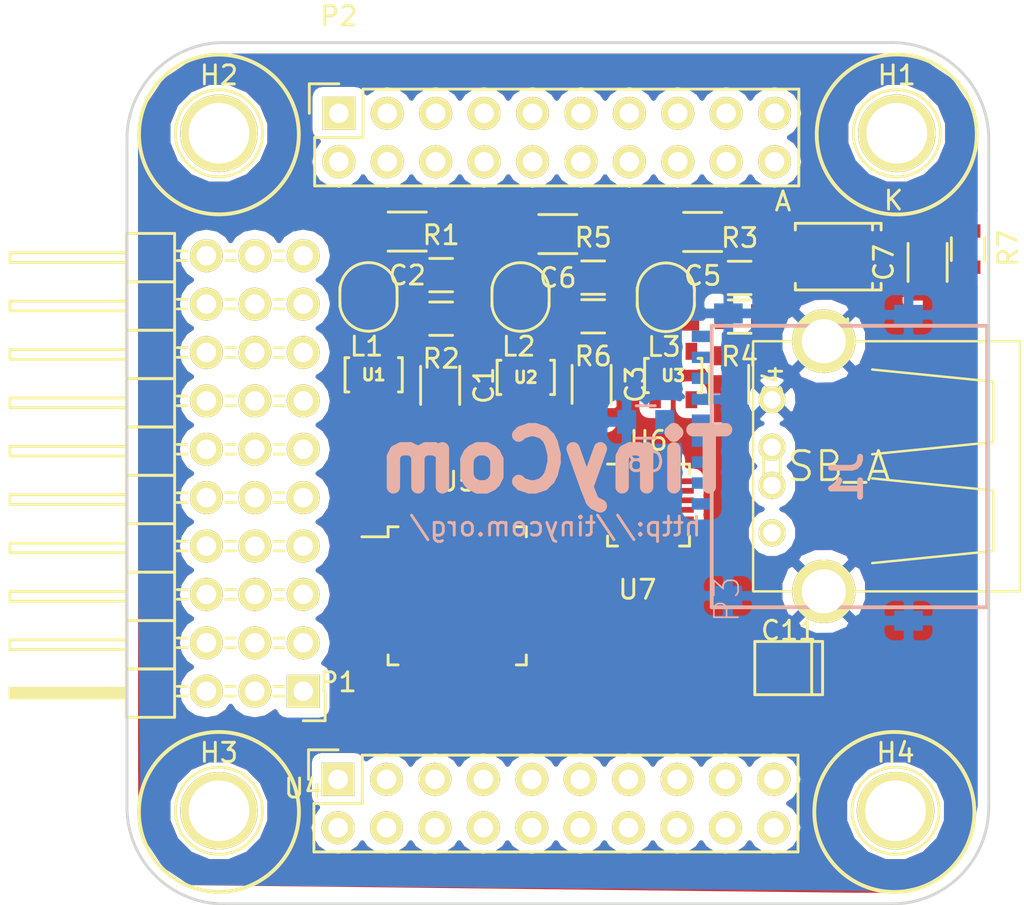
<source format=kicad_pcb>
(kicad_pcb (version 4) (host pcbnew 4.0.0-rc1-stable)

  (general
    (links 53)
    (no_connects 33)
    (area 124.384999 79.172999 169.747001 124.535001)
    (thickness 1.6)
    (drawings 14)
    (tracks 0)
    (zones 0)
    (modules 35)
    (nets 13)
  )

  (page A4)
  (layers
    (0 F.Cu signal)
    (31 B.Cu signal)
    (32 B.Adhes user)
    (33 F.Adhes user)
    (34 B.Paste user)
    (35 F.Paste user)
    (36 B.SilkS user)
    (37 F.SilkS user)
    (38 B.Mask user)
    (39 F.Mask user)
    (40 Dwgs.User user)
    (41 Cmts.User user)
    (42 Eco1.User user)
    (43 Eco2.User user)
    (44 Edge.Cuts user)
    (45 Margin user)
    (46 B.CrtYd user)
    (47 F.CrtYd user)
    (48 B.Fab user)
    (49 F.Fab user)
  )

  (setup
    (last_trace_width 0.25)
    (trace_clearance 0.15)
    (zone_clearance 0.508)
    (zone_45_only no)
    (trace_min 0.2)
    (segment_width 0.2)
    (edge_width 0.15)
    (via_size 0.6)
    (via_drill 0.3)
    (via_min_size 0.4)
    (via_min_drill 0.3)
    (uvia_size 0.3)
    (uvia_drill 0.1)
    (uvias_allowed no)
    (uvia_min_size 0.2)
    (uvia_min_drill 0.1)
    (pcb_text_width 0.3)
    (pcb_text_size 1.5 1.5)
    (mod_edge_width 0.15)
    (mod_text_size 1 1)
    (mod_text_width 0.15)
    (pad_size 4.064 4.064)
    (pad_drill 3.18)
    (pad_to_mask_clearance 0.07)
    (aux_axis_origin 0 0)
    (grid_origin 120.777 127.762)
    (visible_elements FFFFFF7F)
    (pcbplotparams
      (layerselection 0x010f0_80000001)
      (usegerberextensions false)
      (excludeedgelayer true)
      (linewidth 0.100000)
      (plotframeref false)
      (viasonmask false)
      (mode 1)
      (useauxorigin false)
      (hpglpennumber 1)
      (hpglpenspeed 20)
      (hpglpendiameter 15)
      (hpglpenoverlay 2)
      (psnegative false)
      (psa4output false)
      (plotreference true)
      (plotvalue true)
      (plotinvisibletext false)
      (padsonsilk false)
      (subtractmaskfromsilk false)
      (outputformat 1)
      (mirror false)
      (drillshape 0)
      (scaleselection 1)
      (outputdirectory gerber/))
  )

  (net 0 "")
  (net 1 +5V)
  (net 2 GND)
  (net 3 VCC_15)
  (net 4 VCC_14)
  (net 5 VCC_33)
  (net 6 VCC_30)
  (net 7 "Net-(R1-Pad2)")
  (net 8 "Net-(L1-Pad1)")
  (net 9 "Net-(L2-Pad1)")
  (net 10 "Net-(L3-Pad1)")
  (net 11 "Net-(R3-Pad2)")
  (net 12 "Net-(R5-Pad2)")

  (net_class Default "This is the default net class."
    (clearance 0.15)
    (trace_width 0.25)
    (via_dia 0.6)
    (via_drill 0.3)
    (uvia_dia 0.3)
    (uvia_drill 0.1)
    (add_net +5V)
    (add_net GND)
    (add_net "Net-(L1-Pad1)")
    (add_net "Net-(L2-Pad1)")
    (add_net "Net-(L3-Pad1)")
    (add_net "Net-(R1-Pad2)")
    (add_net "Net-(R3-Pad2)")
    (add_net "Net-(R5-Pad2)")
    (add_net VCC_14)
    (add_net VCC_15)
    (add_net VCC_30)
    (add_net VCC_33)
  )

  (module Connect:1pin (layer F.Cu) (tedit 564EA6C9) (tstamp 562C5513)
    (at 129.286 84.0105)
    (descr "module 1 pin (ou trou mecanique de percage)")
    (tags DEV)
    (fp_text reference H2 (at 0 -3.048) (layer F.SilkS)
      (effects (font (size 1 1) (thickness 0.15)))
    )
    (fp_text value 1pin (at 0 2.794) (layer F.Fab)
      (effects (font (size 1 1) (thickness 0.15)))
    )
    (fp_circle (center 0 0) (end 0 -2.286) (layer F.SilkS) (width 0.15))
    (pad H2 thru_hole circle (at 0 0) (size 4.064 4.064) (drill 3.18) (layers *.Cu *.Mask F.SilkS))
  )

  (module Connect:1pin (layer F.Cu) (tedit 564EA6D4) (tstamp 562C54F9)
    (at 164.846 84.0105)
    (descr "module 1 pin (ou trou mecanique de percage)")
    (tags DEV)
    (fp_text reference H1 (at 0 -3.048) (layer F.SilkS)
      (effects (font (size 1 1) (thickness 0.15)))
    )
    (fp_text value 1pin (at 0 2.794) (layer F.Fab)
      (effects (font (size 1 1) (thickness 0.15)))
    )
    (fp_circle (center 0 0) (end 0 -2.286) (layer F.SilkS) (width 0.15))
    (pad H1 thru_hole circle (at 0 0) (size 4.064 4.064) (drill 3.18) (layers *.Cu *.Mask F.SilkS))
  )

  (module Connect:1pin (layer F.Cu) (tedit 564EA6E7) (tstamp 562C5525)
    (at 164.782 119.57)
    (descr "module 1 pin (ou trou mecanique de percage)")
    (tags DEV)
    (fp_text reference H4 (at 0 -3.048) (layer F.SilkS)
      (effects (font (size 1 1) (thickness 0.15)))
    )
    (fp_text value 1pin (at 0 2.794) (layer F.Fab)
      (effects (font (size 1 1) (thickness 0.15)))
    )
    (fp_circle (center 0 0) (end 0 -2.286) (layer F.SilkS) (width 0.15))
    (pad H4 thru_hole circle (at 0 0) (size 4.064 4.064) (drill 3.18) (layers *.Cu *.Mask F.SilkS))
  )

  (module Connect:1pin (layer F.Cu) (tedit 564EA6F3) (tstamp 562C551D)
    (at 129.286 119.57)
    (descr "module 1 pin (ou trou mecanique de percage)")
    (tags DEV)
    (fp_text reference H3 (at 0 -3.048) (layer F.SilkS)
      (effects (font (size 1 1) (thickness 0.15)))
    )
    (fp_text value 1pin (at 0 2.794) (layer F.Fab)
      (effects (font (size 1 1) (thickness 0.15)))
    )
    (fp_circle (center 0 0) (end 0 -2.286) (layer F.SilkS) (width 0.15))
    (pad H3 thru_hole circle (at 0 0) (size 4.064 4.064) (drill 3.18) (layers *.Cu *.Mask F.SilkS))
  )

  (module opendous:SOT23-5_Opendous (layer F.Cu) (tedit 4BC58567) (tstamp 562DA0B6)
    (at 145.38198 96.82226 180)
    (tags SOT23-5_Opendous)
    (path /562DA103)
    (attr smd)
    (fp_text reference U2 (at 0 0 180) (layer F.SilkS)
      (effects (font (size 0.6096 0.6096) (thickness 0.1524)))
    )
    (fp_text value SY8008BAAC (at -1.524 0 270) (layer F.SilkS) hide
      (effects (font (size 0.127 0.127) (thickness 0.00254)))
    )
    (fp_line (start -1.50114 -0.89916) (end -1.30048 -0.89916) (layer F.SilkS) (width 0.1524))
    (fp_line (start -1.50114 -0.89916) (end -1.50114 0.89916) (layer F.SilkS) (width 0.1524))
    (fp_line (start -1.50114 0.89916) (end -1.30048 0.89916) (layer F.SilkS) (width 0.1524))
    (fp_line (start 1.50114 0.89916) (end 1.30048 0.89916) (layer F.SilkS) (width 0.1524))
    (fp_line (start 1.50114 -0.89916) (end 1.30048 -0.89916) (layer F.SilkS) (width 0.1524))
    (fp_line (start 1.50114 0.89916) (end 1.50114 -0.89916) (layer F.SilkS) (width 0.1524))
    (pad 5 smd rect (at -0.9525 -1.27 180) (size 0.6096 0.889) (layers F.Cu F.Paste F.Mask)
      (net 12 "Net-(R5-Pad2)"))
    (pad 4 smd rect (at 0.9525 -1.27 180) (size 0.6096 0.889) (layers F.Cu F.Paste F.Mask)
      (net 1 +5V))
    (pad 3 smd rect (at 0.9525 1.27 180) (size 0.6096 0.889) (layers F.Cu F.Paste F.Mask)
      (net 9 "Net-(L2-Pad1)"))
    (pad 2 smd rect (at 0 1.27 180) (size 0.6096 0.889) (layers F.Cu F.Paste F.Mask)
      (net 2 GND))
    (pad 1 smd rect (at -0.9525 1.27 180) (size 0.6096 0.889) (layers F.Cu F.Paste F.Mask)
      (net 1 +5V))
    (model techno/SOT23_6.wrl
      (at (xyz 0 0 0.001))
      (scale (xyz 0.3937 0.3937 0.3937))
      (rotate (xyz -90 0 0))
    )
  )

  (module opendous:SOT23-5_Opendous (layer F.Cu) (tedit 4BC58567) (tstamp 562DA0BF)
    (at 153.11882 96.72574 180)
    (tags SOT23-5_Opendous)
    (path /562DA13C)
    (attr smd)
    (fp_text reference U3 (at 0 0 180) (layer F.SilkS)
      (effects (font (size 0.6096 0.6096) (thickness 0.1524)))
    )
    (fp_text value SY8008BAAC (at -1.524 0 270) (layer F.SilkS) hide
      (effects (font (size 0.127 0.127) (thickness 0.00254)))
    )
    (fp_line (start -1.50114 -0.89916) (end -1.30048 -0.89916) (layer F.SilkS) (width 0.1524))
    (fp_line (start -1.50114 -0.89916) (end -1.50114 0.89916) (layer F.SilkS) (width 0.1524))
    (fp_line (start -1.50114 0.89916) (end -1.30048 0.89916) (layer F.SilkS) (width 0.1524))
    (fp_line (start 1.50114 0.89916) (end 1.30048 0.89916) (layer F.SilkS) (width 0.1524))
    (fp_line (start 1.50114 -0.89916) (end 1.30048 -0.89916) (layer F.SilkS) (width 0.1524))
    (fp_line (start 1.50114 0.89916) (end 1.50114 -0.89916) (layer F.SilkS) (width 0.1524))
    (pad 5 smd rect (at -0.9525 -1.27 180) (size 0.6096 0.889) (layers F.Cu F.Paste F.Mask)
      (net 11 "Net-(R3-Pad2)"))
    (pad 4 smd rect (at 0.9525 -1.27 180) (size 0.6096 0.889) (layers F.Cu F.Paste F.Mask)
      (net 1 +5V))
    (pad 3 smd rect (at 0.9525 1.27 180) (size 0.6096 0.889) (layers F.Cu F.Paste F.Mask)
      (net 10 "Net-(L3-Pad1)"))
    (pad 2 smd rect (at 0 1.27 180) (size 0.6096 0.889) (layers F.Cu F.Paste F.Mask)
      (net 2 GND))
    (pad 1 smd rect (at -0.9525 1.27 180) (size 0.6096 0.889) (layers F.Cu F.Paste F.Mask)
      (net 1 +5V))
    (model techno/SOT23_6.wrl
      (at (xyz 0 0 0.001))
      (scale (xyz 0.3937 0.3937 0.3937))
      (rotate (xyz -90 0 0))
    )
  )

  (module opendous:SOT23-5_Opendous (layer F.Cu) (tedit 4BC58567) (tstamp 562DA18C)
    (at 137.4013 96.68764 180)
    (tags SOT23-5_Opendous)
    (path /562D9C58)
    (attr smd)
    (fp_text reference U1 (at 0 0 180) (layer F.SilkS)
      (effects (font (size 0.6096 0.6096) (thickness 0.1524)))
    )
    (fp_text value SY8008BAAC (at -1.524 0 270) (layer F.SilkS) hide
      (effects (font (size 0.127 0.127) (thickness 0.00254)))
    )
    (fp_line (start -1.50114 -0.89916) (end -1.30048 -0.89916) (layer F.SilkS) (width 0.1524))
    (fp_line (start -1.50114 -0.89916) (end -1.50114 0.89916) (layer F.SilkS) (width 0.1524))
    (fp_line (start -1.50114 0.89916) (end -1.30048 0.89916) (layer F.SilkS) (width 0.1524))
    (fp_line (start 1.50114 0.89916) (end 1.30048 0.89916) (layer F.SilkS) (width 0.1524))
    (fp_line (start 1.50114 -0.89916) (end 1.30048 -0.89916) (layer F.SilkS) (width 0.1524))
    (fp_line (start 1.50114 0.89916) (end 1.50114 -0.89916) (layer F.SilkS) (width 0.1524))
    (pad 5 smd rect (at -0.9525 -1.27 180) (size 0.6096 0.889) (layers F.Cu F.Paste F.Mask)
      (net 7 "Net-(R1-Pad2)"))
    (pad 4 smd rect (at 0.9525 -1.27 180) (size 0.6096 0.889) (layers F.Cu F.Paste F.Mask)
      (net 1 +5V))
    (pad 3 smd rect (at 0.9525 1.27 180) (size 0.6096 0.889) (layers F.Cu F.Paste F.Mask)
      (net 8 "Net-(L1-Pad1)"))
    (pad 2 smd rect (at 0 1.27 180) (size 0.6096 0.889) (layers F.Cu F.Paste F.Mask)
      (net 2 GND))
    (pad 1 smd rect (at -0.9525 1.27 180) (size 0.6096 0.889) (layers F.Cu F.Paste F.Mask)
      (net 1 +5V))
    (model techno/SOT23_6.wrl
      (at (xyz 0 0 0.001))
      (scale (xyz 0.3937 0.3937 0.3937))
      (rotate (xyz -90 0 0))
    )
  )

  (module Resistors_SMD:R_0805 (layer F.Cu) (tedit 5415CDEB) (tstamp 562DC417)
    (at 140.941896 91.455022)
    (descr "Resistor SMD 0805, reflow soldering, Vishay (see dcrcw.pdf)")
    (tags "resistor 0805")
    (path /562DB5C1)
    (attr smd)
    (fp_text reference R1 (at 0 -2.1) (layer F.SilkS)
      (effects (font (size 1 1) (thickness 0.15)))
    )
    (fp_text value R_Small (at 0 2.1) (layer F.Fab)
      (effects (font (size 1 1) (thickness 0.15)))
    )
    (fp_line (start -1.6 -1) (end 1.6 -1) (layer F.CrtYd) (width 0.05))
    (fp_line (start -1.6 1) (end 1.6 1) (layer F.CrtYd) (width 0.05))
    (fp_line (start -1.6 -1) (end -1.6 1) (layer F.CrtYd) (width 0.05))
    (fp_line (start 1.6 -1) (end 1.6 1) (layer F.CrtYd) (width 0.05))
    (fp_line (start 0.6 0.875) (end -0.6 0.875) (layer F.SilkS) (width 0.15))
    (fp_line (start -0.6 -0.875) (end 0.6 -0.875) (layer F.SilkS) (width 0.15))
    (pad 1 smd rect (at -0.95 0) (size 0.7 1.3) (layers F.Cu F.Paste F.Mask)
      (net 5 VCC_33))
    (pad 2 smd rect (at 0.95 0) (size 0.7 1.3) (layers F.Cu F.Paste F.Mask)
      (net 7 "Net-(R1-Pad2)"))
    (model Resistors_SMD.3dshapes/R_0805.wrl
      (at (xyz 0 0 0))
      (scale (xyz 1 1 1))
      (rotate (xyz 0 0 0))
    )
  )

  (module Resistors_SMD:R_0805 (layer F.Cu) (tedit 5415CDEB) (tstamp 562DC423)
    (at 140.941896 93.741022 180)
    (descr "Resistor SMD 0805, reflow soldering, Vishay (see dcrcw.pdf)")
    (tags "resistor 0805")
    (path /562DB6A1)
    (attr smd)
    (fp_text reference R2 (at 0 -2.1 180) (layer F.SilkS)
      (effects (font (size 1 1) (thickness 0.15)))
    )
    (fp_text value R_Small (at 0 2.1 180) (layer F.Fab)
      (effects (font (size 1 1) (thickness 0.15)))
    )
    (fp_line (start -1.6 -1) (end 1.6 -1) (layer F.CrtYd) (width 0.05))
    (fp_line (start -1.6 1) (end 1.6 1) (layer F.CrtYd) (width 0.05))
    (fp_line (start -1.6 -1) (end -1.6 1) (layer F.CrtYd) (width 0.05))
    (fp_line (start 1.6 -1) (end 1.6 1) (layer F.CrtYd) (width 0.05))
    (fp_line (start 0.6 0.875) (end -0.6 0.875) (layer F.SilkS) (width 0.15))
    (fp_line (start -0.6 -0.875) (end 0.6 -0.875) (layer F.SilkS) (width 0.15))
    (pad 1 smd rect (at -0.95 0 180) (size 0.7 1.3) (layers F.Cu F.Paste F.Mask)
      (net 7 "Net-(R1-Pad2)"))
    (pad 2 smd rect (at 0.95 0 180) (size 0.7 1.3) (layers F.Cu F.Paste F.Mask)
      (net 2 GND))
    (model Resistors_SMD.3dshapes/R_0805.wrl
      (at (xyz 0 0 0))
      (scale (xyz 1 1 1))
      (rotate (xyz 0 0 0))
    )
  )

  (module Resistors_SMD:R_0805 (layer F.Cu) (tedit 5415CDEB) (tstamp 562F853B)
    (at 156.60192 91.60191)
    (descr "Resistor SMD 0805, reflow soldering, Vishay (see dcrcw.pdf)")
    (tags "resistor 0805")
    (path /562F971A)
    (attr smd)
    (fp_text reference R3 (at 0 -2.1) (layer F.SilkS)
      (effects (font (size 1 1) (thickness 0.15)))
    )
    (fp_text value R_Small (at 0 2.1) (layer F.Fab)
      (effects (font (size 1 1) (thickness 0.15)))
    )
    (fp_line (start -1.6 -1) (end 1.6 -1) (layer F.CrtYd) (width 0.05))
    (fp_line (start -1.6 1) (end 1.6 1) (layer F.CrtYd) (width 0.05))
    (fp_line (start -1.6 -1) (end -1.6 1) (layer F.CrtYd) (width 0.05))
    (fp_line (start 1.6 -1) (end 1.6 1) (layer F.CrtYd) (width 0.05))
    (fp_line (start 0.6 0.875) (end -0.6 0.875) (layer F.SilkS) (width 0.15))
    (fp_line (start -0.6 -0.875) (end 0.6 -0.875) (layer F.SilkS) (width 0.15))
    (pad 1 smd rect (at -0.95 0) (size 0.7 1.3) (layers F.Cu F.Paste F.Mask)
      (net 3 VCC_15))
    (pad 2 smd rect (at 0.95 0) (size 0.7 1.3) (layers F.Cu F.Paste F.Mask)
      (net 11 "Net-(R3-Pad2)"))
    (model Resistors_SMD.3dshapes/R_0805.wrl
      (at (xyz 0 0 0))
      (scale (xyz 1 1 1))
      (rotate (xyz 0 0 0))
    )
  )

  (module Resistors_SMD:R_0805 (layer F.Cu) (tedit 5415CDEB) (tstamp 562F8547)
    (at 156.60192 93.63391 180)
    (descr "Resistor SMD 0805, reflow soldering, Vishay (see dcrcw.pdf)")
    (tags "resistor 0805")
    (path /562F977F)
    (attr smd)
    (fp_text reference R4 (at 0 -2.1 180) (layer F.SilkS)
      (effects (font (size 1 1) (thickness 0.15)))
    )
    (fp_text value R_Small (at 0 2.1 180) (layer F.Fab)
      (effects (font (size 1 1) (thickness 0.15)))
    )
    (fp_line (start -1.6 -1) (end 1.6 -1) (layer F.CrtYd) (width 0.05))
    (fp_line (start -1.6 1) (end 1.6 1) (layer F.CrtYd) (width 0.05))
    (fp_line (start -1.6 -1) (end -1.6 1) (layer F.CrtYd) (width 0.05))
    (fp_line (start 1.6 -1) (end 1.6 1) (layer F.CrtYd) (width 0.05))
    (fp_line (start 0.6 0.875) (end -0.6 0.875) (layer F.SilkS) (width 0.15))
    (fp_line (start -0.6 -0.875) (end 0.6 -0.875) (layer F.SilkS) (width 0.15))
    (pad 1 smd rect (at -0.95 0 180) (size 0.7 1.3) (layers F.Cu F.Paste F.Mask)
      (net 11 "Net-(R3-Pad2)"))
    (pad 2 smd rect (at 0.95 0 180) (size 0.7 1.3) (layers F.Cu F.Paste F.Mask)
      (net 2 GND))
    (model Resistors_SMD.3dshapes/R_0805.wrl
      (at (xyz 0 0 0))
      (scale (xyz 1 1 1))
      (rotate (xyz 0 0 0))
    )
  )

  (module Resistors_SMD:R_0805 (layer F.Cu) (tedit 5415CDEB) (tstamp 562F8553)
    (at 148.91832 91.586178)
    (descr "Resistor SMD 0805, reflow soldering, Vishay (see dcrcw.pdf)")
    (tags "resistor 0805")
    (path /562F8A99)
    (attr smd)
    (fp_text reference R5 (at 0 -2.1) (layer F.SilkS)
      (effects (font (size 1 1) (thickness 0.15)))
    )
    (fp_text value R_Small (at 0 2.1) (layer F.Fab)
      (effects (font (size 1 1) (thickness 0.15)))
    )
    (fp_line (start -1.6 -1) (end 1.6 -1) (layer F.CrtYd) (width 0.05))
    (fp_line (start -1.6 1) (end 1.6 1) (layer F.CrtYd) (width 0.05))
    (fp_line (start -1.6 -1) (end -1.6 1) (layer F.CrtYd) (width 0.05))
    (fp_line (start 1.6 -1) (end 1.6 1) (layer F.CrtYd) (width 0.05))
    (fp_line (start 0.6 0.875) (end -0.6 0.875) (layer F.SilkS) (width 0.15))
    (fp_line (start -0.6 -0.875) (end 0.6 -0.875) (layer F.SilkS) (width 0.15))
    (pad 1 smd rect (at -0.95 0) (size 0.7 1.3) (layers F.Cu F.Paste F.Mask)
      (net 4 VCC_14))
    (pad 2 smd rect (at 0.95 0) (size 0.7 1.3) (layers F.Cu F.Paste F.Mask)
      (net 12 "Net-(R5-Pad2)"))
    (model Resistors_SMD.3dshapes/R_0805.wrl
      (at (xyz 0 0 0))
      (scale (xyz 1 1 1))
      (rotate (xyz 0 0 0))
    )
  )

  (module Resistors_SMD:R_0805 (layer F.Cu) (tedit 5415CDEB) (tstamp 562F855F)
    (at 148.91832 93.618178 180)
    (descr "Resistor SMD 0805, reflow soldering, Vishay (see dcrcw.pdf)")
    (tags "resistor 0805")
    (path /562F8AFF)
    (attr smd)
    (fp_text reference R6 (at 0 -2.1 180) (layer F.SilkS)
      (effects (font (size 1 1) (thickness 0.15)))
    )
    (fp_text value R_Small (at 0 2.1 180) (layer F.Fab)
      (effects (font (size 1 1) (thickness 0.15)))
    )
    (fp_line (start -1.6 -1) (end 1.6 -1) (layer F.CrtYd) (width 0.05))
    (fp_line (start -1.6 1) (end 1.6 1) (layer F.CrtYd) (width 0.05))
    (fp_line (start -1.6 -1) (end -1.6 1) (layer F.CrtYd) (width 0.05))
    (fp_line (start 1.6 -1) (end 1.6 1) (layer F.CrtYd) (width 0.05))
    (fp_line (start 0.6 0.875) (end -0.6 0.875) (layer F.SilkS) (width 0.15))
    (fp_line (start -0.6 -0.875) (end 0.6 -0.875) (layer F.SilkS) (width 0.15))
    (pad 1 smd rect (at -0.95 0 180) (size 0.7 1.3) (layers F.Cu F.Paste F.Mask)
      (net 12 "Net-(R5-Pad2)"))
    (pad 2 smd rect (at 0.95 0 180) (size 0.7 1.3) (layers F.Cu F.Paste F.Mask)
      (net 2 GND))
    (model Resistors_SMD.3dshapes/R_0805.wrl
      (at (xyz 0 0 0))
      (scale (xyz 1 1 1))
      (rotate (xyz 0 0 0))
    )
  )

  (module cd32:CD32 (layer F.Cu) (tedit 51741C03) (tstamp 563226C7)
    (at 137.131896 92.598022 180)
    (path /562DC539)
    (fp_text reference L1 (at 0.1 -2.6 180) (layer F.SilkS)
      (effects (font (size 1 1) (thickness 0.15)))
    )
    (fp_text value "SMD-INDUCTOR-2.2UH-20%-1.2A(0805)" (at 0.2 2.7 180) (layer F.SilkS) hide
      (effects (font (size 1 1) (thickness 0.15)))
    )
    (fp_arc (start 0 0.3) (end 1.5 0.3) (angle 90) (layer F.SilkS) (width 0.15))
    (fp_arc (start 0 0.3) (end 0 1.8) (angle 90) (layer F.SilkS) (width 0.15))
    (fp_arc (start 0 -0.3) (end 0 -1.8) (angle 90) (layer F.SilkS) (width 0.15))
    (fp_arc (start 0 -0.3) (end -1.5 -0.3) (angle 90) (layer F.SilkS) (width 0.15))
    (fp_line (start -1.5 -0.5) (end -1.5 0.5) (layer F.SilkS) (width 0.15))
    (fp_line (start 1.5 -0.5) (end 1.5 0.5) (layer F.SilkS) (width 0.15))
    (pad 1 smd rect (at 0 -1.1 180) (size 3.5 1.3) (layers F.Cu F.Paste F.Mask)
      (net 8 "Net-(L1-Pad1)"))
    (pad 2 smd rect (at 0 1.1 180) (size 3.5 1.3) (layers F.Cu F.Paste F.Mask)
      (net 5 VCC_33))
  )

  (module cd32:CD32 (layer F.Cu) (tedit 51741C03) (tstamp 563226CD)
    (at 145.10872 92.602178 180)
    (path /562F89F1)
    (fp_text reference L2 (at 0.1 -2.6 180) (layer F.SilkS)
      (effects (font (size 1 1) (thickness 0.15)))
    )
    (fp_text value "SMD-INDUCTOR-2.2UH-20%-1.2A(0805)" (at 0.2 2.7 180) (layer F.SilkS) hide
      (effects (font (size 1 1) (thickness 0.15)))
    )
    (fp_arc (start 0 0.3) (end 1.5 0.3) (angle 90) (layer F.SilkS) (width 0.15))
    (fp_arc (start 0 0.3) (end 0 1.8) (angle 90) (layer F.SilkS) (width 0.15))
    (fp_arc (start 0 -0.3) (end 0 -1.8) (angle 90) (layer F.SilkS) (width 0.15))
    (fp_arc (start 0 -0.3) (end -1.5 -0.3) (angle 90) (layer F.SilkS) (width 0.15))
    (fp_line (start -1.5 -0.5) (end -1.5 0.5) (layer F.SilkS) (width 0.15))
    (fp_line (start 1.5 -0.5) (end 1.5 0.5) (layer F.SilkS) (width 0.15))
    (pad 1 smd rect (at 0 -1.1 180) (size 3.5 1.3) (layers F.Cu F.Paste F.Mask)
      (net 9 "Net-(L2-Pad1)"))
    (pad 2 smd rect (at 0 1.1 180) (size 3.5 1.3) (layers F.Cu F.Paste F.Mask)
      (net 4 VCC_14))
  )

  (module cd32:CD32 (layer F.Cu) (tedit 51741C03) (tstamp 563226D3)
    (at 152.73092 92.61791 180)
    (path /562F95C2)
    (fp_text reference L3 (at 0.1 -2.6 180) (layer F.SilkS)
      (effects (font (size 1 1) (thickness 0.15)))
    )
    (fp_text value "SMD-INDUCTOR-2.2UH-20%-1.2A(0805)" (at 0.2 2.7 180) (layer F.SilkS) hide
      (effects (font (size 1 1) (thickness 0.15)))
    )
    (fp_arc (start 0 0.3) (end 1.5 0.3) (angle 90) (layer F.SilkS) (width 0.15))
    (fp_arc (start 0 0.3) (end 0 1.8) (angle 90) (layer F.SilkS) (width 0.15))
    (fp_arc (start 0 -0.3) (end 0 -1.8) (angle 90) (layer F.SilkS) (width 0.15))
    (fp_arc (start 0 -0.3) (end -1.5 -0.3) (angle 90) (layer F.SilkS) (width 0.15))
    (fp_line (start -1.5 -0.5) (end -1.5 0.5) (layer F.SilkS) (width 0.15))
    (fp_line (start 1.5 -0.5) (end 1.5 0.5) (layer F.SilkS) (width 0.15))
    (pad 1 smd rect (at 0 -1.1 180) (size 3.5 1.3) (layers F.Cu F.Paste F.Mask)
      (net 10 "Net-(L3-Pad1)"))
    (pad 2 smd rect (at 0 1.1 180) (size 3.5 1.3) (layers F.Cu F.Paste F.Mask)
      (net 3 VCC_15))
  )

  (module Diodes_SMD:SMA_Standard (layer F.Cu) (tedit 552FF239) (tstamp 56336061)
    (at 161.77514 90.48496 180)
    (descr "Diode SMA")
    (tags "Diode SMA")
    (path /56335F9E)
    (attr smd)
    (fp_text reference D1 (at 0 -3.81 180) (layer F.SilkS)
      (effects (font (size 1 1) (thickness 0.15)))
    )
    (fp_text value D_Schottky_Small (at 0 4.3 180) (layer F.Fab)
      (effects (font (size 1 1) (thickness 0.15)))
    )
    (fp_line (start -3.5 -2) (end 3.5 -2) (layer F.CrtYd) (width 0.05))
    (fp_line (start 3.5 -2) (end 3.5 2) (layer F.CrtYd) (width 0.05))
    (fp_line (start 3.5 2) (end -3.5 2) (layer F.CrtYd) (width 0.05))
    (fp_line (start -3.5 2) (end -3.5 -2) (layer F.CrtYd) (width 0.05))
    (fp_text user K (at -2.9 2.95 180) (layer F.SilkS)
      (effects (font (size 1 1) (thickness 0.15)))
    )
    (fp_text user A (at 2.9 2.9 180) (layer F.SilkS)
      (effects (font (size 1 1) (thickness 0.15)))
    )
    (fp_circle (center 0 0) (end 0.20066 -0.0508) (layer F.Adhes) (width 0.381))
    (fp_line (start -1.79914 1.75006) (end -1.79914 1.39954) (layer F.SilkS) (width 0.15))
    (fp_line (start -1.79914 -1.75006) (end -1.79914 -1.39954) (layer F.SilkS) (width 0.15))
    (fp_line (start 2.25044 1.75006) (end 2.25044 1.39954) (layer F.SilkS) (width 0.15))
    (fp_line (start -2.25044 1.75006) (end -2.25044 1.39954) (layer F.SilkS) (width 0.15))
    (fp_line (start -2.25044 -1.75006) (end -2.25044 -1.39954) (layer F.SilkS) (width 0.15))
    (fp_line (start 2.25044 -1.75006) (end 2.25044 -1.39954) (layer F.SilkS) (width 0.15))
    (fp_line (start -2.25044 1.75006) (end 2.25044 1.75006) (layer F.SilkS) (width 0.15))
    (fp_line (start -2.25044 -1.75006) (end 2.25044 -1.75006) (layer F.SilkS) (width 0.15))
    (pad 1 smd rect (at -1.99898 0 180) (size 2.49936 1.80086) (layers F.Cu F.Paste F.Mask)
      (net 6 VCC_30))
    (pad 2 smd rect (at 1.99898 0 180) (size 2.49936 1.80086) (layers F.Cu F.Paste F.Mask)
      (net 5 VCC_33))
    (model Diodes_SMD.3dshapes/SMA_Standard.wrl
      (at (xyz 0 0 0))
      (scale (xyz 0.3937 0.3937 0.3937))
      (rotate (xyz 0 0 180))
    )
  )

  (module Resistors_SMD:R_0805 (layer F.Cu) (tedit 5415CDEB) (tstamp 56336067)
    (at 168.58488 90.08872 270)
    (descr "Resistor SMD 0805, reflow soldering, Vishay (see dcrcw.pdf)")
    (tags "resistor 0805")
    (path /5633690E)
    (attr smd)
    (fp_text reference R7 (at -0.0508 -2.1 270) (layer F.SilkS)
      (effects (font (size 1 1) (thickness 0.15)))
    )
    (fp_text value R_Small (at 0 2.1 270) (layer F.Fab)
      (effects (font (size 1 1) (thickness 0.15)))
    )
    (fp_line (start -1.6 -1) (end 1.6 -1) (layer F.CrtYd) (width 0.05))
    (fp_line (start -1.6 1) (end 1.6 1) (layer F.CrtYd) (width 0.05))
    (fp_line (start -1.6 -1) (end -1.6 1) (layer F.CrtYd) (width 0.05))
    (fp_line (start 1.6 -1) (end 1.6 1) (layer F.CrtYd) (width 0.05))
    (fp_line (start 0.6 0.875) (end -0.6 0.875) (layer F.SilkS) (width 0.15))
    (fp_line (start -0.6 -0.875) (end 0.6 -0.875) (layer F.SilkS) (width 0.15))
    (pad 1 smd rect (at -0.95 0 270) (size 0.7 1.3) (layers F.Cu F.Paste F.Mask)
      (net 6 VCC_30))
    (pad 2 smd rect (at 0.95 0 270) (size 0.7 1.3) (layers F.Cu F.Paste F.Mask)
      (net 2 GND))
    (model Resistors_SMD.3dshapes/R_0805.wrl
      (at (xyz 0 0 0))
      (scale (xyz 1 1 1))
      (rotate (xyz 0 0 0))
    )
  )

  (module tinycom:tc-con-usb-USB-A-H (layer F.Cu) (tedit 564E7E42) (tstamp 564E8546)
    (at 161.01822 101.49078 180)
    (descr "USB SERIES A HOLE MOUNTED")
    (tags "USB SERIES A HOLE MOUNTED")
    (path /562BA65E)
    (attr virtual)
    (fp_text reference P3 (at 5.08 -6.985 270) (layer B.SilkS)
      (effects (font (size 1.27 1.27) (thickness 0.0889)))
    )
    (fp_text value USB_A (at 0 0 180) (layer F.SilkS)
      (effects (font (thickness 0.15)))
    )
    (fp_line (start 3.6957 -6.5659) (end -10.287 -6.5659) (layer F.SilkS) (width 0.127))
    (fp_line (start 3.6957 6.5659) (end -10.287 6.5659) (layer F.SilkS) (width 0.127))
    (fp_line (start -10.287 -6.477) (end -10.287 6.477) (layer F.SilkS) (width 0.127))
    (fp_line (start 3.7084 -6.5024) (end 3.7084 6.5024) (layer F.SilkS) (width 0.127))
    (fp_line (start -2.54 5.08) (end -8.89 4.445) (layer F.SilkS) (width 0.127))
    (fp_line (start -8.89 4.445) (end -8.89 1.27) (layer F.SilkS) (width 0.127))
    (fp_line (start -8.89 1.27) (end -2.54 0.635) (layer F.SilkS) (width 0.127))
    (fp_line (start -2.54 -5.08) (end -8.89 -4.445) (layer F.SilkS) (width 0.127))
    (fp_line (start -8.89 -4.445) (end -8.89 -1.27) (layer F.SilkS) (width 0.127))
    (fp_line (start -8.89 -1.27) (end -2.54 -0.635) (layer F.SilkS) (width 0.127))
    (pad 3 thru_hole circle (at 2.7178 1.0033 180) (size 1.4224 1.4224) (drill 0.9144) (layers *.Cu F.Paste F.SilkS F.Mask))
    (pad 2 thru_hole circle (at 2.7178 -1.0033 180) (size 1.4224 1.4224) (drill 0.9144) (layers *.Cu F.Paste F.SilkS F.Mask))
    (pad 4 thru_hole circle (at 2.7178 3.4925 180) (size 1.4224 1.4224) (drill 0.9144) (layers *.Cu F.Paste F.SilkS F.Mask)
      (net 2 GND))
    (pad 5 thru_hole circle (at 0 6.5659 180) (size 3.3274 3.3274) (drill 2.3114) (layers *.Cu F.Paste F.SilkS F.Mask)
      (net 2 GND))
    (pad 5 thru_hole circle (at 0 -6.5659 180) (size 3.3274 3.3274) (drill 2.3114) (layers *.Cu F.Paste F.SilkS F.Mask)
      (net 2 GND))
    (pad 1 thru_hole circle (at 2.7178 -3.4925 180) (size 1.4224 1.4224) (drill 0.9144) (layers *.Cu F.Paste F.SilkS F.Mask)
      (net 1 +5V))
  )

  (module Capacitors_SMD:C_1206 (layer F.Cu) (tedit 5415D7BD) (tstamp 562DC40B)
    (at 139.163896 89.169022 180)
    (descr "Capacitor SMD 1206, reflow soldering, AVX (see smccp.pdf)")
    (tags "capacitor 1206")
    (path /562DC5D0)
    (attr smd)
    (fp_text reference C2 (at 0 -2.3 180) (layer F.SilkS)
      (effects (font (size 1 1) (thickness 0.15)))
    )
    (fp_text value C_Small (at 0 2.3 180) (layer F.Fab)
      (effects (font (size 1 1) (thickness 0.15)))
    )
    (fp_line (start -2.3 -1.15) (end 2.3 -1.15) (layer F.CrtYd) (width 0.05))
    (fp_line (start -2.3 1.15) (end 2.3 1.15) (layer F.CrtYd) (width 0.05))
    (fp_line (start -2.3 -1.15) (end -2.3 1.15) (layer F.CrtYd) (width 0.05))
    (fp_line (start 2.3 -1.15) (end 2.3 1.15) (layer F.CrtYd) (width 0.05))
    (fp_line (start 1 -1.025) (end -1 -1.025) (layer F.SilkS) (width 0.15))
    (fp_line (start -1 1.025) (end 1 1.025) (layer F.SilkS) (width 0.15))
    (pad 1 smd rect (at -1.5 0 180) (size 1 1.6) (layers F.Cu F.Paste F.Mask)
      (net 2 GND))
    (pad 2 smd rect (at 1.5 0 180) (size 1 1.6) (layers F.Cu F.Paste F.Mask)
      (net 5 VCC_33))
    (model Capacitors_SMD.3dshapes/C_1206.wrl
      (at (xyz 0 0 0))
      (scale (xyz 1 1 1))
      (rotate (xyz 0 0 0))
    )
  )

  (module Capacitors_SMD:C_1206 (layer F.Cu) (tedit 5415D7BD) (tstamp 5633605B)
    (at 166.46398 90.78976 90)
    (descr "Capacitor SMD 1206, reflow soldering, AVX (see smccp.pdf)")
    (tags "capacitor 1206")
    (path /56336430)
    (attr smd)
    (fp_text reference C7 (at 0 -2.3 90) (layer F.SilkS)
      (effects (font (size 1 1) (thickness 0.15)))
    )
    (fp_text value C_Small (at 0 2.3 90) (layer F.Fab)
      (effects (font (size 1 1) (thickness 0.15)))
    )
    (fp_line (start -2.3 -1.15) (end 2.3 -1.15) (layer F.CrtYd) (width 0.05))
    (fp_line (start -2.3 1.15) (end 2.3 1.15) (layer F.CrtYd) (width 0.05))
    (fp_line (start -2.3 -1.15) (end -2.3 1.15) (layer F.CrtYd) (width 0.05))
    (fp_line (start 2.3 -1.15) (end 2.3 1.15) (layer F.CrtYd) (width 0.05))
    (fp_line (start 1 -1.025) (end -1 -1.025) (layer F.SilkS) (width 0.15))
    (fp_line (start -1 1.025) (end 1 1.025) (layer F.SilkS) (width 0.15))
    (pad 1 smd rect (at -1.5 0 90) (size 1 1.6) (layers F.Cu F.Paste F.Mask)
      (net 2 GND))
    (pad 2 smd rect (at 1.5 0 90) (size 1 1.6) (layers F.Cu F.Paste F.Mask)
      (net 6 VCC_30))
    (model Capacitors_SMD.3dshapes/C_1206.wrl
      (at (xyz 0 0 0))
      (scale (xyz 1 1 1))
      (rotate (xyz 0 0 0))
    )
  )

  (module Capacitors_SMD:C_1206 (layer F.Cu) (tedit 5415D7BD) (tstamp 562F8513)
    (at 147.06432 89.300178 180)
    (descr "Capacitor SMD 1206, reflow soldering, AVX (see smccp.pdf)")
    (tags "capacitor 1206")
    (path /562F8B7C)
    (attr smd)
    (fp_text reference C6 (at 0 -2.3 180) (layer F.SilkS)
      (effects (font (size 1 1) (thickness 0.15)))
    )
    (fp_text value C_Small (at 0 2.3 180) (layer F.Fab)
      (effects (font (size 1 1) (thickness 0.15)))
    )
    (fp_line (start -2.3 -1.15) (end 2.3 -1.15) (layer F.CrtYd) (width 0.05))
    (fp_line (start -2.3 1.15) (end 2.3 1.15) (layer F.CrtYd) (width 0.05))
    (fp_line (start -2.3 -1.15) (end -2.3 1.15) (layer F.CrtYd) (width 0.05))
    (fp_line (start 2.3 -1.15) (end 2.3 1.15) (layer F.CrtYd) (width 0.05))
    (fp_line (start 1 -1.025) (end -1 -1.025) (layer F.SilkS) (width 0.15))
    (fp_line (start -1 1.025) (end 1 1.025) (layer F.SilkS) (width 0.15))
    (pad 1 smd rect (at -1.5 0 180) (size 1 1.6) (layers F.Cu F.Paste F.Mask)
      (net 2 GND))
    (pad 2 smd rect (at 1.5 0 180) (size 1 1.6) (layers F.Cu F.Paste F.Mask)
      (net 4 VCC_14))
    (model Capacitors_SMD.3dshapes/C_1206.wrl
      (at (xyz 0 0 0))
      (scale (xyz 1 1 1))
      (rotate (xyz 0 0 0))
    )
  )

  (module Capacitors_SMD:C_1206 (layer F.Cu) (tedit 5415D7BD) (tstamp 562F8507)
    (at 154.66192 89.18891 180)
    (descr "Capacitor SMD 1206, reflow soldering, AVX (see smccp.pdf)")
    (tags "capacitor 1206")
    (path /562F9D1E)
    (attr smd)
    (fp_text reference C5 (at 0 -2.3 180) (layer F.SilkS)
      (effects (font (size 1 1) (thickness 0.15)))
    )
    (fp_text value C_Small (at 0 2.3 180) (layer F.Fab)
      (effects (font (size 1 1) (thickness 0.15)))
    )
    (fp_line (start -2.3 -1.15) (end 2.3 -1.15) (layer F.CrtYd) (width 0.05))
    (fp_line (start -2.3 1.15) (end 2.3 1.15) (layer F.CrtYd) (width 0.05))
    (fp_line (start -2.3 -1.15) (end -2.3 1.15) (layer F.CrtYd) (width 0.05))
    (fp_line (start 2.3 -1.15) (end 2.3 1.15) (layer F.CrtYd) (width 0.05))
    (fp_line (start 1 -1.025) (end -1 -1.025) (layer F.SilkS) (width 0.15))
    (fp_line (start -1 1.025) (end 1 1.025) (layer F.SilkS) (width 0.15))
    (pad 1 smd rect (at -1.5 0 180) (size 1 1.6) (layers F.Cu F.Paste F.Mask)
      (net 2 GND))
    (pad 2 smd rect (at 1.5 0 180) (size 1 1.6) (layers F.Cu F.Paste F.Mask)
      (net 3 VCC_15))
    (model Capacitors_SMD.3dshapes/C_1206.wrl
      (at (xyz 0 0 0))
      (scale (xyz 1 1 1))
      (rotate (xyz 0 0 0))
    )
  )

  (module Capacitors_SMD:C_1206 (layer F.Cu) (tedit 5415D7BD) (tstamp 562DC3FF)
    (at 140.89126 97.24136 270)
    (descr "Capacitor SMD 1206, reflow soldering, AVX (see smccp.pdf)")
    (tags "capacitor 1206")
    (path /562DC7DF)
    (attr smd)
    (fp_text reference C1 (at 0 -2.3 270) (layer F.SilkS)
      (effects (font (size 1 1) (thickness 0.15)))
    )
    (fp_text value C_Small (at 0 2.3 270) (layer F.Fab)
      (effects (font (size 1 1) (thickness 0.15)))
    )
    (fp_line (start -2.3 -1.15) (end 2.3 -1.15) (layer F.CrtYd) (width 0.05))
    (fp_line (start -2.3 1.15) (end 2.3 1.15) (layer F.CrtYd) (width 0.05))
    (fp_line (start -2.3 -1.15) (end -2.3 1.15) (layer F.CrtYd) (width 0.05))
    (fp_line (start 2.3 -1.15) (end 2.3 1.15) (layer F.CrtYd) (width 0.05))
    (fp_line (start 1 -1.025) (end -1 -1.025) (layer F.SilkS) (width 0.15))
    (fp_line (start -1 1.025) (end 1 1.025) (layer F.SilkS) (width 0.15))
    (pad 1 smd rect (at -1.5 0 270) (size 1 1.6) (layers F.Cu F.Paste F.Mask)
      (net 1 +5V))
    (pad 2 smd rect (at 1.5 0 270) (size 1 1.6) (layers F.Cu F.Paste F.Mask)
      (net 2 GND))
    (model Capacitors_SMD.3dshapes/C_1206.wrl
      (at (xyz 0 0 0))
      (scale (xyz 1 1 1))
      (rotate (xyz 0 0 0))
    )
  )

  (module Capacitors_SMD:C_1206 (layer F.Cu) (tedit 5415D7BD) (tstamp 562F84EF)
    (at 148.83638 97.19056 270)
    (descr "Capacitor SMD 1206, reflow soldering, AVX (see smccp.pdf)")
    (tags "capacitor 1206")
    (path /562F8811)
    (attr smd)
    (fp_text reference C3 (at 0 -2.3 270) (layer F.SilkS)
      (effects (font (size 1 1) (thickness 0.15)))
    )
    (fp_text value C_Small (at 0 2.3 270) (layer F.Fab)
      (effects (font (size 1 1) (thickness 0.15)))
    )
    (fp_line (start -2.3 -1.15) (end 2.3 -1.15) (layer F.CrtYd) (width 0.05))
    (fp_line (start -2.3 1.15) (end 2.3 1.15) (layer F.CrtYd) (width 0.05))
    (fp_line (start -2.3 -1.15) (end -2.3 1.15) (layer F.CrtYd) (width 0.05))
    (fp_line (start 2.3 -1.15) (end 2.3 1.15) (layer F.CrtYd) (width 0.05))
    (fp_line (start 1 -1.025) (end -1 -1.025) (layer F.SilkS) (width 0.15))
    (fp_line (start -1 1.025) (end 1 1.025) (layer F.SilkS) (width 0.15))
    (pad 1 smd rect (at -1.5 0 270) (size 1 1.6) (layers F.Cu F.Paste F.Mask)
      (net 1 +5V))
    (pad 2 smd rect (at 1.5 0 270) (size 1 1.6) (layers F.Cu F.Paste F.Mask)
      (net 2 GND))
    (model Capacitors_SMD.3dshapes/C_1206.wrl
      (at (xyz 0 0 0))
      (scale (xyz 1 1 1))
      (rotate (xyz 0 0 0))
    )
  )

  (module Capacitors_SMD:C_1206 (layer F.Cu) (tedit 5415D7BD) (tstamp 562F84FB)
    (at 156.05252 97.18802 270)
    (descr "Capacitor SMD 1206, reflow soldering, AVX (see smccp.pdf)")
    (tags "capacitor 1206")
    (path /562F93BE)
    (attr smd)
    (fp_text reference C4 (at 0 -2.3 270) (layer F.SilkS)
      (effects (font (size 1 1) (thickness 0.15)))
    )
    (fp_text value C_Small (at 0 2.3 270) (layer F.Fab)
      (effects (font (size 1 1) (thickness 0.15)))
    )
    (fp_line (start -2.3 -1.15) (end 2.3 -1.15) (layer F.CrtYd) (width 0.05))
    (fp_line (start -2.3 1.15) (end 2.3 1.15) (layer F.CrtYd) (width 0.05))
    (fp_line (start -2.3 -1.15) (end -2.3 1.15) (layer F.CrtYd) (width 0.05))
    (fp_line (start 2.3 -1.15) (end 2.3 1.15) (layer F.CrtYd) (width 0.05))
    (fp_line (start 1 -1.025) (end -1 -1.025) (layer F.SilkS) (width 0.15))
    (fp_line (start -1 1.025) (end 1 1.025) (layer F.SilkS) (width 0.15))
    (pad 1 smd rect (at -1.5 0 270) (size 1 1.6) (layers F.Cu F.Paste F.Mask)
      (net 1 +5V))
    (pad 2 smd rect (at 1.5 0 270) (size 1 1.6) (layers F.Cu F.Paste F.Mask)
      (net 2 GND))
    (model Capacitors_SMD.3dshapes/C_1206.wrl
      (at (xyz 0 0 0))
      (scale (xyz 1 1 1))
      (rotate (xyz 0 0 0))
    )
  )

  (module tinycom:tc-MICRO_SD_HINGE_AMP (layer B.Cu) (tedit 564EB50F) (tstamp 562BABD4)
    (at 168.43654 102.0908 90)
    (path /562BAACC)
    (attr smd)
    (fp_text reference J1 (at 0.01524 -6.20268 90) (layer B.SilkS)
      (effects (font (thickness 0.3048)) (justify mirror))
    )
    (fp_text value MICRO_SD_HINGE (at -0.01524 -8.01116 90) (layer B.SilkS) hide
      (effects (font (size 1 1) (thickness 0.25)) (justify mirror))
    )
    (fp_line (start 7.975 1.15) (end 7.975 -13.3) (layer B.SilkS) (width 0.20066))
    (fp_line (start 7.975 -13.3) (end -6.79958 -13.29944) (layer B.SilkS) (width 0.20066))
    (fp_line (start -6.79958 -13.29944) (end -6.8 1.175) (layer B.SilkS) (width 0.20066))
    (fp_line (start -6.8 1.15) (end 7.975 1.15) (layer B.SilkS) (width 0.20066))
    (pad CD smd rect (at 7.41992 -13.81912 90) (size 0.59944 1.04902) (layers B.Cu B.Paste B.Mask))
    (pad 8 smd rect (at 6.3201 -13.81912 90) (size 0.59944 1.04902) (layers B.Cu B.Paste B.Mask))
    (pad 7 smd rect (at 5.22028 -13.81912 90) (size 0.59944 1.04902) (layers B.Cu B.Paste B.Mask))
    (pad 6 smd rect (at 4.12046 -13.81912 90) (size 0.59944 1.04902) (layers B.Cu B.Paste B.Mask)
      (net 2 GND))
    (pad 5 smd rect (at 3.02064 -13.81912 90) (size 0.59944 1.04902) (layers B.Cu B.Paste B.Mask))
    (pad 4 smd rect (at 1.92082 -13.81912 90) (size 0.59944 1.04902) (layers B.Cu B.Paste B.Mask)
      (net 5 VCC_33))
    (pad 3 smd rect (at 0.821 -13.81912 90) (size 0.59944 1.04902) (layers B.Cu B.Paste B.Mask))
    (pad 2 smd rect (at -0.27882 -13.81912 90) (size 0.59944 1.04902) (layers B.Cu B.Paste B.Mask))
    (pad 12 smd rect (at 8.625 -12.425 90) (size 1.04902 1.50114) (layers B.Cu B.Paste B.Mask)
      (net 2 GND))
    (pad 9 smd rect (at -6.2 -12.45 90) (size 1.04902 1.50114) (layers B.Cu B.Paste B.Mask)
      (net 2 GND))
    (pad 11 smd rect (at 8.55 -2.975 90) (size 1.04902 1.50114) (layers B.Cu B.Paste B.Mask)
      (net 2 GND))
    (pad 10 smd rect (at -7.5 -2.975 90) (size 1.04902 1.50114) (layers B.Cu B.Paste B.Mask)
      (net 2 GND))
    (pad 1 smd rect (at -1.375 -13.825 90) (size 0.59944 1.04902) (layers B.Cu B.Paste B.Mask))
    (model 3D/SD-Amp-microSlot.wrl
      (at (xyz 0 -0.261181 0))
      (scale (xyz 0.3937 0.3937 0.3937))
      (rotate (xyz 0 0 0))
    )
  )

  (module Capacitors_Tantalum_SMD:TantalC_SizeT_EIA-3528 (layer F.Cu) (tedit 0) (tstamp 5659BD1D)
    (at 159.17672 112.08258)
    (descr TantalC_SizeT_EIA-3528)
    (path /5634BEB9)
    (fp_text reference C11 (at 0 -1.9685) (layer F.SilkS)
      (effects (font (size 1 1) (thickness 0.15)))
    )
    (fp_text value CP_Small (at 0 1.9685) (layer F.Fab)
      (effects (font (size 1 1) (thickness 0.15)))
    )
    (fp_line (start 1.2065 -1.397) (end 1.2065 1.397) (layer F.SilkS) (width 0.15))
    (fp_line (start 1.778 -1.397) (end -1.778 -1.397) (layer F.SilkS) (width 0.15))
    (fp_line (start -1.778 -1.397) (end -1.778 1.397) (layer F.SilkS) (width 0.15))
    (fp_line (start -1.778 1.397) (end 1.778 1.397) (layer F.SilkS) (width 0.15))
    (fp_line (start 1.778 1.397) (end 1.778 -1.397) (layer F.SilkS) (width 0.15))
    (pad 1 smd rect (at 1.524 0) (size 1.95072 2.49936) (layers F.Cu F.Paste F.Mask)
      (net 1 +5V))
    (pad 2 smd rect (at -1.524 0) (size 1.95072 2.49936) (layers F.Cu F.Paste F.Mask)
      (net 2 GND))
    (model Capacitors_Tantalum_SMD.3dshapes/TantalC_SizeT_EIA-3528.wrl
      (at (xyz 0 0 0))
      (scale (xyz 1 1 1))
      (rotate (xyz 0 0 0))
    )
  )

  (module tinycom:Pin_Header_Angled_3x10 (layer F.Cu) (tedit 56593EA3) (tstamp 5659BDCC)
    (at 133.70814 113.2967 180)
    (descr "Through hole pin header")
    (tags "pin header")
    (path /56594134)
    (fp_text reference U4 (at 0 -5.1 180) (layer F.SilkS)
      (effects (font (size 1 1) (thickness 0.15)))
    )
    (fp_text value conn-3x10 (at 0 -3.1 180) (layer F.Fab)
      (effects (font (size 1 1) (thickness 0.15)))
    )
    (fp_line (start -1.35 -1.75) (end -1.35 24.65) (layer F.CrtYd) (width 0.05))
    (fp_line (start 15.883 -1.85) (end 15.883 24.55) (layer F.CrtYd) (width 0.05))
    (fp_line (start -1.35 -1.75) (end 13.2 -1.75) (layer F.CrtYd) (width 0.05))
    (fp_line (start -1.35 24.65) (end 13.2 24.65) (layer F.CrtYd) (width 0.05))
    (fp_line (start 1.524 -0.254) (end 1.016 -0.254) (layer F.SilkS) (width 0.15))
    (fp_line (start 1.524 0.254) (end 1.016 0.254) (layer F.SilkS) (width 0.15))
    (fp_line (start 1.524 23.114) (end 1.016 23.114) (layer F.SilkS) (width 0.15))
    (fp_line (start 1.524 22.606) (end 1.016 22.606) (layer F.SilkS) (width 0.15))
    (fp_line (start 1.524 17.526) (end 1.016 17.526) (layer F.SilkS) (width 0.15))
    (fp_line (start 1.524 18.034) (end 1.016 18.034) (layer F.SilkS) (width 0.15))
    (fp_line (start 1.524 20.066) (end 1.016 20.066) (layer F.SilkS) (width 0.15))
    (fp_line (start 1.524 20.574) (end 1.016 20.574) (layer F.SilkS) (width 0.15))
    (fp_line (start 1.524 15.494) (end 1.016 15.494) (layer F.SilkS) (width 0.15))
    (fp_line (start 1.524 14.986) (end 1.016 14.986) (layer F.SilkS) (width 0.15))
    (fp_line (start 1.524 12.954) (end 1.016 12.954) (layer F.SilkS) (width 0.15))
    (fp_line (start 1.524 12.446) (end 1.016 12.446) (layer F.SilkS) (width 0.15))
    (fp_line (start 1.524 2.286) (end 1.016 2.286) (layer F.SilkS) (width 0.15))
    (fp_line (start 1.524 2.794) (end 1.016 2.794) (layer F.SilkS) (width 0.15))
    (fp_line (start 1.524 4.826) (end 1.016 4.826) (layer F.SilkS) (width 0.15))
    (fp_line (start 1.524 5.334) (end 1.016 5.334) (layer F.SilkS) (width 0.15))
    (fp_line (start 1.524 10.414) (end 1.016 10.414) (layer F.SilkS) (width 0.15))
    (fp_line (start 1.524 9.906) (end 1.016 9.906) (layer F.SilkS) (width 0.15))
    (fp_line (start 1.524 7.874) (end 1.016 7.874) (layer F.SilkS) (width 0.15))
    (fp_line (start 1.524 7.366) (end 1.016 7.366) (layer F.SilkS) (width 0.15))
    (fp_line (start 4.064 23.114) (end 3.556 23.114) (layer F.SilkS) (width 0.15))
    (fp_line (start 4.064 22.606) (end 3.556 22.606) (layer F.SilkS) (width 0.15))
    (fp_line (start 4.064 20.574) (end 3.556 20.574) (layer F.SilkS) (width 0.15))
    (fp_line (start 4.064 20.066) (end 3.556 20.066) (layer F.SilkS) (width 0.15))
    (fp_line (start 4.064 14.986) (end 3.556 14.986) (layer F.SilkS) (width 0.15))
    (fp_line (start 4.064 15.494) (end 3.556 15.494) (layer F.SilkS) (width 0.15))
    (fp_line (start 4.064 17.526) (end 3.556 17.526) (layer F.SilkS) (width 0.15))
    (fp_line (start 4.064 18.034) (end 3.556 18.034) (layer F.SilkS) (width 0.15))
    (fp_line (start 4.064 12.954) (end 3.556 12.954) (layer F.SilkS) (width 0.15))
    (fp_line (start 4.064 12.446) (end 3.556 12.446) (layer F.SilkS) (width 0.15))
    (fp_line (start 4.064 10.414) (end 3.556 10.414) (layer F.SilkS) (width 0.15))
    (fp_line (start 4.064 9.906) (end 3.556 9.906) (layer F.SilkS) (width 0.15))
    (fp_line (start 4.064 -0.254) (end 3.556 -0.254) (layer F.SilkS) (width 0.15))
    (fp_line (start 4.064 0.254) (end 3.556 0.254) (layer F.SilkS) (width 0.15))
    (fp_line (start 4.064 2.286) (end 3.556 2.286) (layer F.SilkS) (width 0.15))
    (fp_line (start 4.064 2.794) (end 3.556 2.794) (layer F.SilkS) (width 0.15))
    (fp_line (start 4.064 7.874) (end 3.556 7.874) (layer F.SilkS) (width 0.15))
    (fp_line (start 4.064 7.366) (end 3.556 7.366) (layer F.SilkS) (width 0.15))
    (fp_line (start 4.064 5.334) (end 3.556 5.334) (layer F.SilkS) (width 0.15))
    (fp_line (start 4.064 4.826) (end 3.556 4.826) (layer F.SilkS) (width 0.15))
    (fp_line (start 0 -1.55) (end -1.15 -1.55) (layer F.SilkS) (width 0.15))
    (fp_line (start -1.15 -1.55) (end -1.15 0) (layer F.SilkS) (width 0.15))
    (fp_line (start 9.287 -0.227) (end 15.256 -0.227) (layer F.SilkS) (width 0.15))
    (fp_line (start 15.256 -0.227) (end 15.256 0.027) (layer F.SilkS) (width 0.15))
    (fp_line (start 15.256 0.027) (end 9.414 0.027) (layer F.SilkS) (width 0.15))
    (fp_line (start 9.414 0.027) (end 9.414 -0.1) (layer F.SilkS) (width 0.15))
    (fp_line (start 9.414 -0.1) (end 15.256 -0.1) (layer F.SilkS) (width 0.15))
    (fp_line (start 6.747 18.95) (end 9.287 18.95) (layer F.SilkS) (width 0.15))
    (fp_line (start 6.747 18.95) (end 6.747 21.49) (layer F.SilkS) (width 0.15))
    (fp_line (start 6.747 21.49) (end 9.287 21.49) (layer F.SilkS) (width 0.15))
    (fp_line (start 9.287 19.966) (end 15.383 19.966) (layer F.SilkS) (width 0.15))
    (fp_line (start 15.383 19.966) (end 15.383 20.474) (layer F.SilkS) (width 0.15))
    (fp_line (start 15.383 20.474) (end 9.287 20.474) (layer F.SilkS) (width 0.15))
    (fp_line (start 9.287 21.49) (end 9.287 18.95) (layer F.SilkS) (width 0.15))
    (fp_line (start 9.287 24.03) (end 9.287 21.49) (layer F.SilkS) (width 0.15))
    (fp_line (start 15.383 23.014) (end 9.287 23.014) (layer F.SilkS) (width 0.15))
    (fp_line (start 15.383 22.506) (end 15.383 23.014) (layer F.SilkS) (width 0.15))
    (fp_line (start 9.287 22.506) (end 15.383 22.506) (layer F.SilkS) (width 0.15))
    (fp_line (start 6.747 21.49) (end 6.747 24.03) (layer F.SilkS) (width 0.15))
    (fp_line (start 6.747 21.49) (end 9.287 21.49) (layer F.SilkS) (width 0.15))
    (fp_line (start 6.747 24.03) (end 9.287 24.03) (layer F.SilkS) (width 0.15))
    (fp_line (start 6.747 8.79) (end 9.287 8.79) (layer F.SilkS) (width 0.15))
    (fp_line (start 6.747 8.79) (end 6.747 11.33) (layer F.SilkS) (width 0.15))
    (fp_line (start 6.747 11.33) (end 9.287 11.33) (layer F.SilkS) (width 0.15))
    (fp_line (start 9.287 9.806) (end 15.383 9.806) (layer F.SilkS) (width 0.15))
    (fp_line (start 15.383 9.806) (end 15.383 10.314) (layer F.SilkS) (width 0.15))
    (fp_line (start 15.383 10.314) (end 9.287 10.314) (layer F.SilkS) (width 0.15))
    (fp_line (start 9.287 11.33) (end 9.287 8.79) (layer F.SilkS) (width 0.15))
    (fp_line (start 9.287 13.87) (end 9.287 11.33) (layer F.SilkS) (width 0.15))
    (fp_line (start 15.383 12.854) (end 9.287 12.854) (layer F.SilkS) (width 0.15))
    (fp_line (start 15.383 12.346) (end 15.383 12.854) (layer F.SilkS) (width 0.15))
    (fp_line (start 9.287 12.346) (end 15.383 12.346) (layer F.SilkS) (width 0.15))
    (fp_line (start 6.747 13.87) (end 9.287 13.87) (layer F.SilkS) (width 0.15))
    (fp_line (start 6.747 11.33) (end 6.747 13.87) (layer F.SilkS) (width 0.15))
    (fp_line (start 6.747 11.33) (end 9.287 11.33) (layer F.SilkS) (width 0.15))
    (fp_line (start 6.747 16.41) (end 9.287 16.41) (layer F.SilkS) (width 0.15))
    (fp_line (start 6.747 16.41) (end 6.747 18.95) (layer F.SilkS) (width 0.15))
    (fp_line (start 6.747 18.95) (end 9.287 18.95) (layer F.SilkS) (width 0.15))
    (fp_line (start 9.287 17.426) (end 15.383 17.426) (layer F.SilkS) (width 0.15))
    (fp_line (start 15.383 17.426) (end 15.383 17.934) (layer F.SilkS) (width 0.15))
    (fp_line (start 15.383 17.934) (end 9.287 17.934) (layer F.SilkS) (width 0.15))
    (fp_line (start 9.287 18.95) (end 9.287 16.41) (layer F.SilkS) (width 0.15))
    (fp_line (start 9.287 16.41) (end 9.287 13.87) (layer F.SilkS) (width 0.15))
    (fp_line (start 15.383 15.394) (end 9.287 15.394) (layer F.SilkS) (width 0.15))
    (fp_line (start 15.383 14.886) (end 15.383 15.394) (layer F.SilkS) (width 0.15))
    (fp_line (start 9.287 14.886) (end 15.383 14.886) (layer F.SilkS) (width 0.15))
    (fp_line (start 6.747 16.41) (end 9.287 16.41) (layer F.SilkS) (width 0.15))
    (fp_line (start 6.747 13.87) (end 6.747 16.41) (layer F.SilkS) (width 0.15))
    (fp_line (start 6.747 13.87) (end 9.287 13.87) (layer F.SilkS) (width 0.15))
    (fp_line (start 6.747 3.71) (end 9.287 3.71) (layer F.SilkS) (width 0.15))
    (fp_line (start 6.747 3.71) (end 6.747 6.25) (layer F.SilkS) (width 0.15))
    (fp_line (start 6.747 6.25) (end 9.287 6.25) (layer F.SilkS) (width 0.15))
    (fp_line (start 9.287 4.726) (end 15.383 4.726) (layer F.SilkS) (width 0.15))
    (fp_line (start 15.383 4.726) (end 15.383 5.234) (layer F.SilkS) (width 0.15))
    (fp_line (start 15.383 5.234) (end 9.287 5.234) (layer F.SilkS) (width 0.15))
    (fp_line (start 9.287 6.25) (end 9.287 3.71) (layer F.SilkS) (width 0.15))
    (fp_line (start 9.287 8.79) (end 9.287 6.25) (layer F.SilkS) (width 0.15))
    (fp_line (start 15.383 7.774) (end 9.287 7.774) (layer F.SilkS) (width 0.15))
    (fp_line (start 15.383 7.266) (end 15.383 7.774) (layer F.SilkS) (width 0.15))
    (fp_line (start 9.287 7.266) (end 15.383 7.266) (layer F.SilkS) (width 0.15))
    (fp_line (start 6.747 8.79) (end 9.287 8.79) (layer F.SilkS) (width 0.15))
    (fp_line (start 6.747 6.25) (end 6.747 8.79) (layer F.SilkS) (width 0.15))
    (fp_line (start 6.747 6.25) (end 9.287 6.25) (layer F.SilkS) (width 0.15))
    (fp_line (start 6.747 1.17) (end 9.287 1.17) (layer F.SilkS) (width 0.15))
    (fp_line (start 6.747 1.17) (end 6.747 3.71) (layer F.SilkS) (width 0.15))
    (fp_line (start 6.747 3.71) (end 9.287 3.71) (layer F.SilkS) (width 0.15))
    (fp_line (start 9.287 2.186) (end 15.383 2.186) (layer F.SilkS) (width 0.15))
    (fp_line (start 15.383 2.186) (end 15.383 2.694) (layer F.SilkS) (width 0.15))
    (fp_line (start 15.383 2.694) (end 9.287 2.694) (layer F.SilkS) (width 0.15))
    (fp_line (start 9.287 3.71) (end 9.287 1.17) (layer F.SilkS) (width 0.15))
    (fp_line (start 9.287 1.17) (end 9.287 -1.37) (layer F.SilkS) (width 0.15))
    (fp_line (start 15.383 0.154) (end 9.287 0.154) (layer F.SilkS) (width 0.15))
    (fp_line (start 15.383 -0.354) (end 15.383 0.154) (layer F.SilkS) (width 0.15))
    (fp_line (start 9.287 -0.354) (end 15.383 -0.354) (layer F.SilkS) (width 0.15))
    (fp_line (start 6.747 1.17) (end 9.287 1.17) (layer F.SilkS) (width 0.15))
    (fp_line (start 6.747 -1.37) (end 6.747 1.17) (layer F.SilkS) (width 0.15))
    (fp_line (start 6.747 -1.37) (end 9.287 -1.37) (layer F.SilkS) (width 0.15))
    (fp_line (start 6.604 -0.254) (end 6.096 -0.254) (layer F.SilkS) (width 0.15))
    (fp_line (start 6.604 0.254) (end 6.096 0.254) (layer F.SilkS) (width 0.15))
    (fp_line (start 6.604 2.286) (end 6.096 2.286) (layer F.SilkS) (width 0.15))
    (fp_line (start 6.604 2.794) (end 6.096 2.794) (layer F.SilkS) (width 0.15))
    (fp_line (start 6.604 5.334) (end 6.096 5.334) (layer F.SilkS) (width 0.15))
    (fp_line (start 6.604 4.826) (end 6.096 4.826) (layer F.SilkS) (width 0.15))
    (fp_line (start 6.604 7.874) (end 6.096 7.874) (layer F.SilkS) (width 0.15))
    (fp_line (start 6.604 7.366) (end 6.096 7.366) (layer F.SilkS) (width 0.15))
    (fp_line (start 6.604 15.494) (end 6.096 15.494) (layer F.SilkS) (width 0.15))
    (fp_line (start 6.604 14.986) (end 6.096 14.986) (layer F.SilkS) (width 0.15))
    (fp_line (start 6.604 12.954) (end 6.096 12.954) (layer F.SilkS) (width 0.15))
    (fp_line (start 6.604 12.446) (end 6.096 12.446) (layer F.SilkS) (width 0.15))
    (fp_line (start 6.604 10.414) (end 6.096 10.414) (layer F.SilkS) (width 0.15))
    (fp_line (start 6.604 9.906) (end 6.096 9.906) (layer F.SilkS) (width 0.15))
    (fp_line (start 6.604 17.526) (end 6.096 17.526) (layer F.SilkS) (width 0.15))
    (fp_line (start 6.604 18.034) (end 6.096 18.034) (layer F.SilkS) (width 0.15))
    (fp_line (start 6.604 23.114) (end 6.096 23.114) (layer F.SilkS) (width 0.15))
    (fp_line (start 6.604 22.606) (end 6.096 22.606) (layer F.SilkS) (width 0.15))
    (fp_line (start 6.604 20.574) (end 6.096 20.574) (layer F.SilkS) (width 0.15))
    (fp_line (start 6.604 20.066) (end 6.096 20.066) (layer F.SilkS) (width 0.15))
    (pad 1 thru_hole rect (at 0 0 180) (size 1.7272 1.7272) (drill 1.016) (layers *.Cu *.Mask F.SilkS))
    (pad 2 thru_hole oval (at 2.54 0 180) (size 1.7272 1.7272) (drill 1.016) (layers *.Cu *.Mask F.SilkS))
    (pad 4 thru_hole oval (at 0 2.54 180) (size 1.7272 1.7272) (drill 1.016) (layers *.Cu *.Mask F.SilkS))
    (pad 5 thru_hole oval (at 2.54 2.54 180) (size 1.7272 1.7272) (drill 1.016) (layers *.Cu *.Mask F.SilkS))
    (pad 7 thru_hole oval (at 0 5.08 180) (size 1.7272 1.7272) (drill 1.016) (layers *.Cu *.Mask F.SilkS))
    (pad 8 thru_hole oval (at 2.54 5.08 180) (size 1.7272 1.7272) (drill 1.016) (layers *.Cu *.Mask F.SilkS))
    (pad 10 thru_hole oval (at 0 7.62 180) (size 1.7272 1.7272) (drill 1.016) (layers *.Cu *.Mask F.SilkS))
    (pad 11 thru_hole oval (at 2.54 7.62 180) (size 1.7272 1.7272) (drill 1.016) (layers *.Cu *.Mask F.SilkS))
    (pad 13 thru_hole oval (at 0 10.16 180) (size 1.7272 1.7272) (drill 1.016) (layers *.Cu *.Mask F.SilkS))
    (pad 14 thru_hole oval (at 2.54 10.16 180) (size 1.7272 1.7272) (drill 1.016) (layers *.Cu *.Mask F.SilkS))
    (pad 16 thru_hole oval (at 0 12.7 180) (size 1.7272 1.7272) (drill 1.016) (layers *.Cu *.Mask F.SilkS))
    (pad 17 thru_hole oval (at 2.54 12.7 180) (size 1.7272 1.7272) (drill 1.016) (layers *.Cu *.Mask F.SilkS))
    (pad 19 thru_hole oval (at 0 15.24 180) (size 1.7272 1.7272) (drill 1.016) (layers *.Cu *.Mask F.SilkS))
    (pad 20 thru_hole oval (at 2.54 15.24 180) (size 1.7272 1.7272) (drill 1.016) (layers *.Cu *.Mask F.SilkS))
    (pad 22 thru_hole oval (at 0 17.78 180) (size 1.7272 1.7272) (drill 1.016) (layers *.Cu *.Mask F.SilkS))
    (pad 23 thru_hole oval (at 2.54 17.78 180) (size 1.7272 1.7272) (drill 1.016) (layers *.Cu *.Mask F.SilkS))
    (pad 25 thru_hole oval (at 0 20.32 180) (size 1.7272 1.7272) (drill 1.016) (layers *.Cu *.Mask F.SilkS))
    (pad 26 thru_hole oval (at 2.54 20.32 180) (size 1.7272 1.7272) (drill 1.016) (layers *.Cu *.Mask F.SilkS))
    (pad 28 thru_hole oval (at 0 22.86 180) (size 1.7272 1.7272) (drill 1.016) (layers *.Cu *.Mask F.SilkS))
    (pad 29 thru_hole oval (at 2.54 22.86 180) (size 1.7272 1.7272) (drill 1.016) (layers *.Cu *.Mask F.SilkS))
    (pad 3 thru_hole oval (at 5.08 0 180) (size 1.7272 1.7272) (drill 1.016) (layers *.Cu *.Mask F.SilkS))
    (pad 12 thru_hole oval (at 5.08 7.62 180) (size 1.7272 1.7272) (drill 1.016) (layers *.Cu *.Mask F.SilkS))
    (pad 9 thru_hole oval (at 5.08 5.08 180) (size 1.7272 1.7272) (drill 1.016) (layers *.Cu *.Mask F.SilkS))
    (pad 6 thru_hole oval (at 5.08 2.54 180) (size 1.7272 1.7272) (drill 1.016) (layers *.Cu *.Mask F.SilkS))
    (pad 24 thru_hole oval (at 5.08 17.78 180) (size 1.7272 1.7272) (drill 1.016) (layers *.Cu *.Mask F.SilkS))
    (pad 21 thru_hole oval (at 5.08 15.24 180) (size 1.7272 1.7272) (drill 1.016) (layers *.Cu *.Mask F.SilkS))
    (pad 18 thru_hole oval (at 5.08 12.7 180) (size 1.7272 1.7272) (drill 1.016) (layers *.Cu *.Mask F.SilkS))
    (pad 15 thru_hole oval (at 5.08 10.16 180) (size 1.7272 1.7272) (drill 1.016) (layers *.Cu *.Mask F.SilkS))
    (pad 27 thru_hole oval (at 5.08 20.32 180) (size 1.7272 1.7272) (drill 1.016) (layers *.Cu *.Mask F.SilkS))
    (pad 30 thru_hole oval (at 5.08 22.86 180) (size 1.7272 1.7272) (drill 1.016) (layers *.Cu *.Mask F.SilkS))
    (model Pin_Headers.3dshapes/Pin_Header_Angled_2x10.wrl
      (at (xyz 0.05 -0.45 0))
      (scale (xyz 1 1 1))
      (rotate (xyz 0 0 90))
    )
  )

  (module Housings_QFP:LQFP-48_7x7mm_Pitch0.5mm (layer F.Cu) (tedit 54130A77) (tstamp 5659BE0D)
    (at 141.78534 108.29036)
    (descr "48 LEAD LQFP 7x7mm (see MICREL LQFP7x7-48LD-PL-1.pdf)")
    (tags "QFP 0.5")
    (path /5659585F)
    (attr smd)
    (fp_text reference U5 (at 0 -6) (layer F.SilkS)
      (effects (font (size 1 1) (thickness 0.15)))
    )
    (fp_text value STM32-48PIN (at 0 6) (layer F.Fab)
      (effects (font (size 1 1) (thickness 0.15)))
    )
    (fp_line (start -5.25 -5.25) (end -5.25 5.25) (layer F.CrtYd) (width 0.05))
    (fp_line (start 5.25 -5.25) (end 5.25 5.25) (layer F.CrtYd) (width 0.05))
    (fp_line (start -5.25 -5.25) (end 5.25 -5.25) (layer F.CrtYd) (width 0.05))
    (fp_line (start -5.25 5.25) (end 5.25 5.25) (layer F.CrtYd) (width 0.05))
    (fp_line (start -3.625 -3.625) (end -3.625 -3.1) (layer F.SilkS) (width 0.15))
    (fp_line (start 3.625 -3.625) (end 3.625 -3.1) (layer F.SilkS) (width 0.15))
    (fp_line (start 3.625 3.625) (end 3.625 3.1) (layer F.SilkS) (width 0.15))
    (fp_line (start -3.625 3.625) (end -3.625 3.1) (layer F.SilkS) (width 0.15))
    (fp_line (start -3.625 -3.625) (end -3.1 -3.625) (layer F.SilkS) (width 0.15))
    (fp_line (start -3.625 3.625) (end -3.1 3.625) (layer F.SilkS) (width 0.15))
    (fp_line (start 3.625 3.625) (end 3.1 3.625) (layer F.SilkS) (width 0.15))
    (fp_line (start 3.625 -3.625) (end 3.1 -3.625) (layer F.SilkS) (width 0.15))
    (fp_line (start -3.625 -3.1) (end -5 -3.1) (layer F.SilkS) (width 0.15))
    (pad 1 smd rect (at -4.35 -2.75) (size 1.3 0.25) (layers F.Cu F.Paste F.Mask))
    (pad 2 smd rect (at -4.35 -2.25) (size 1.3 0.25) (layers F.Cu F.Paste F.Mask))
    (pad 3 smd rect (at -4.35 -1.75) (size 1.3 0.25) (layers F.Cu F.Paste F.Mask))
    (pad 4 smd rect (at -4.35 -1.25) (size 1.3 0.25) (layers F.Cu F.Paste F.Mask))
    (pad 5 smd rect (at -4.35 -0.75) (size 1.3 0.25) (layers F.Cu F.Paste F.Mask))
    (pad 6 smd rect (at -4.35 -0.25) (size 1.3 0.25) (layers F.Cu F.Paste F.Mask))
    (pad 7 smd rect (at -4.35 0.25) (size 1.3 0.25) (layers F.Cu F.Paste F.Mask))
    (pad 8 smd rect (at -4.35 0.75) (size 1.3 0.25) (layers F.Cu F.Paste F.Mask))
    (pad 9 smd rect (at -4.35 1.25) (size 1.3 0.25) (layers F.Cu F.Paste F.Mask))
    (pad 10 smd rect (at -4.35 1.75) (size 1.3 0.25) (layers F.Cu F.Paste F.Mask))
    (pad 11 smd rect (at -4.35 2.25) (size 1.3 0.25) (layers F.Cu F.Paste F.Mask))
    (pad 12 smd rect (at -4.35 2.75) (size 1.3 0.25) (layers F.Cu F.Paste F.Mask))
    (pad 13 smd rect (at -2.75 4.35 90) (size 1.3 0.25) (layers F.Cu F.Paste F.Mask))
    (pad 14 smd rect (at -2.25 4.35 90) (size 1.3 0.25) (layers F.Cu F.Paste F.Mask))
    (pad 15 smd rect (at -1.75 4.35 90) (size 1.3 0.25) (layers F.Cu F.Paste F.Mask))
    (pad 16 smd rect (at -1.25 4.35 90) (size 1.3 0.25) (layers F.Cu F.Paste F.Mask))
    (pad 17 smd rect (at -0.75 4.35 90) (size 1.3 0.25) (layers F.Cu F.Paste F.Mask))
    (pad 18 smd rect (at -0.25 4.35 90) (size 1.3 0.25) (layers F.Cu F.Paste F.Mask))
    (pad 19 smd rect (at 0.25 4.35 90) (size 1.3 0.25) (layers F.Cu F.Paste F.Mask))
    (pad 20 smd rect (at 0.75 4.35 90) (size 1.3 0.25) (layers F.Cu F.Paste F.Mask))
    (pad 21 smd rect (at 1.25 4.35 90) (size 1.3 0.25) (layers F.Cu F.Paste F.Mask))
    (pad 22 smd rect (at 1.75 4.35 90) (size 1.3 0.25) (layers F.Cu F.Paste F.Mask))
    (pad 23 smd rect (at 2.25 4.35 90) (size 1.3 0.25) (layers F.Cu F.Paste F.Mask))
    (pad 24 smd rect (at 2.75 4.35 90) (size 1.3 0.25) (layers F.Cu F.Paste F.Mask))
    (pad 25 smd rect (at 4.35 2.75) (size 1.3 0.25) (layers F.Cu F.Paste F.Mask))
    (pad 26 smd rect (at 4.35 2.25) (size 1.3 0.25) (layers F.Cu F.Paste F.Mask))
    (pad 27 smd rect (at 4.35 1.75) (size 1.3 0.25) (layers F.Cu F.Paste F.Mask))
    (pad 28 smd rect (at 4.35 1.25) (size 1.3 0.25) (layers F.Cu F.Paste F.Mask))
    (pad 29 smd rect (at 4.35 0.75) (size 1.3 0.25) (layers F.Cu F.Paste F.Mask))
    (pad 30 smd rect (at 4.35 0.25) (size 1.3 0.25) (layers F.Cu F.Paste F.Mask))
    (pad 31 smd rect (at 4.35 -0.25) (size 1.3 0.25) (layers F.Cu F.Paste F.Mask))
    (pad 32 smd rect (at 4.35 -0.75) (size 1.3 0.25) (layers F.Cu F.Paste F.Mask))
    (pad 33 smd rect (at 4.35 -1.25) (size 1.3 0.25) (layers F.Cu F.Paste F.Mask))
    (pad 34 smd rect (at 4.35 -1.75) (size 1.3 0.25) (layers F.Cu F.Paste F.Mask))
    (pad 35 smd rect (at 4.35 -2.25) (size 1.3 0.25) (layers F.Cu F.Paste F.Mask))
    (pad 36 smd rect (at 4.35 -2.75) (size 1.3 0.25) (layers F.Cu F.Paste F.Mask))
    (pad 37 smd rect (at 2.75 -4.35 90) (size 1.3 0.25) (layers F.Cu F.Paste F.Mask))
    (pad 38 smd rect (at 2.25 -4.35 90) (size 1.3 0.25) (layers F.Cu F.Paste F.Mask))
    (pad 39 smd rect (at 1.75 -4.35 90) (size 1.3 0.25) (layers F.Cu F.Paste F.Mask))
    (pad 40 smd rect (at 1.25 -4.35 90) (size 1.3 0.25) (layers F.Cu F.Paste F.Mask))
    (pad 41 smd rect (at 0.75 -4.35 90) (size 1.3 0.25) (layers F.Cu F.Paste F.Mask))
    (pad 42 smd rect (at 0.25 -4.35 90) (size 1.3 0.25) (layers F.Cu F.Paste F.Mask))
    (pad 43 smd rect (at -0.25 -4.35 90) (size 1.3 0.25) (layers F.Cu F.Paste F.Mask))
    (pad 44 smd rect (at -0.75 -4.35 90) (size 1.3 0.25) (layers F.Cu F.Paste F.Mask))
    (pad 45 smd rect (at -1.25 -4.35 90) (size 1.3 0.25) (layers F.Cu F.Paste F.Mask))
    (pad 46 smd rect (at -1.75 -4.35 90) (size 1.3 0.25) (layers F.Cu F.Paste F.Mask))
    (pad 47 smd rect (at -2.25 -4.35 90) (size 1.3 0.25) (layers F.Cu F.Paste F.Mask))
    (pad 48 smd rect (at -2.75 -4.35 90) (size 1.3 0.25) (layers F.Cu F.Paste F.Mask))
    (model Housings_QFP.3dshapes/LQFP-48_7x7mm_Pitch0.5mm.wrl
      (at (xyz 0 0 0))
      (scale (xyz 1 1 1))
      (rotate (xyz 0 0 0))
    )
  )

  (module Housings_DFN_QFN:QFN-24-1EP_4x4mm_Pitch0.5mm (layer F.Cu) (tedit 54130A77) (tstamp 5659C09E)
    (at 151.8227 103.525)
    (descr "24-Lead Plastic Quad Flat, No Lead Package (MJ) - 4x4x0.9 mm Body [QFN]; (see Microchip Packaging Specification 00000049BS.pdf)")
    (tags "QFN 0.5")
    (path /5659749B)
    (attr smd)
    (fp_text reference U6 (at 0 -3.375) (layer F.SilkS)
      (effects (font (size 1 1) (thickness 0.15)))
    )
    (fp_text value MPU6050 (at 0 3.375) (layer F.Fab)
      (effects (font (size 1 1) (thickness 0.15)))
    )
    (fp_line (start -2.65 -2.65) (end -2.65 2.65) (layer F.CrtYd) (width 0.05))
    (fp_line (start 2.65 -2.65) (end 2.65 2.65) (layer F.CrtYd) (width 0.05))
    (fp_line (start -2.65 -2.65) (end 2.65 -2.65) (layer F.CrtYd) (width 0.05))
    (fp_line (start -2.65 2.65) (end 2.65 2.65) (layer F.CrtYd) (width 0.05))
    (fp_line (start 2.15 -2.15) (end 2.15 -1.625) (layer F.SilkS) (width 0.15))
    (fp_line (start -2.15 2.15) (end -2.15 1.625) (layer F.SilkS) (width 0.15))
    (fp_line (start 2.15 2.15) (end 2.15 1.625) (layer F.SilkS) (width 0.15))
    (fp_line (start -2.15 -2.15) (end -1.625 -2.15) (layer F.SilkS) (width 0.15))
    (fp_line (start -2.15 2.15) (end -1.625 2.15) (layer F.SilkS) (width 0.15))
    (fp_line (start 2.15 2.15) (end 1.625 2.15) (layer F.SilkS) (width 0.15))
    (fp_line (start 2.15 -2.15) (end 1.625 -2.15) (layer F.SilkS) (width 0.15))
    (pad 1 smd rect (at -1.95 -1.25) (size 0.85 0.3) (layers F.Cu F.Paste F.Mask))
    (pad 2 smd rect (at -1.95 -0.75) (size 0.85 0.3) (layers F.Cu F.Paste F.Mask))
    (pad 3 smd rect (at -1.95 -0.25) (size 0.85 0.3) (layers F.Cu F.Paste F.Mask))
    (pad 4 smd rect (at -1.95 0.25) (size 0.85 0.3) (layers F.Cu F.Paste F.Mask))
    (pad 5 smd rect (at -1.95 0.75) (size 0.85 0.3) (layers F.Cu F.Paste F.Mask))
    (pad 6 smd rect (at -1.95 1.25) (size 0.85 0.3) (layers F.Cu F.Paste F.Mask))
    (pad 7 smd rect (at -1.25 1.95 90) (size 0.85 0.3) (layers F.Cu F.Paste F.Mask))
    (pad 8 smd rect (at -0.75 1.95 90) (size 0.85 0.3) (layers F.Cu F.Paste F.Mask))
    (pad 9 smd rect (at -0.25 1.95 90) (size 0.85 0.3) (layers F.Cu F.Paste F.Mask))
    (pad 10 smd rect (at 0.25 1.95 90) (size 0.85 0.3) (layers F.Cu F.Paste F.Mask))
    (pad 11 smd rect (at 0.75 1.95 90) (size 0.85 0.3) (layers F.Cu F.Paste F.Mask))
    (pad 12 smd rect (at 1.25 1.95 90) (size 0.85 0.3) (layers F.Cu F.Paste F.Mask))
    (pad 13 smd rect (at 1.95 1.25) (size 0.85 0.3) (layers F.Cu F.Paste F.Mask))
    (pad 14 smd rect (at 1.95 0.75) (size 0.85 0.3) (layers F.Cu F.Paste F.Mask))
    (pad 15 smd rect (at 1.95 0.25) (size 0.85 0.3) (layers F.Cu F.Paste F.Mask))
    (pad 16 smd rect (at 1.95 -0.25) (size 0.85 0.3) (layers F.Cu F.Paste F.Mask))
    (pad 17 smd rect (at 1.95 -0.75) (size 0.85 0.3) (layers F.Cu F.Paste F.Mask))
    (pad 18 smd rect (at 1.95 -1.25) (size 0.85 0.3) (layers F.Cu F.Paste F.Mask))
    (pad 19 smd rect (at 1.25 -1.95 90) (size 0.85 0.3) (layers F.Cu F.Paste F.Mask))
    (pad 20 smd rect (at 0.75 -1.95 90) (size 0.85 0.3) (layers F.Cu F.Paste F.Mask))
    (pad 21 smd rect (at 0.25 -1.95 90) (size 0.85 0.3) (layers F.Cu F.Paste F.Mask))
    (pad 22 smd rect (at -0.25 -1.95 90) (size 0.85 0.3) (layers F.Cu F.Paste F.Mask))
    (pad 23 smd rect (at -0.75 -1.95 90) (size 0.85 0.3) (layers F.Cu F.Paste F.Mask))
    (pad 24 smd rect (at -1.25 -1.95 90) (size 0.85 0.3) (layers F.Cu F.Paste F.Mask))
    (pad 25 smd rect (at 0.65 0.65) (size 1.3 1.3) (layers F.Cu F.Paste F.Mask)
      (solder_paste_margin_ratio -0.2))
    (pad 25 smd rect (at 0.65 -0.65) (size 1.3 1.3) (layers F.Cu F.Paste F.Mask)
      (solder_paste_margin_ratio -0.2))
    (pad 25 smd rect (at -0.65 0.65) (size 1.3 1.3) (layers F.Cu F.Paste F.Mask)
      (solder_paste_margin_ratio -0.2))
    (pad 25 smd rect (at -0.65 -0.65) (size 1.3 1.3) (layers F.Cu F.Paste F.Mask)
      (solder_paste_margin_ratio -0.2))
    (model Housings_DFN_QFN.3dshapes/QFN-24-1EP_4x4mm_Pitch0.5mm.wrl
      (at (xyz 0 0 0))
      (scale (xyz 1 1 1))
      (rotate (xyz 0 0 0))
    )
  )

  (module tinycom:ms5611 (layer F.Cu) (tedit 56597201) (tstamp 5659C7FD)
    (at 151.7396 112.7125)
    (path /56597816)
    (fp_text reference U7 (at -0.5 -4.75) (layer F.SilkS)
      (effects (font (size 1 1) (thickness 0.15)))
    )
    (fp_text value MS6511 (at 0.25 -3.5) (layer F.Fab)
      (effects (font (size 1 1) (thickness 0.15)))
    )
    (pad 8 smd rect (at -1 -2) (size 0.9 0.5) (layers F.Cu F.Paste F.Mask))
    (pad 7 smd rect (at -1 -0.75) (size 0.9 0.5) (layers F.Cu F.Paste F.Mask))
    (pad 6 smd rect (at -1 0.5) (size 0.9 0.5) (layers F.Cu F.Paste F.Mask))
    (pad 5 smd rect (at -1 1.75) (size 0.9 0.5) (layers F.Cu F.Paste F.Mask))
    (pad 1 smd rect (at 1.11 -2) (size 0.9 0.5) (layers F.Cu F.Paste F.Mask))
    (pad 2 smd rect (at 1.11 -0.75) (size 0.9 0.5) (layers F.Cu F.Paste F.Mask))
    (pad 3 smd rect (at 1.11 0.5) (size 0.9 0.5) (layers F.Cu F.Paste F.Mask))
    (pad 4 smd rect (at 1.11 1.75) (size 0.9 0.5) (layers F.Cu F.Paste F.Mask))
  )

  (module Capacitors_SMD:C_0805 (layer B.Cu) (tedit 5415D6EA) (tstamp 565A9643)
    (at 151.677 99.162)
    (descr "Capacitor SMD 0805, reflow soldering, AVX (see smccp.pdf)")
    (tags "capacitor 0805")
    (path /5634A812)
    (attr smd)
    (fp_text reference C8 (at 0 2.1) (layer B.SilkS)
      (effects (font (size 1 1) (thickness 0.15)) (justify mirror))
    )
    (fp_text value C_Small (at 0 -2.1) (layer B.Fab)
      (effects (font (size 1 1) (thickness 0.15)) (justify mirror))
    )
    (fp_line (start -1.8 1) (end 1.8 1) (layer B.CrtYd) (width 0.05))
    (fp_line (start -1.8 -1) (end 1.8 -1) (layer B.CrtYd) (width 0.05))
    (fp_line (start -1.8 1) (end -1.8 -1) (layer B.CrtYd) (width 0.05))
    (fp_line (start 1.8 1) (end 1.8 -1) (layer B.CrtYd) (width 0.05))
    (fp_line (start 0.5 0.85) (end -0.5 0.85) (layer B.SilkS) (width 0.15))
    (fp_line (start -0.5 -0.85) (end 0.5 -0.85) (layer B.SilkS) (width 0.15))
    (pad 1 smd rect (at -1 0) (size 1 1.25) (layers B.Cu B.Paste B.Mask)
      (net 2 GND))
    (pad 2 smd rect (at 1 0) (size 1 1.25) (layers B.Cu B.Paste B.Mask)
      (net 5 VCC_33))
    (model Capacitors_SMD.3dshapes/C_0805.wrl
      (at (xyz 0 0 0))
      (scale (xyz 1 1 1))
      (rotate (xyz 0 0 0))
    )
  )

  (module Socket_Strips:Socket_Strip_Straight_2x10 (layer F.Cu) (tedit 0) (tstamp 565A9667)
    (at 135.537 117.922)
    (descr "Through hole socket strip")
    (tags "socket strip")
    (path /565A983B)
    (fp_text reference P1 (at 0 -5.1) (layer F.SilkS)
      (effects (font (size 1 1) (thickness 0.15)))
    )
    (fp_text value CONN_02X10 (at 0 -3.1) (layer F.Fab)
      (effects (font (size 1 1) (thickness 0.15)))
    )
    (fp_line (start -1.75 -1.75) (end -1.75 4.3) (layer F.CrtYd) (width 0.05))
    (fp_line (start 24.65 -1.75) (end 24.65 4.3) (layer F.CrtYd) (width 0.05))
    (fp_line (start -1.75 -1.75) (end 24.65 -1.75) (layer F.CrtYd) (width 0.05))
    (fp_line (start -1.75 4.3) (end 24.65 4.3) (layer F.CrtYd) (width 0.05))
    (fp_line (start 24.13 3.81) (end -1.27 3.81) (layer F.SilkS) (width 0.15))
    (fp_line (start 1.27 -1.27) (end 24.13 -1.27) (layer F.SilkS) (width 0.15))
    (fp_line (start 24.13 3.81) (end 24.13 -1.27) (layer F.SilkS) (width 0.15))
    (fp_line (start -1.27 3.81) (end -1.27 1.27) (layer F.SilkS) (width 0.15))
    (fp_line (start 0 -1.55) (end -1.55 -1.55) (layer F.SilkS) (width 0.15))
    (fp_line (start -1.27 1.27) (end 1.27 1.27) (layer F.SilkS) (width 0.15))
    (fp_line (start 1.27 1.27) (end 1.27 -1.27) (layer F.SilkS) (width 0.15))
    (fp_line (start -1.55 -1.55) (end -1.55 0) (layer F.SilkS) (width 0.15))
    (pad 1 thru_hole rect (at 0 0) (size 1.7272 1.7272) (drill 1.016) (layers *.Cu *.Mask F.SilkS))
    (pad 2 thru_hole oval (at 0 2.54) (size 1.7272 1.7272) (drill 1.016) (layers *.Cu *.Mask F.SilkS))
    (pad 3 thru_hole oval (at 2.54 0) (size 1.7272 1.7272) (drill 1.016) (layers *.Cu *.Mask F.SilkS))
    (pad 4 thru_hole oval (at 2.54 2.54) (size 1.7272 1.7272) (drill 1.016) (layers *.Cu *.Mask F.SilkS))
    (pad 5 thru_hole oval (at 5.08 0) (size 1.7272 1.7272) (drill 1.016) (layers *.Cu *.Mask F.SilkS))
    (pad 6 thru_hole oval (at 5.08 2.54) (size 1.7272 1.7272) (drill 1.016) (layers *.Cu *.Mask F.SilkS))
    (pad 7 thru_hole oval (at 7.62 0) (size 1.7272 1.7272) (drill 1.016) (layers *.Cu *.Mask F.SilkS))
    (pad 8 thru_hole oval (at 7.62 2.54) (size 1.7272 1.7272) (drill 1.016) (layers *.Cu *.Mask F.SilkS))
    (pad 9 thru_hole oval (at 10.16 0) (size 1.7272 1.7272) (drill 1.016) (layers *.Cu *.Mask F.SilkS))
    (pad 10 thru_hole oval (at 10.16 2.54) (size 1.7272 1.7272) (drill 1.016) (layers *.Cu *.Mask F.SilkS))
    (pad 11 thru_hole oval (at 12.7 0) (size 1.7272 1.7272) (drill 1.016) (layers *.Cu *.Mask F.SilkS))
    (pad 12 thru_hole oval (at 12.7 2.54) (size 1.7272 1.7272) (drill 1.016) (layers *.Cu *.Mask F.SilkS))
    (pad 13 thru_hole oval (at 15.24 0) (size 1.7272 1.7272) (drill 1.016) (layers *.Cu *.Mask F.SilkS))
    (pad 14 thru_hole oval (at 15.24 2.54) (size 1.7272 1.7272) (drill 1.016) (layers *.Cu *.Mask F.SilkS))
    (pad 15 thru_hole oval (at 17.78 0) (size 1.7272 1.7272) (drill 1.016) (layers *.Cu *.Mask F.SilkS))
    (pad 16 thru_hole oval (at 17.78 2.54) (size 1.7272 1.7272) (drill 1.016) (layers *.Cu *.Mask F.SilkS))
    (pad 17 thru_hole oval (at 20.32 0) (size 1.7272 1.7272) (drill 1.016) (layers *.Cu *.Mask F.SilkS))
    (pad 18 thru_hole oval (at 20.32 2.54) (size 1.7272 1.7272) (drill 1.016) (layers *.Cu *.Mask F.SilkS))
    (pad 19 thru_hole oval (at 22.86 0) (size 1.7272 1.7272) (drill 1.016) (layers *.Cu *.Mask F.SilkS))
    (pad 20 thru_hole oval (at 22.86 2.54) (size 1.7272 1.7272) (drill 1.016) (layers *.Cu *.Mask F.SilkS))
    (model Socket_Strips.3dshapes/Socket_Strip_Straight_2x10.wrl
      (at (xyz 0.45 -0.05 0))
      (scale (xyz 1 1 1))
      (rotate (xyz 0 0 180))
    )
  )

  (module Socket_Strips:Socket_Strip_Straight_2x10 (layer F.Cu) (tedit 0) (tstamp 565A968B)
    (at 135.577 82.962)
    (descr "Through hole socket strip")
    (tags "socket strip")
    (path /565A9C25)
    (fp_text reference P2 (at 0 -5.1) (layer F.SilkS)
      (effects (font (size 1 1) (thickness 0.15)))
    )
    (fp_text value CONN_02X10 (at 0 -3.1) (layer F.Fab)
      (effects (font (size 1 1) (thickness 0.15)))
    )
    (fp_line (start -1.75 -1.75) (end -1.75 4.3) (layer F.CrtYd) (width 0.05))
    (fp_line (start 24.65 -1.75) (end 24.65 4.3) (layer F.CrtYd) (width 0.05))
    (fp_line (start -1.75 -1.75) (end 24.65 -1.75) (layer F.CrtYd) (width 0.05))
    (fp_line (start -1.75 4.3) (end 24.65 4.3) (layer F.CrtYd) (width 0.05))
    (fp_line (start 24.13 3.81) (end -1.27 3.81) (layer F.SilkS) (width 0.15))
    (fp_line (start 1.27 -1.27) (end 24.13 -1.27) (layer F.SilkS) (width 0.15))
    (fp_line (start 24.13 3.81) (end 24.13 -1.27) (layer F.SilkS) (width 0.15))
    (fp_line (start -1.27 3.81) (end -1.27 1.27) (layer F.SilkS) (width 0.15))
    (fp_line (start 0 -1.55) (end -1.55 -1.55) (layer F.SilkS) (width 0.15))
    (fp_line (start -1.27 1.27) (end 1.27 1.27) (layer F.SilkS) (width 0.15))
    (fp_line (start 1.27 1.27) (end 1.27 -1.27) (layer F.SilkS) (width 0.15))
    (fp_line (start -1.55 -1.55) (end -1.55 0) (layer F.SilkS) (width 0.15))
    (pad 1 thru_hole rect (at 0 0) (size 1.7272 1.7272) (drill 1.016) (layers *.Cu *.Mask F.SilkS))
    (pad 2 thru_hole oval (at 0 2.54) (size 1.7272 1.7272) (drill 1.016) (layers *.Cu *.Mask F.SilkS))
    (pad 3 thru_hole oval (at 2.54 0) (size 1.7272 1.7272) (drill 1.016) (layers *.Cu *.Mask F.SilkS))
    (pad 4 thru_hole oval (at 2.54 2.54) (size 1.7272 1.7272) (drill 1.016) (layers *.Cu *.Mask F.SilkS))
    (pad 5 thru_hole oval (at 5.08 0) (size 1.7272 1.7272) (drill 1.016) (layers *.Cu *.Mask F.SilkS))
    (pad 6 thru_hole oval (at 5.08 2.54) (size 1.7272 1.7272) (drill 1.016) (layers *.Cu *.Mask F.SilkS))
    (pad 7 thru_hole oval (at 7.62 0) (size 1.7272 1.7272) (drill 1.016) (layers *.Cu *.Mask F.SilkS))
    (pad 8 thru_hole oval (at 7.62 2.54) (size 1.7272 1.7272) (drill 1.016) (layers *.Cu *.Mask F.SilkS))
    (pad 9 thru_hole oval (at 10.16 0) (size 1.7272 1.7272) (drill 1.016) (layers *.Cu *.Mask F.SilkS))
    (pad 10 thru_hole oval (at 10.16 2.54) (size 1.7272 1.7272) (drill 1.016) (layers *.Cu *.Mask F.SilkS))
    (pad 11 thru_hole oval (at 12.7 0) (size 1.7272 1.7272) (drill 1.016) (layers *.Cu *.Mask F.SilkS))
    (pad 12 thru_hole oval (at 12.7 2.54) (size 1.7272 1.7272) (drill 1.016) (layers *.Cu *.Mask F.SilkS))
    (pad 13 thru_hole oval (at 15.24 0) (size 1.7272 1.7272) (drill 1.016) (layers *.Cu *.Mask F.SilkS))
    (pad 14 thru_hole oval (at 15.24 2.54) (size 1.7272 1.7272) (drill 1.016) (layers *.Cu *.Mask F.SilkS))
    (pad 15 thru_hole oval (at 17.78 0) (size 1.7272 1.7272) (drill 1.016) (layers *.Cu *.Mask F.SilkS))
    (pad 16 thru_hole oval (at 17.78 2.54) (size 1.7272 1.7272) (drill 1.016) (layers *.Cu *.Mask F.SilkS))
    (pad 17 thru_hole oval (at 20.32 0) (size 1.7272 1.7272) (drill 1.016) (layers *.Cu *.Mask F.SilkS))
    (pad 18 thru_hole oval (at 20.32 2.54) (size 1.7272 1.7272) (drill 1.016) (layers *.Cu *.Mask F.SilkS))
    (pad 19 thru_hole oval (at 22.86 0) (size 1.7272 1.7272) (drill 1.016) (layers *.Cu *.Mask F.SilkS))
    (pad 20 thru_hole oval (at 22.86 2.54) (size 1.7272 1.7272) (drill 1.016) (layers *.Cu *.Mask F.SilkS))
    (model Socket_Strips.3dshapes/Socket_Strip_Straight_2x10.wrl
      (at (xyz 0.45 -0.05 0))
      (scale (xyz 1 1 1))
      (rotate (xyz 0 0 180))
    )
  )

  (gr_text http://tinycom.org/ (at 146.939 104.648) (layer B.SilkS)
    (effects (font (size 1 1) (thickness 0.15)) (justify mirror))
  )
  (gr_text TinyCom (at 146.939 101.219) (layer B.SilkS)
    (effects (font (size 3 3) (thickness 0.7)) (justify mirror))
  )
  (gr_circle (center 164.846 84.074) (end 169.037 83.82) (layer F.SilkS) (width 0.2))
  (gr_circle (center 129.286 84.074) (end 133.477 83.947) (layer F.SilkS) (width 0.2))
  (gr_circle (center 164.719 119.634) (end 168.91 119.888) (layer F.SilkS) (width 0.2))
  (gr_circle (center 129.286 119.634) (end 133.477 119.888) (layer F.SilkS) (width 0.2))
  (gr_line (start 169.672 119.38) (end 169.672 84.328) (layer Edge.Cuts) (width 0.15))
  (gr_line (start 129.54 124.46) (end 164.592 124.46) (layer Edge.Cuts) (width 0.15))
  (gr_line (start 124.46 119.38) (end 124.46 84.328) (layer Edge.Cuts) (width 0.15))
  (gr_line (start 129.54 79.248) (end 164.592 79.248) (layer Edge.Cuts) (width 0.15))
  (gr_arc (start 129.54 84.328) (end 124.46 84.328) (angle 90) (layer Edge.Cuts) (width 0.15))
  (gr_arc (start 164.592 84.328) (end 164.592 79.248) (angle 90) (layer Edge.Cuts) (width 0.15))
  (gr_arc (start 164.592 119.38) (end 169.672 119.38) (angle 90) (layer Edge.Cuts) (width 0.15))
  (gr_arc (start 129.54 119.38) (end 129.54 124.46) (angle 90) (layer Edge.Cuts) (width 0.15))

  (zone (net 2) (net_name GND) (layer B.Cu) (tstamp 0) (hatch edge 0.508)
    (connect_pads (clearance 0.508))
    (min_thickness 0.254)
    (fill yes (arc_segments 16) (thermal_gap 0.508) (thermal_bridge_width 0.508))
    (polygon
      (pts
        (xy 124.714 79.502) (xy 169.291 79.756) (xy 169.164 123.825) (xy 125.222 123.444)
      )
    )
    (filled_polygon
      (pts
        (xy 166.259005 80.303498) (xy 167.672221 81.247779) (xy 168.616502 82.660997) (xy 168.962 84.397931) (xy 168.962 119.310069)
        (xy 168.616502 121.047003) (xy 167.672221 122.460221) (xy 166.259005 123.404502) (xy 164.966484 123.6616) (xy 127.775165 123.339133)
        (xy 126.459779 122.460221) (xy 125.515498 121.047005) (xy 125.326764 120.098172) (xy 126.618538 120.098172) (xy 127.023709 121.078761)
        (xy 127.773293 121.829655) (xy 128.753173 122.236536) (xy 129.814172 122.237462) (xy 130.794761 121.832291) (xy 131.545655 121.082707)
        (xy 131.803394 120.462) (xy 134.009041 120.462) (xy 134.123115 121.035489) (xy 134.447971 121.52167) (xy 134.934152 121.846526)
        (xy 135.507641 121.9606) (xy 135.566359 121.9606) (xy 136.139848 121.846526) (xy 136.626029 121.52167) (xy 136.807 121.250828)
        (xy 136.987971 121.52167) (xy 137.474152 121.846526) (xy 138.047641 121.9606) (xy 138.106359 121.9606) (xy 138.679848 121.846526)
        (xy 139.166029 121.52167) (xy 139.347 121.250828) (xy 139.527971 121.52167) (xy 140.014152 121.846526) (xy 140.587641 121.9606)
        (xy 140.646359 121.9606) (xy 141.219848 121.846526) (xy 141.706029 121.52167) (xy 141.887 121.250828) (xy 142.067971 121.52167)
        (xy 142.554152 121.846526) (xy 143.127641 121.9606) (xy 143.186359 121.9606) (xy 143.759848 121.846526) (xy 144.246029 121.52167)
        (xy 144.427 121.250828) (xy 144.607971 121.52167) (xy 145.094152 121.846526) (xy 145.667641 121.9606) (xy 145.726359 121.9606)
        (xy 146.299848 121.846526) (xy 146.786029 121.52167) (xy 146.967 121.250828) (xy 147.147971 121.52167) (xy 147.634152 121.846526)
        (xy 148.207641 121.9606) (xy 148.266359 121.9606) (xy 148.839848 121.846526) (xy 149.326029 121.52167) (xy 149.507 121.250828)
        (xy 149.687971 121.52167) (xy 150.174152 121.846526) (xy 150.747641 121.9606) (xy 150.806359 121.9606) (xy 151.379848 121.846526)
        (xy 151.866029 121.52167) (xy 152.047 121.250828) (xy 152.227971 121.52167) (xy 152.714152 121.846526) (xy 153.287641 121.9606)
        (xy 153.346359 121.9606) (xy 153.919848 121.846526) (xy 154.406029 121.52167) (xy 154.587 121.250828) (xy 154.767971 121.52167)
        (xy 155.254152 121.846526) (xy 155.827641 121.9606) (xy 155.886359 121.9606) (xy 156.459848 121.846526) (xy 156.946029 121.52167)
        (xy 157.127 121.250828) (xy 157.307971 121.52167) (xy 157.794152 121.846526) (xy 158.367641 121.9606) (xy 158.426359 121.9606)
        (xy 158.999848 121.846526) (xy 159.486029 121.52167) (xy 159.810885 121.035489) (xy 159.924959 120.462) (xy 159.85259 120.098172)
        (xy 162.114538 120.098172) (xy 162.519709 121.078761) (xy 163.269293 121.829655) (xy 164.249173 122.236536) (xy 165.310172 122.237462)
        (xy 166.290761 121.832291) (xy 167.041655 121.082707) (xy 167.448536 120.102827) (xy 167.449462 119.041828) (xy 167.044291 118.061239)
        (xy 166.294707 117.310345) (xy 165.314827 116.903464) (xy 164.253828 116.902538) (xy 163.273239 117.307709) (xy 162.522345 118.057293)
        (xy 162.115464 119.037173) (xy 162.114538 120.098172) (xy 159.85259 120.098172) (xy 159.810885 119.888511) (xy 159.486029 119.40233)
        (xy 159.171248 119.192) (xy 159.486029 118.98167) (xy 159.810885 118.495489) (xy 159.924959 117.922) (xy 159.810885 117.348511)
        (xy 159.486029 116.86233) (xy 158.999848 116.537474) (xy 158.426359 116.4234) (xy 158.367641 116.4234) (xy 157.794152 116.537474)
        (xy 157.307971 116.86233) (xy 157.127 117.133172) (xy 156.946029 116.86233) (xy 156.459848 116.537474) (xy 155.886359 116.4234)
        (xy 155.827641 116.4234) (xy 155.254152 116.537474) (xy 154.767971 116.86233) (xy 154.587 117.133172) (xy 154.406029 116.86233)
        (xy 153.919848 116.537474) (xy 153.346359 116.4234) (xy 153.287641 116.4234) (xy 152.714152 116.537474) (xy 152.227971 116.86233)
        (xy 152.047 117.133172) (xy 151.866029 116.86233) (xy 151.379848 116.537474) (xy 150.806359 116.4234) (xy 150.747641 116.4234)
        (xy 150.174152 116.537474) (xy 149.687971 116.86233) (xy 149.507 117.133172) (xy 149.326029 116.86233) (xy 148.839848 116.537474)
        (xy 148.266359 116.4234) (xy 148.207641 116.4234) (xy 147.634152 116.537474) (xy 147.147971 116.86233) (xy 146.967 117.133172)
        (xy 146.786029 116.86233) (xy 146.299848 116.537474) (xy 145.726359 116.4234) (xy 145.667641 116.4234) (xy 145.094152 116.537474)
        (xy 144.607971 116.86233) (xy 144.427 117.133172) (xy 144.246029 116.86233) (xy 143.759848 116.537474) (xy 143.186359 116.4234)
        (xy 143.127641 116.4234) (xy 142.554152 116.537474) (xy 142.067971 116.86233) (xy 141.887 117.133172) (xy 141.706029 116.86233)
        (xy 141.219848 116.537474) (xy 140.646359 116.4234) (xy 140.587641 116.4234) (xy 140.014152 116.537474) (xy 139.527971 116.86233)
        (xy 139.347 117.133172) (xy 139.166029 116.86233) (xy 138.679848 116.537474) (xy 138.106359 116.4234) (xy 138.047641 116.4234)
        (xy 137.474152 116.537474) (xy 137.008558 116.848574) (xy 137.003762 116.823083) (xy 136.86469 116.606959) (xy 136.65249 116.461969)
        (xy 136.4006 116.41096) (xy 134.6734 116.41096) (xy 134.438083 116.455238) (xy 134.221959 116.59431) (xy 134.076969 116.80651)
        (xy 134.02596 117.0584) (xy 134.02596 118.7856) (xy 134.070238 119.020917) (xy 134.20931 119.237041) (xy 134.42151 119.382031)
        (xy 134.465131 119.390864) (xy 134.447971 119.40233) (xy 134.123115 119.888511) (xy 134.009041 120.462) (xy 131.803394 120.462)
        (xy 131.952536 120.102827) (xy 131.953462 119.041828) (xy 131.548291 118.061239) (xy 130.798707 117.310345) (xy 129.818827 116.903464)
        (xy 128.757828 116.902538) (xy 127.777239 117.307709) (xy 127.026345 118.057293) (xy 126.619464 119.037173) (xy 126.618538 120.098172)
        (xy 125.326764 120.098172) (xy 125.309315 120.01045) (xy 125.17 107.95973) (xy 125.17 90.4367) (xy 127.100181 90.4367)
        (xy 127.214255 91.010189) (xy 127.539111 91.49637) (xy 127.853892 91.7067) (xy 127.539111 91.91703) (xy 127.214255 92.403211)
        (xy 127.100181 92.9767) (xy 127.214255 93.550189) (xy 127.539111 94.03637) (xy 127.853892 94.2467) (xy 127.539111 94.45703)
        (xy 127.214255 94.943211) (xy 127.100181 95.5167) (xy 127.214255 96.090189) (xy 127.539111 96.57637) (xy 127.853892 96.7867)
        (xy 127.539111 96.99703) (xy 127.214255 97.483211) (xy 127.100181 98.0567) (xy 127.214255 98.630189) (xy 127.539111 99.11637)
        (xy 127.853892 99.3267) (xy 127.539111 99.53703) (xy 127.214255 100.023211) (xy 127.100181 100.5967) (xy 127.214255 101.170189)
        (xy 127.539111 101.65637) (xy 127.853892 101.8667) (xy 127.539111 102.07703) (xy 127.214255 102.563211) (xy 127.100181 103.1367)
        (xy 127.214255 103.710189) (xy 127.539111 104.19637) (xy 127.853892 104.4067) (xy 127.539111 104.61703) (xy 127.214255 105.103211)
        (xy 127.100181 105.6767) (xy 127.214255 106.250189) (xy 127.539111 106.73637) (xy 127.853892 106.9467) (xy 127.539111 107.15703)
        (xy 127.214255 107.643211) (xy 127.100181 108.2167) (xy 127.214255 108.790189) (xy 127.539111 109.27637) (xy 127.853892 109.4867)
        (xy 127.539111 109.69703) (xy 127.214255 110.183211) (xy 127.100181 110.7567) (xy 127.214255 111.330189) (xy 127.539111 111.81637)
        (xy 127.853892 112.0267) (xy 127.539111 112.23703) (xy 127.214255 112.723211) (xy 127.100181 113.2967) (xy 127.214255 113.870189)
        (xy 127.539111 114.35637) (xy 128.025292 114.681226) (xy 128.598781 114.7953) (xy 128.657499 114.7953) (xy 129.230988 114.681226)
        (xy 129.717169 114.35637) (xy 129.89814 114.085528) (xy 130.079111 114.35637) (xy 130.565292 114.681226) (xy 131.138781 114.7953)
        (xy 131.197499 114.7953) (xy 131.770988 114.681226) (xy 132.236582 114.370126) (xy 132.241378 114.395617) (xy 132.38045 114.611741)
        (xy 132.59265 114.756731) (xy 132.84454 114.80774) (xy 134.57174 114.80774) (xy 134.807057 114.763462) (xy 135.023181 114.62439)
        (xy 135.168171 114.41219) (xy 135.21918 114.1603) (xy 135.21918 112.4331) (xy 135.174902 112.197783) (xy 135.03583 111.981659)
        (xy 134.82363 111.836669) (xy 134.780009 111.827836) (xy 134.797169 111.81637) (xy 135.122025 111.330189) (xy 135.236099 110.7567)
        (xy 135.122025 110.183211) (xy 134.797169 109.69703) (xy 134.784984 109.688888) (xy 159.565618 109.688888) (xy 159.745377 110.024664)
        (xy 160.595381 110.361956) (xy 161.509758 110.348291) (xy 162.291063 110.024664) (xy 162.370356 109.87655) (xy 164.07597 109.87655)
        (xy 164.07597 110.241619) (xy 164.172643 110.475008) (xy 164.351271 110.653637) (xy 164.58466 110.75031) (xy 165.17579 110.75031)
        (xy 165.33454 110.59156) (xy 165.33454 109.7178) (xy 165.58854 109.7178) (xy 165.58854 110.59156) (xy 165.74729 110.75031)
        (xy 166.33842 110.75031) (xy 166.571809 110.653637) (xy 166.750437 110.475008) (xy 166.84711 110.241619) (xy 166.84711 109.87655)
        (xy 166.68836 109.7178) (xy 165.58854 109.7178) (xy 165.33454 109.7178) (xy 164.23472 109.7178) (xy 164.07597 109.87655)
        (xy 162.370356 109.87655) (xy 162.470822 109.688888) (xy 161.01822 108.236285) (xy 159.565618 109.688888) (xy 134.784984 109.688888)
        (xy 134.482388 109.4867) (xy 134.797169 109.27637) (xy 135.122025 108.790189) (xy 135.16452 108.57655) (xy 154.60097 108.57655)
        (xy 154.60097 108.941619) (xy 154.697643 109.175008) (xy 154.876271 109.353637) (xy 155.10966 109.45031) (xy 155.70079 109.45031)
        (xy 155.85954 109.29156) (xy 155.85954 108.4178) (xy 156.11354 108.4178) (xy 156.11354 109.29156) (xy 156.27229 109.45031)
        (xy 156.86342 109.45031) (xy 157.096809 109.353637) (xy 157.275437 109.175008) (xy 157.37211 108.941619) (xy 157.37211 108.57655)
        (xy 157.21336 108.4178) (xy 156.11354 108.4178) (xy 155.85954 108.4178) (xy 154.75972 108.4178) (xy 154.60097 108.57655)
        (xy 135.16452 108.57655) (xy 135.236099 108.2167) (xy 135.122025 107.643211) (xy 135.119867 107.639981) (xy 154.60097 107.639981)
        (xy 154.60097 108.00505) (xy 154.75972 108.1638) (xy 155.85954 108.1638) (xy 155.85954 107.29004) (xy 156.11354 107.29004)
        (xy 156.11354 108.1638) (xy 157.21336 108.1638) (xy 157.37211 108.00505) (xy 157.37211 107.639981) (xy 157.369567 107.633841)
        (xy 158.712944 107.633841) (xy 158.726609 108.548218) (xy 159.050236 109.329523) (xy 159.386012 109.509282) (xy 160.838615 108.05668)
        (xy 161.197825 108.05668) (xy 162.650428 109.509282) (xy 162.986204 109.329523) (xy 163.140779 108.939981) (xy 164.07597 108.939981)
        (xy 164.07597 109.30505) (xy 164.23472 109.4638) (xy 165.33454 109.4638) (xy 165.33454 108.59004) (xy 165.58854 108.59004)
        (xy 165.58854 109.4638) (xy 166.68836 109.4638) (xy 166.84711 109.30505) (xy 166.84711 108.939981) (xy 166.750437 108.706592)
        (xy 166.571809 108.527963) (xy 166.33842 108.43129) (xy 165.74729 108.43129) (xy 165.58854 108.59004) (xy 165.33454 108.59004)
        (xy 165.17579 108.43129) (xy 164.58466 108.43129) (xy 164.351271 108.527963) (xy 164.172643 108.706592) (xy 164.07597 108.939981)
        (xy 163.140779 108.939981) (xy 163.323496 108.479519) (xy 163.309831 107.565142) (xy 162.986204 106.783837) (xy 162.650428 106.604078)
        (xy 161.197825 108.05668) (xy 160.838615 108.05668) (xy 159.386012 106.604078) (xy 159.050236 106.783837) (xy 158.712944 107.633841)
        (xy 157.369567 107.633841) (xy 157.275437 107.406592) (xy 157.096809 107.227963) (xy 156.86342 107.13129) (xy 156.27229 107.13129)
        (xy 156.11354 107.29004) (xy 155.85954 107.29004) (xy 155.70079 107.13129) (xy 155.10966 107.13129) (xy 154.876271 107.227963)
        (xy 154.697643 107.406592) (xy 154.60097 107.639981) (xy 135.119867 107.639981) (xy 134.797169 107.15703) (xy 134.482388 106.9467)
        (xy 134.797169 106.73637) (xy 135.005572 106.424472) (xy 159.565618 106.424472) (xy 161.01822 107.877075) (xy 162.470822 106.424472)
        (xy 162.291063 106.088696) (xy 161.441059 105.751404) (xy 160.526682 105.765069) (xy 159.745377 106.088696) (xy 159.565618 106.424472)
        (xy 135.005572 106.424472) (xy 135.122025 106.250189) (xy 135.236099 105.6767) (xy 135.122025 105.103211) (xy 134.797169 104.61703)
        (xy 134.482388 104.4067) (xy 134.797169 104.19637) (xy 135.122025 103.710189) (xy 135.236099 103.1367) (xy 135.122025 102.563211)
        (xy 134.797169 102.07703) (xy 134.482388 101.8667) (xy 134.797169 101.65637) (xy 135.122025 101.170189) (xy 135.236099 100.5967)
        (xy 135.122025 100.023211) (xy 134.797169 99.53703) (xy 134.663553 99.44775) (xy 149.542 99.44775) (xy 149.542 99.91331)
        (xy 149.638673 100.146699) (xy 149.817302 100.325327) (xy 150.050691 100.422) (xy 150.39125 100.422) (xy 150.55 100.26325)
        (xy 150.55 99.289) (xy 149.70075 99.289) (xy 149.542 99.44775) (xy 134.663553 99.44775) (xy 134.482388 99.3267)
        (xy 134.797169 99.11637) (xy 135.122025 98.630189) (xy 135.165686 98.41069) (xy 149.542 98.41069) (xy 149.542 98.87625)
        (xy 149.70075 99.035) (xy 150.55 99.035) (xy 150.55 98.06075) (xy 150.804 98.06075) (xy 150.804 99.035)
        (xy 150.824 99.035) (xy 150.824 99.289) (xy 150.804 99.289) (xy 150.804 100.26325) (xy 150.96275 100.422)
        (xy 151.303309 100.422) (xy 151.536698 100.325327) (xy 151.677936 100.18409) (xy 151.71291 100.238441) (xy 151.92511 100.383431)
        (xy 152.177 100.43444) (xy 153.177 100.43444) (xy 153.412317 100.390162) (xy 153.44547 100.368829) (xy 153.44547 100.4697)
        (xy 153.489748 100.705017) (xy 153.497378 100.716874) (xy 153.496479 100.71819) (xy 153.44547 100.97008) (xy 153.44547 101.56952)
        (xy 153.489748 101.804837) (xy 153.497378 101.816694) (xy 153.496479 101.81801) (xy 153.44547 102.0699) (xy 153.44547 102.66934)
        (xy 153.489748 102.904657) (xy 153.49332 102.910208) (xy 153.490599 102.91419) (xy 153.43959 103.16608) (xy 153.43959 103.76552)
        (xy 153.483868 104.000837) (xy 153.62294 104.216961) (xy 153.83514 104.361951) (xy 154.08703 104.41296) (xy 155.13605 104.41296)
        (xy 155.371367 104.368682) (xy 155.587491 104.22961) (xy 155.732481 104.01741) (xy 155.78349 103.76552) (xy 155.78349 103.16608)
        (xy 155.739212 102.930763) (xy 155.73564 102.925212) (xy 155.738361 102.92123) (xy 155.78937 102.66934) (xy 155.78937 102.0699)
        (xy 155.745092 101.834583) (xy 155.737462 101.822726) (xy 155.738361 101.82141) (xy 155.78937 101.56952) (xy 155.78937 100.97008)
        (xy 155.748727 100.754081) (xy 156.953986 100.754081) (xy 157.158501 101.249045) (xy 157.399904 101.49087) (xy 157.159832 101.730523)
        (xy 156.954454 102.225129) (xy 156.953986 102.760681) (xy 157.158501 103.255645) (xy 157.536863 103.634668) (xy 157.787357 103.738682)
        (xy 157.538855 103.841361) (xy 157.159832 104.219723) (xy 156.954454 104.714329) (xy 156.953986 105.249881) (xy 157.158501 105.744845)
        (xy 157.536863 106.123868) (xy 158.031469 106.329246) (xy 158.567021 106.329714) (xy 159.061985 106.125199) (xy 159.441008 105.746837)
        (xy 159.646386 105.252231) (xy 159.646854 104.716679) (xy 159.442339 104.221715) (xy 159.063977 103.842692) (xy 158.813483 103.738678)
        (xy 159.061985 103.635999) (xy 159.441008 103.257637) (xy 159.646386 102.763031) (xy 159.646854 102.227479) (xy 159.442339 101.732515)
        (xy 159.200936 101.49069) (xy 159.441008 101.251037) (xy 159.646386 100.756431) (xy 159.646854 100.220879) (xy 159.442339 99.725915)
        (xy 159.063977 99.346892) (xy 158.829629 99.249582) (xy 159.000993 99.178601) (xy 159.06421 98.941675) (xy 158.30042 98.177885)
        (xy 157.53663 98.941675) (xy 157.599847 99.178601) (xy 157.784874 99.243908) (xy 157.538855 99.345561) (xy 157.159832 99.723923)
        (xy 156.954454 100.218529) (xy 156.953986 100.754081) (xy 155.748727 100.754081) (xy 155.745092 100.734763) (xy 155.737462 100.722906)
        (xy 155.738361 100.72159) (xy 155.78937 100.4697) (xy 155.78937 99.87026) (xy 155.745092 99.634943) (xy 155.737462 99.623086)
        (xy 155.738361 99.62177) (xy 155.78937 99.36988) (xy 155.78937 98.77044) (xy 155.745092 98.535123) (xy 155.729496 98.510886)
        (xy 155.77693 98.396369) (xy 155.77693 98.25609) (xy 155.61818 98.09734) (xy 154.74442 98.09734) (xy 154.74442 98.11734)
        (xy 154.49042 98.11734) (xy 154.49042 98.09734) (xy 154.47042 98.09734) (xy 154.47042 97.84334) (xy 154.49042 97.84334)
        (xy 154.49042 97.82334) (xy 154.74442 97.82334) (xy 154.74442 97.84334) (xy 155.61818 97.84334) (xy 155.658795 97.802725)
        (xy 156.941848 97.802725) (xy 156.970427 98.337513) (xy 157.120099 98.698853) (xy 157.357025 98.76207) (xy 158.120815 97.99828)
        (xy 158.480025 97.99828) (xy 159.243815 98.76207) (xy 159.480741 98.698853) (xy 159.658992 98.193835) (xy 159.630413 97.659047)
        (xy 159.480741 97.297707) (xy 159.243815 97.23449) (xy 158.480025 97.99828) (xy 158.120815 97.99828) (xy 157.357025 97.23449)
        (xy 157.120099 97.297707) (xy 156.941848 97.802725) (xy 155.658795 97.802725) (xy 155.77693 97.68459) (xy 155.77693 97.544311)
        (xy 155.730865 97.433101) (xy 155.738361 97.42213) (xy 155.78937 97.17024) (xy 155.78937 97.054885) (xy 157.53663 97.054885)
        (xy 158.30042 97.818675) (xy 159.06421 97.054885) (xy 159.000993 96.817959) (xy 158.495975 96.639708) (xy 157.961187 96.668287)
        (xy 157.599847 96.817959) (xy 157.53663 97.054885) (xy 155.78937 97.054885) (xy 155.78937 96.5708) (xy 155.78679 96.557088)
        (xy 159.565618 96.557088) (xy 159.745377 96.892864) (xy 160.595381 97.230156) (xy 161.509758 97.216491) (xy 162.291063 96.892864)
        (xy 162.470822 96.557088) (xy 161.01822 95.104485) (xy 159.565618 96.557088) (xy 155.78679 96.557088) (xy 155.745092 96.335483)
        (xy 155.737462 96.323626) (xy 155.738361 96.32231) (xy 155.78937 96.07042) (xy 155.78937 95.47098) (xy 155.745092 95.235663)
        (xy 155.737462 95.223806) (xy 155.738361 95.22249) (xy 155.78937 94.9706) (xy 155.78937 94.56173) (xy 155.88454 94.46656)
        (xy 155.88454 93.5928) (xy 156.13854 93.5928) (xy 156.13854 94.46656) (xy 156.29729 94.62531) (xy 156.88842 94.62531)
        (xy 157.121809 94.528637) (xy 157.148404 94.502041) (xy 158.712944 94.502041) (xy 158.726609 95.416418) (xy 159.050236 96.197723)
        (xy 159.386012 96.377482) (xy 160.838615 94.92488) (xy 161.197825 94.92488) (xy 162.650428 96.377482) (xy 162.986204 96.197723)
        (xy 163.323496 95.347719) (xy 163.309831 94.433342) (xy 163.05849 93.82655) (xy 164.07597 93.82655) (xy 164.07597 94.191619)
        (xy 164.172643 94.425008) (xy 164.351271 94.603637) (xy 164.58466 94.70031) (xy 165.17579 94.70031) (xy 165.33454 94.54156)
        (xy 165.33454 93.6678) (xy 165.58854 93.6678) (xy 165.58854 94.54156) (xy 165.74729 94.70031) (xy 166.33842 94.70031)
        (xy 166.571809 94.603637) (xy 166.750437 94.425008) (xy 166.84711 94.191619) (xy 166.84711 93.82655) (xy 166.68836 93.6678)
        (xy 165.58854 93.6678) (xy 165.33454 93.6678) (xy 164.23472 93.6678) (xy 164.07597 93.82655) (xy 163.05849 93.82655)
        (xy 162.986204 93.652037) (xy 162.650428 93.472278) (xy 161.197825 94.92488) (xy 160.838615 94.92488) (xy 159.386012 93.472278)
        (xy 159.050236 93.652037) (xy 158.712944 94.502041) (xy 157.148404 94.502041) (xy 157.300437 94.350008) (xy 157.39711 94.116619)
        (xy 157.39711 93.75155) (xy 157.23836 93.5928) (xy 156.13854 93.5928) (xy 155.88454 93.5928) (xy 154.78472 93.5928)
        (xy 154.6538 93.72372) (xy 154.09291 93.72372) (xy 153.857593 93.767998) (xy 153.641469 93.90707) (xy 153.496479 94.11927)
        (xy 153.44547 94.37116) (xy 153.44547 94.9706) (xy 153.489748 95.205917) (xy 153.497378 95.217774) (xy 153.496479 95.21909)
        (xy 153.44547 95.47098) (xy 153.44547 96.07042) (xy 153.489748 96.305737) (xy 153.497378 96.317594) (xy 153.496479 96.31891)
        (xy 153.44547 96.5708) (xy 153.44547 97.17024) (xy 153.489748 97.405557) (xy 153.505344 97.429794) (xy 153.45791 97.544311)
        (xy 153.45791 97.68459) (xy 153.616658 97.843338) (xy 153.45791 97.843338) (xy 153.45791 97.960398) (xy 153.42889 97.940569)
        (xy 153.177 97.88956) (xy 152.177 97.88956) (xy 151.941683 97.933838) (xy 151.725559 98.07291) (xy 151.679031 98.141006)
        (xy 151.536698 97.998673) (xy 151.303309 97.902) (xy 150.96275 97.902) (xy 150.804 98.06075) (xy 150.55 98.06075)
        (xy 150.39125 97.902) (xy 150.050691 97.902) (xy 149.817302 97.998673) (xy 149.638673 98.177301) (xy 149.542 98.41069)
        (xy 135.165686 98.41069) (xy 135.236099 98.0567) (xy 135.122025 97.483211) (xy 134.797169 96.99703) (xy 134.482388 96.7867)
        (xy 134.797169 96.57637) (xy 135.122025 96.090189) (xy 135.236099 95.5167) (xy 135.122025 94.943211) (xy 134.797169 94.45703)
        (xy 134.482388 94.2467) (xy 134.797169 94.03637) (xy 135.122025 93.550189) (xy 135.236099 92.9767) (xy 135.203932 92.814981)
        (xy 154.62597 92.814981) (xy 154.62597 93.18005) (xy 154.78472 93.3388) (xy 155.88454 93.3388) (xy 155.88454 92.46504)
        (xy 156.13854 92.46504) (xy 156.13854 93.3388) (xy 157.23836 93.3388) (xy 157.284488 93.292672) (xy 159.565618 93.292672)
        (xy 161.01822 94.745275) (xy 162.470822 93.292672) (xy 162.291063 92.956896) (xy 162.122432 92.889981) (xy 164.07597 92.889981)
        (xy 164.07597 93.25505) (xy 164.23472 93.4138) (xy 165.33454 93.4138) (xy 165.33454 92.54004) (xy 165.58854 92.54004)
        (xy 165.58854 93.4138) (xy 166.68836 93.4138) (xy 166.84711 93.25505) (xy 166.84711 92.889981) (xy 166.750437 92.656592)
        (xy 166.571809 92.477963) (xy 166.33842 92.38129) (xy 165.74729 92.38129) (xy 165.58854 92.54004) (xy 165.33454 92.54004)
        (xy 165.17579 92.38129) (xy 164.58466 92.38129) (xy 164.351271 92.477963) (xy 164.172643 92.656592) (xy 164.07597 92.889981)
        (xy 162.122432 92.889981) (xy 161.441059 92.619604) (xy 160.526682 92.633269) (xy 159.745377 92.956896) (xy 159.565618 93.292672)
        (xy 157.284488 93.292672) (xy 157.39711 93.18005) (xy 157.39711 92.814981) (xy 157.300437 92.581592) (xy 157.121809 92.402963)
        (xy 156.88842 92.30629) (xy 156.29729 92.30629) (xy 156.13854 92.46504) (xy 155.88454 92.46504) (xy 155.72579 92.30629)
        (xy 155.13466 92.30629) (xy 154.901271 92.402963) (xy 154.722643 92.581592) (xy 154.62597 92.814981) (xy 135.203932 92.814981)
        (xy 135.122025 92.403211) (xy 134.797169 91.91703) (xy 134.482388 91.7067) (xy 134.797169 91.49637) (xy 135.122025 91.010189)
        (xy 135.236099 90.4367) (xy 135.122025 89.863211) (xy 134.797169 89.37703) (xy 134.310988 89.052174) (xy 133.737499 88.9381)
        (xy 133.678781 88.9381) (xy 133.105292 89.052174) (xy 132.619111 89.37703) (xy 132.43814 89.647872) (xy 132.257169 89.37703)
        (xy 131.770988 89.052174) (xy 131.197499 88.9381) (xy 131.138781 88.9381) (xy 130.565292 89.052174) (xy 130.079111 89.37703)
        (xy 129.89814 89.647872) (xy 129.717169 89.37703) (xy 129.230988 89.052174) (xy 128.657499 88.9381) (xy 128.598781 88.9381)
        (xy 128.025292 89.052174) (xy 127.539111 89.37703) (xy 127.214255 89.863211) (xy 127.100181 90.4367) (xy 125.17 90.4367)
        (xy 125.17 84.538672) (xy 126.618538 84.538672) (xy 127.023709 85.519261) (xy 127.773293 86.270155) (xy 128.753173 86.677036)
        (xy 129.814172 86.677962) (xy 130.794761 86.272791) (xy 131.545655 85.523207) (xy 131.55446 85.502) (xy 134.049041 85.502)
        (xy 134.163115 86.075489) (xy 134.487971 86.56167) (xy 134.974152 86.886526) (xy 135.547641 87.0006) (xy 135.606359 87.0006)
        (xy 136.179848 86.886526) (xy 136.666029 86.56167) (xy 136.847 86.290828) (xy 137.027971 86.56167) (xy 137.514152 86.886526)
        (xy 138.087641 87.0006) (xy 138.146359 87.0006) (xy 138.719848 86.886526) (xy 139.206029 86.56167) (xy 139.387 86.290828)
        (xy 139.567971 86.56167) (xy 140.054152 86.886526) (xy 140.627641 87.0006) (xy 140.686359 87.0006) (xy 141.259848 86.886526)
        (xy 141.746029 86.56167) (xy 141.927 86.290828) (xy 142.107971 86.56167) (xy 142.594152 86.886526) (xy 143.167641 87.0006)
        (xy 143.226359 87.0006) (xy 143.799848 86.886526) (xy 144.286029 86.56167) (xy 144.467 86.290828) (xy 144.647971 86.56167)
        (xy 145.134152 86.886526) (xy 145.707641 87.0006) (xy 145.766359 87.0006) (xy 146.339848 86.886526) (xy 146.826029 86.56167)
        (xy 147.007 86.290828) (xy 147.187971 86.56167) (xy 147.674152 86.886526) (xy 148.247641 87.0006) (xy 148.306359 87.0006)
        (xy 148.879848 86.886526) (xy 149.366029 86.56167) (xy 149.547 86.290828) (xy 149.727971 86.56167) (xy 150.214152 86.886526)
        (xy 150.787641 87.0006) (xy 150.846359 87.0006) (xy 151.419848 86.886526) (xy 151.906029 86.56167) (xy 152.087 86.290828)
        (xy 152.267971 86.56167) (xy 152.754152 86.886526) (xy 153.327641 87.0006) (xy 153.386359 87.0006) (xy 153.959848 86.886526)
        (xy 154.446029 86.56167) (xy 154.627 86.290828) (xy 154.807971 86.56167) (xy 155.294152 86.886526) (xy 155.867641 87.0006)
        (xy 155.926359 87.0006) (xy 156.499848 86.886526) (xy 156.986029 86.56167) (xy 157.167 86.290828) (xy 157.347971 86.56167)
        (xy 157.834152 86.886526) (xy 158.407641 87.0006) (xy 158.466359 87.0006) (xy 159.039848 86.886526) (xy 159.526029 86.56167)
        (xy 159.850885 86.075489) (xy 159.964959 85.502) (xy 159.850885 84.928511) (xy 159.590403 84.538672) (xy 162.178538 84.538672)
        (xy 162.583709 85.519261) (xy 163.333293 86.270155) (xy 164.313173 86.677036) (xy 165.374172 86.677962) (xy 166.354761 86.272791)
        (xy 167.105655 85.523207) (xy 167.512536 84.543327) (xy 167.513462 83.482328) (xy 167.108291 82.501739) (xy 166.358707 81.750845)
        (xy 165.378827 81.343964) (xy 164.317828 81.343038) (xy 163.337239 81.748209) (xy 162.586345 82.497793) (xy 162.179464 83.477673)
        (xy 162.178538 84.538672) (xy 159.590403 84.538672) (xy 159.526029 84.44233) (xy 159.211248 84.232) (xy 159.526029 84.02167)
        (xy 159.850885 83.535489) (xy 159.964959 82.962) (xy 159.850885 82.388511) (xy 159.526029 81.90233) (xy 159.039848 81.577474)
        (xy 158.466359 81.4634) (xy 158.407641 81.4634) (xy 157.834152 81.577474) (xy 157.347971 81.90233) (xy 157.167 82.173172)
        (xy 156.986029 81.90233) (xy 156.499848 81.577474) (xy 155.926359 81.4634) (xy 155.867641 81.4634) (xy 155.294152 81.577474)
        (xy 154.807971 81.90233) (xy 154.627 82.173172) (xy 154.446029 81.90233) (xy 153.959848 81.577474) (xy 153.386359 81.4634)
        (xy 153.327641 81.4634) (xy 152.754152 81.577474) (xy 152.267971 81.90233) (xy 152.087 82.173172) (xy 151.906029 81.90233)
        (xy 151.419848 81.577474) (xy 150.846359 81.4634) (xy 150.787641 81.4634) (xy 150.214152 81.577474) (xy 149.727971 81.90233)
        (xy 149.547 82.173172) (xy 149.366029 81.90233) (xy 148.879848 81.577474) (xy 148.306359 81.4634) (xy 148.247641 81.4634)
        (xy 147.674152 81.577474) (xy 147.187971 81.90233) (xy 147.007 82.173172) (xy 146.826029 81.90233) (xy 146.339848 81.577474)
        (xy 145.766359 81.4634) (xy 145.707641 81.4634) (xy 145.134152 81.577474) (xy 144.647971 81.90233) (xy 144.467 82.173172)
        (xy 144.286029 81.90233) (xy 143.799848 81.577474) (xy 143.226359 81.4634) (xy 143.167641 81.4634) (xy 142.594152 81.577474)
        (xy 142.107971 81.90233) (xy 141.927 82.173172) (xy 141.746029 81.90233) (xy 141.259848 81.577474) (xy 140.686359 81.4634)
        (xy 140.627641 81.4634) (xy 140.054152 81.577474) (xy 139.567971 81.90233) (xy 139.387 82.173172) (xy 139.206029 81.90233)
        (xy 138.719848 81.577474) (xy 138.146359 81.4634) (xy 138.087641 81.4634) (xy 137.514152 81.577474) (xy 137.048558 81.888574)
        (xy 137.043762 81.863083) (xy 136.90469 81.646959) (xy 136.69249 81.501969) (xy 136.4406 81.45096) (xy 134.7134 81.45096)
        (xy 134.478083 81.495238) (xy 134.261959 81.63431) (xy 134.116969 81.84651) (xy 134.06596 82.0984) (xy 134.06596 83.8256)
        (xy 134.110238 84.060917) (xy 134.24931 84.277041) (xy 134.46151 84.422031) (xy 134.505131 84.430864) (xy 134.487971 84.44233)
        (xy 134.163115 84.928511) (xy 134.049041 85.502) (xy 131.55446 85.502) (xy 131.952536 84.543327) (xy 131.953462 83.482328)
        (xy 131.548291 82.501739) (xy 130.798707 81.750845) (xy 129.818827 81.343964) (xy 128.757828 81.343038) (xy 127.777239 81.748209)
        (xy 127.026345 82.497793) (xy 126.619464 83.477673) (xy 126.618538 84.538672) (xy 125.17 84.538672) (xy 125.17 84.397931)
        (xy 125.515498 82.660995) (xy 126.459779 81.247779) (xy 127.872997 80.303498) (xy 129.609931 79.958) (xy 164.522069 79.958)
      )
    )
  )
  (zone (net 2) (net_name GND) (layer F.Cu) (tstamp 0) (hatch edge 0.508)
    (connect_pads (clearance 0.508))
    (min_thickness 0.254)
    (fill yes (arc_segments 16) (thermal_gap 0.508) (thermal_bridge_width 0.508))
    (polygon
      (pts
        (xy 124.714 79.502) (xy 169.291 79.756) (xy 169.164 123.952) (xy 125.095 123.444)
      )
    )
    (filled_polygon
      (pts
        (xy 166.259005 80.303498) (xy 167.672221 81.247779) (xy 168.616502 82.660997) (xy 168.962 84.397931) (xy 168.962 88.14128)
        (xy 167.93488 88.14128) (xy 167.699563 88.185558) (xy 167.599105 88.250201) (xy 167.51587 88.193329) (xy 167.26398 88.14232)
        (xy 165.66398 88.14232) (xy 165.428663 88.186598) (xy 165.212539 88.32567) (xy 165.067549 88.53787) (xy 165.01654 88.78976)
        (xy 165.01654 88.93709) (xy 162.52444 88.93709) (xy 162.289123 88.981368) (xy 162.072999 89.12044) (xy 161.928009 89.33264)
        (xy 161.877 89.58453) (xy 161.877 91.38539) (xy 161.921278 91.620707) (xy 162.06035 91.836831) (xy 162.27255 91.981821)
        (xy 162.52444 92.03283) (xy 165.0238 92.03283) (xy 165.052416 92.027446) (xy 165.18773 92.16276) (xy 166.33698 92.16276)
        (xy 166.33698 91.31351) (xy 166.59098 91.31351) (xy 166.59098 92.16276) (xy 167.74023 92.16276) (xy 167.87927 92.02372)
        (xy 168.29913 92.02372) (xy 168.45788 91.86497) (xy 168.45788 91.16572) (xy 167.45863 91.16572) (xy 167.446364 91.177986)
        (xy 167.39029 91.15476) (xy 166.74973 91.15476) (xy 166.59098 91.31351) (xy 166.33698 91.31351) (xy 166.17823 91.15476)
        (xy 165.67124 91.15476) (xy 165.67124 90.4372) (xy 167.26398 90.4372) (xy 167.359163 90.41929) (xy 167.29988 90.562411)
        (xy 167.29988 90.75297) (xy 167.45863 90.91172) (xy 168.45788 90.91172) (xy 168.45788 90.89172) (xy 168.71188 90.89172)
        (xy 168.71188 90.91172) (xy 168.73188 90.91172) (xy 168.73188 91.16572) (xy 168.71188 91.16572) (xy 168.71188 91.86497)
        (xy 168.87063 92.02372) (xy 168.962 92.02372) (xy 168.962 119.310069) (xy 168.616502 121.047003) (xy 167.672221 122.460221)
        (xy 166.259005 123.404502) (xy 164.522069 123.75) (xy 162.658545 123.75) (xy 127.788496 123.34804) (xy 126.459779 122.460221)
        (xy 125.515498 121.047005) (xy 125.326764 120.098172) (xy 126.618538 120.098172) (xy 127.023709 121.078761) (xy 127.773293 121.829655)
        (xy 128.753173 122.236536) (xy 129.814172 122.237462) (xy 130.794761 121.832291) (xy 131.545655 121.082707) (xy 131.803394 120.462)
        (xy 134.009041 120.462) (xy 134.123115 121.035489) (xy 134.447971 121.52167) (xy 134.934152 121.846526) (xy 135.507641 121.9606)
        (xy 135.566359 121.9606) (xy 136.139848 121.846526) (xy 136.626029 121.52167) (xy 136.807 121.250828) (xy 136.987971 121.52167)
        (xy 137.474152 121.846526) (xy 138.047641 121.9606) (xy 138.106359 121.9606) (xy 138.679848 121.846526) (xy 139.166029 121.52167)
        (xy 139.347 121.250828) (xy 139.527971 121.52167) (xy 140.014152 121.846526) (xy 140.587641 121.9606) (xy 140.646359 121.9606)
        (xy 141.219848 121.846526) (xy 141.706029 121.52167) (xy 141.887 121.250828) (xy 142.067971 121.52167) (xy 142.554152 121.846526)
        (xy 143.127641 121.9606) (xy 143.186359 121.9606) (xy 143.759848 121.846526) (xy 144.246029 121.52167) (xy 144.427 121.250828)
        (xy 144.607971 121.52167) (xy 145.094152 121.846526) (xy 145.667641 121.9606) (xy 145.726359 121.9606) (xy 146.299848 121.846526)
        (xy 146.786029 121.52167) (xy 146.967 121.250828) (xy 147.147971 121.52167) (xy 147.634152 121.846526) (xy 148.207641 121.9606)
        (xy 148.266359 121.9606) (xy 148.839848 121.846526) (xy 149.326029 121.52167) (xy 149.507 121.250828) (xy 149.687971 121.52167)
        (xy 150.174152 121.846526) (xy 150.747641 121.9606) (xy 150.806359 121.9606) (xy 151.379848 121.846526) (xy 151.866029 121.52167)
        (xy 152.047 121.250828) (xy 152.227971 121.52167) (xy 152.714152 121.846526) (xy 153.287641 121.9606) (xy 153.346359 121.9606)
        (xy 153.919848 121.846526) (xy 154.406029 121.52167) (xy 154.587 121.250828) (xy 154.767971 121.52167) (xy 155.254152 121.846526)
        (xy 155.827641 121.9606) (xy 155.886359 121.9606) (xy 156.459848 121.846526) (xy 156.946029 121.52167) (xy 157.127 121.250828)
        (xy 157.307971 121.52167) (xy 157.794152 121.846526) (xy 158.367641 121.9606) (xy 158.426359 121.9606) (xy 158.999848 121.846526)
        (xy 159.486029 121.52167) (xy 159.810885 121.035489) (xy 159.924959 120.462) (xy 159.85259 120.098172) (xy 162.114538 120.098172)
        (xy 162.519709 121.078761) (xy 163.269293 121.829655) (xy 164.249173 122.236536) (xy 165.310172 122.237462) (xy 166.290761 121.832291)
        (xy 167.041655 121.082707) (xy 167.448536 120.102827) (xy 167.449462 119.041828) (xy 167.044291 118.061239) (xy 166.294707 117.310345)
        (xy 165.314827 116.903464) (xy 164.253828 116.902538) (xy 163.273239 117.307709) (xy 162.522345 118.057293) (xy 162.115464 119.037173)
        (xy 162.114538 120.098172) (xy 159.85259 120.098172) (xy 159.810885 119.888511) (xy 159.486029 119.40233) (xy 159.171248 119.192)
        (xy 159.486029 118.98167) (xy 159.810885 118.495489) (xy 159.924959 117.922) (xy 159.810885 117.348511) (xy 159.486029 116.86233)
        (xy 158.999848 116.537474) (xy 158.426359 116.4234) (xy 158.367641 116.4234) (xy 157.794152 116.537474) (xy 157.307971 116.86233)
        (xy 157.127 117.133172) (xy 156.946029 116.86233) (xy 156.459848 116.537474) (xy 155.886359 116.4234) (xy 155.827641 116.4234)
        (xy 155.254152 116.537474) (xy 154.767971 116.86233) (xy 154.587 117.133172) (xy 154.406029 116.86233) (xy 153.919848 116.537474)
        (xy 153.346359 116.4234) (xy 153.287641 116.4234) (xy 152.714152 116.537474) (xy 152.227971 116.86233) (xy 152.047 117.133172)
        (xy 151.866029 116.86233) (xy 151.379848 116.537474) (xy 150.806359 116.4234) (xy 150.747641 116.4234) (xy 150.174152 116.537474)
        (xy 149.687971 116.86233) (xy 149.507 117.133172) (xy 149.326029 116.86233) (xy 148.839848 116.537474) (xy 148.266359 116.4234)
        (xy 148.207641 116.4234) (xy 147.634152 116.537474) (xy 147.147971 116.86233) (xy 146.967 117.133172) (xy 146.786029 116.86233)
        (xy 146.299848 116.537474) (xy 145.726359 116.4234) (xy 145.667641 116.4234) (xy 145.094152 116.537474) (xy 144.607971 116.86233)
        (xy 144.427 117.133172) (xy 144.246029 116.86233) (xy 143.759848 116.537474) (xy 143.186359 116.4234) (xy 143.127641 116.4234)
        (xy 142.554152 116.537474) (xy 142.067971 116.86233) (xy 141.887 117.133172) (xy 141.706029 116.86233) (xy 141.219848 116.537474)
        (xy 140.646359 116.4234) (xy 140.587641 116.4234) (xy 140.014152 116.537474) (xy 139.527971 116.86233) (xy 139.347 117.133172)
        (xy 139.166029 116.86233) (xy 138.679848 116.537474) (xy 138.106359 116.4234) (xy 138.047641 116.4234) (xy 137.474152 116.537474)
        (xy 137.008558 116.848574) (xy 137.003762 116.823083) (xy 136.86469 116.606959) (xy 136.65249 116.461969) (xy 136.4006 116.41096)
        (xy 134.6734 116.41096) (xy 134.438083 116.455238) (xy 134.221959 116.59431) (xy 134.076969 116.80651) (xy 134.02596 117.0584)
        (xy 134.02596 118.7856) (xy 134.070238 119.020917) (xy 134.20931 119.237041) (xy 134.42151 119.382031) (xy 134.465131 119.390864)
        (xy 134.447971 119.40233) (xy 134.123115 119.888511) (xy 134.009041 120.462) (xy 131.803394 120.462) (xy 131.952536 120.102827)
        (xy 131.953462 119.041828) (xy 131.548291 118.061239) (xy 130.798707 117.310345) (xy 129.818827 116.903464) (xy 128.757828 116.902538)
        (xy 127.777239 117.307709) (xy 127.026345 118.057293) (xy 126.619464 119.037173) (xy 126.618538 120.098172) (xy 125.326764 120.098172)
        (xy 125.186898 119.39502) (xy 125.17 117.446133) (xy 125.17 90.4367) (xy 127.100181 90.4367) (xy 127.214255 91.010189)
        (xy 127.539111 91.49637) (xy 127.853892 91.7067) (xy 127.539111 91.91703) (xy 127.214255 92.403211) (xy 127.100181 92.9767)
        (xy 127.214255 93.550189) (xy 127.539111 94.03637) (xy 127.853892 94.2467) (xy 127.539111 94.45703) (xy 127.214255 94.943211)
        (xy 127.100181 95.5167) (xy 127.214255 96.090189) (xy 127.539111 96.57637) (xy 127.853892 96.7867) (xy 127.539111 96.99703)
        (xy 127.214255 97.483211) (xy 127.100181 98.0567) (xy 127.214255 98.630189) (xy 127.539111 99.11637) (xy 127.853892 99.3267)
        (xy 127.539111 99.53703) (xy 127.214255 100.023211) (xy 127.100181 100.5967) (xy 127.214255 101.170189) (xy 127.539111 101.65637)
        (xy 127.853892 101.8667) (xy 127.539111 102.07703) (xy 127.214255 102.563211) (xy 127.100181 103.1367) (xy 127.214255 103.710189)
        (xy 127.539111 104.19637) (xy 127.853892 104.4067) (xy 127.539111 104.61703) (xy 127.214255 105.103211) (xy 127.100181 105.6767)
        (xy 127.214255 106.250189) (xy 127.539111 106.73637) (xy 127.853892 106.9467) (xy 127.539111 107.15703) (xy 127.214255 107.643211)
        (xy 127.100181 108.2167) (xy 127.214255 108.790189) (xy 127.539111 109.27637) (xy 127.853892 109.4867) (xy 127.539111 109.69703)
        (xy 127.214255 110.183211) (xy 127.100181 110.7567) (xy 127.214255 111.330189) (xy 127.539111 111.81637) (xy 127.853892 112.0267)
        (xy 127.539111 112.23703) (xy 127.214255 112.723211) (xy 127.100181 113.2967) (xy 127.214255 113.870189) (xy 127.539111 114.35637)
        (xy 128.025292 114.681226) (xy 128.598781 114.7953) (xy 128.657499 114.7953) (xy 129.230988 114.681226) (xy 129.717169 114.35637)
        (xy 129.89814 114.085528) (xy 130.079111 114.35637) (xy 130.565292 114.681226) (xy 131.138781 114.7953) (xy 131.197499 114.7953)
        (xy 131.770988 114.681226) (xy 132.236582 114.370126) (xy 132.241378 114.395617) (xy 132.38045 114.611741) (xy 132.59265 114.756731)
        (xy 132.84454 114.80774) (xy 134.57174 114.80774) (xy 134.807057 114.763462) (xy 135.023181 114.62439) (xy 135.168171 114.41219)
        (xy 135.21918 114.1603) (xy 135.21918 112.4331) (xy 135.174902 112.197783) (xy 135.03583 111.981659) (xy 134.82363 111.836669)
        (xy 134.780009 111.827836) (xy 134.797169 111.81637) (xy 135.122025 111.330189) (xy 135.236099 110.7567) (xy 135.122025 110.183211)
        (xy 134.797169 109.69703) (xy 134.482388 109.4867) (xy 134.797169 109.27637) (xy 135.122025 108.790189) (xy 135.236099 108.2167)
        (xy 135.122025 107.643211) (xy 134.797169 107.15703) (xy 134.482388 106.9467) (xy 134.797169 106.73637) (xy 135.122025 106.250189)
        (xy 135.236099 105.6767) (xy 135.184116 105.41536) (xy 136.1379 105.41536) (xy 136.1379 105.66536) (xy 136.162284 105.794949)
        (xy 136.1379 105.91536) (xy 136.1379 106.16536) (xy 136.162284 106.294949) (xy 136.1379 106.41536) (xy 136.1379 106.66536)
        (xy 136.162284 106.794949) (xy 136.1379 106.91536) (xy 136.1379 107.16536) (xy 136.162284 107.294949) (xy 136.1379 107.41536)
        (xy 136.1379 107.66536) (xy 136.162284 107.794949) (xy 136.1379 107.91536) (xy 136.1379 108.16536) (xy 136.162284 108.294949)
        (xy 136.1379 108.41536) (xy 136.1379 108.66536) (xy 136.162284 108.794949) (xy 136.1379 108.91536) (xy 136.1379 109.16536)
        (xy 136.162284 109.294949) (xy 136.1379 109.41536) (xy 136.1379 109.66536) (xy 136.162284 109.794949) (xy 136.1379 109.91536)
        (xy 136.1379 110.16536) (xy 136.162284 110.294949) (xy 136.1379 110.41536) (xy 136.1379 110.66536) (xy 136.162284 110.794949)
        (xy 136.1379 110.91536) (xy 136.1379 111.16536) (xy 136.182178 111.400677) (xy 136.32125 111.616801) (xy 136.53345 111.761791)
        (xy 136.78534 111.8128) (xy 138.08534 111.8128) (xy 138.307315 111.771032) (xy 138.2629 111.99036) (xy 138.2629 113.29036)
        (xy 138.307178 113.525677) (xy 138.44625 113.741801) (xy 138.65845 113.886791) (xy 138.91034 113.9378) (xy 139.16034 113.9378)
        (xy 139.289929 113.913416) (xy 139.41034 113.9378) (xy 139.66034 113.9378) (xy 139.789929 113.913416) (xy 139.91034 113.9378)
        (xy 140.16034 113.9378) (xy 140.289929 113.913416) (xy 140.41034 113.9378) (xy 140.66034 113.9378) (xy 140.789929 113.913416)
        (xy 140.91034 113.9378) (xy 141.16034 113.9378) (xy 141.289929 113.913416) (xy 141.41034 113.9378) (xy 141.66034 113.9378)
        (xy 141.789929 113.913416) (xy 141.91034 113.9378) (xy 142.16034 113.9378) (xy 142.289929 113.913416) (xy 142.41034 113.9378)
        (xy 142.66034 113.9378) (xy 142.789929 113.913416) (xy 142.91034 113.9378) (xy 143.16034 113.9378) (xy 143.289929 113.913416)
        (xy 143.41034 113.9378) (xy 143.66034 113.9378) (xy 143.789929 113.913416) (xy 143.91034 113.9378) (xy 144.16034 113.9378)
        (xy 144.289929 113.913416) (xy 144.41034 113.9378) (xy 144.66034 113.9378) (xy 144.895657 113.893522) (xy 145.111781 113.75445)
        (xy 145.256771 113.54225) (xy 145.30778 113.29036) (xy 145.30778 111.99036) (xy 145.266012 111.768385) (xy 145.48534 111.8128)
        (xy 146.78534 111.8128) (xy 147.020657 111.768522) (xy 147.236781 111.62945) (xy 147.381771 111.41725) (xy 147.43278 111.16536)
        (xy 147.43278 110.91536) (xy 147.408396 110.785771) (xy 147.43278 110.66536) (xy 147.43278 110.4625) (xy 149.64216 110.4625)
        (xy 149.64216 110.9625) (xy 149.686438 111.197817) (xy 149.77679 111.338227) (xy 149.693169 111.46061) (xy 149.64216 111.7125)
        (xy 149.64216 112.2125) (xy 149.686438 112.447817) (xy 149.77679 112.588227) (xy 149.693169 112.71061) (xy 149.64216 112.9625)
        (xy 149.64216 113.4625) (xy 149.686438 113.697817) (xy 149.77679 113.838227) (xy 149.693169 113.96061) (xy 149.64216 114.2125)
        (xy 149.64216 114.7125) (xy 149.686438 114.947817) (xy 149.82551 115.163941) (xy 150.03771 115.308931) (xy 150.2896 115.35994)
        (xy 151.1896 115.35994) (xy 151.424917 115.315662) (xy 151.641041 115.17659) (xy 151.786031 114.96439) (xy 151.793042 114.929769)
        (xy 151.796438 114.947817) (xy 151.93551 115.163941) (xy 152.14771 115.308931) (xy 152.3996 115.35994) (xy 153.2996 115.35994)
        (xy 153.534917 115.315662) (xy 153.751041 115.17659) (xy 153.896031 114.96439) (xy 153.94704 114.7125) (xy 153.94704 114.2125)
        (xy 153.902762 113.977183) (xy 153.81241 113.836773) (xy 153.896031 113.71439) (xy 153.94704 113.4625) (xy 153.94704 112.9625)
        (xy 153.902762 112.727183) (xy 153.81241 112.586773) (xy 153.896031 112.46439) (xy 153.915483 112.36833) (xy 156.04236 112.36833)
        (xy 156.04236 113.45857) (xy 156.139033 113.691959) (xy 156.317662 113.870587) (xy 156.551051 113.96726) (xy 157.36697 113.96726)
        (xy 157.52572 113.80851) (xy 157.52572 112.20958) (xy 156.20111 112.20958) (xy 156.04236 112.36833) (xy 153.915483 112.36833)
        (xy 153.94704 112.2125) (xy 153.94704 111.7125) (xy 153.902762 111.477183) (xy 153.81241 111.336773) (xy 153.896031 111.21439)
        (xy 153.94704 110.9625) (xy 153.94704 110.70659) (xy 156.04236 110.70659) (xy 156.04236 111.79683) (xy 156.20111 111.95558)
        (xy 157.52572 111.95558) (xy 157.52572 110.35665) (xy 157.77972 110.35665) (xy 157.77972 111.95558) (xy 157.79972 111.95558)
        (xy 157.79972 112.20958) (xy 157.77972 112.20958) (xy 157.77972 113.80851) (xy 157.93847 113.96726) (xy 158.754389 113.96726)
        (xy 158.987778 113.870587) (xy 159.166407 113.691959) (xy 159.180438 113.658085) (xy 159.26127 113.783701) (xy 159.47347 113.928691)
        (xy 159.72536 113.9797) (xy 161.67608 113.9797) (xy 161.911397 113.935422) (xy 162.127521 113.79635) (xy 162.272511 113.58415)
        (xy 162.32352 113.33226) (xy 162.32352 110.8329) (xy 162.279242 110.597583) (xy 162.14017 110.381459) (xy 161.92797 110.236469)
        (xy 161.828399 110.216305) (xy 162.291063 110.024664) (xy 162.470822 109.688888) (xy 161.01822 108.236285) (xy 159.565618 109.688888)
        (xy 159.745377 110.024664) (xy 160.150596 110.18546) (xy 159.72536 110.18546) (xy 159.490043 110.229738) (xy 159.273919 110.36881)
        (xy 159.180064 110.506172) (xy 159.166407 110.473201) (xy 158.987778 110.294573) (xy 158.754389 110.1979) (xy 157.93847 110.1979)
        (xy 157.77972 110.35665) (xy 157.52572 110.35665) (xy 157.36697 110.1979) (xy 156.551051 110.1979) (xy 156.317662 110.294573)
        (xy 156.139033 110.473201) (xy 156.04236 110.70659) (xy 153.94704 110.70659) (xy 153.94704 110.4625) (xy 153.902762 110.227183)
        (xy 153.76369 110.011059) (xy 153.55149 109.866069) (xy 153.2996 109.81506) (xy 152.3996 109.81506) (xy 152.164283 109.859338)
        (xy 151.948159 109.99841) (xy 151.803169 110.21061) (xy 151.796158 110.245231) (xy 151.792762 110.227183) (xy 151.65369 110.011059)
        (xy 151.44149 109.866069) (xy 151.1896 109.81506) (xy 150.2896 109.81506) (xy 150.054283 109.859338) (xy 149.838159 109.99841)
        (xy 149.693169 110.21061) (xy 149.64216 110.4625) (xy 147.43278 110.4625) (xy 147.43278 110.41536) (xy 147.408396 110.285771)
        (xy 147.43278 110.16536) (xy 147.43278 109.91536) (xy 147.408396 109.785771) (xy 147.43278 109.66536) (xy 147.43278 109.41536)
        (xy 147.408396 109.285771) (xy 147.43278 109.16536) (xy 147.43278 108.91536) (xy 147.408396 108.785771) (xy 147.43278 108.66536)
        (xy 147.43278 108.41536) (xy 147.408396 108.285771) (xy 147.43278 108.16536) (xy 147.43278 107.91536) (xy 147.408396 107.785771)
        (xy 147.43278 107.66536) (xy 147.43278 107.633841) (xy 158.712944 107.633841) (xy 158.726609 108.548218) (xy 159.050236 109.329523)
        (xy 159.386012 109.509282) (xy 160.838615 108.05668) (xy 161.197825 108.05668) (xy 162.650428 109.509282) (xy 162.986204 109.329523)
        (xy 163.323496 108.479519) (xy 163.309831 107.565142) (xy 162.986204 106.783837) (xy 162.650428 106.604078) (xy 161.197825 108.05668)
        (xy 160.838615 108.05668) (xy 159.386012 106.604078) (xy 159.050236 106.783837) (xy 158.712944 107.633841) (xy 147.43278 107.633841)
        (xy 147.43278 107.41536) (xy 147.408396 107.285771) (xy 147.43278 107.16536) (xy 147.43278 106.91536) (xy 147.408396 106.785771)
        (xy 147.43278 106.66536) (xy 147.43278 106.41536) (xy 147.408396 106.285771) (xy 147.43278 106.16536) (xy 147.43278 105.91536)
        (xy 147.408396 105.785771) (xy 147.43278 105.66536) (xy 147.43278 105.41536) (xy 147.388502 105.180043) (xy 147.24943 104.963919)
        (xy 147.03723 104.818929) (xy 146.78534 104.76792) (xy 145.48534 104.76792) (xy 145.263365 104.809688) (xy 145.30778 104.59036)
        (xy 145.30778 103.29036) (xy 145.263502 103.055043) (xy 145.12443 102.838919) (xy 144.91223 102.693929) (xy 144.66034 102.64292)
        (xy 144.41034 102.64292) (xy 144.280751 102.667304) (xy 144.16034 102.64292) (xy 143.91034 102.64292) (xy 143.780751 102.667304)
        (xy 143.66034 102.64292) (xy 143.41034 102.64292) (xy 143.280751 102.667304) (xy 143.16034 102.64292) (xy 142.91034 102.64292)
        (xy 142.780751 102.667304) (xy 142.66034 102.64292) (xy 142.41034 102.64292) (xy 142.280751 102.667304) (xy 142.16034 102.64292)
        (xy 141.91034 102.64292) (xy 141.780751 102.667304) (xy 141.66034 102.64292) (xy 141.41034 102.64292) (xy 141.280751 102.667304)
        (xy 141.16034 102.64292) (xy 140.91034 102.64292) (xy 140.780751 102.667304) (xy 140.66034 102.64292) (xy 140.41034 102.64292)
        (xy 140.280751 102.667304) (xy 140.16034 102.64292) (xy 139.91034 102.64292) (xy 139.780751 102.667304) (xy 139.66034 102.64292)
        (xy 139.41034 102.64292) (xy 139.280751 102.667304) (xy 139.16034 102.64292) (xy 138.91034 102.64292) (xy 138.675023 102.687198)
        (xy 138.458899 102.82627) (xy 138.313909 103.03847) (xy 138.2629 103.29036) (xy 138.2629 104.59036) (xy 138.304668 104.812335)
        (xy 138.08534 104.76792) (xy 136.78534 104.76792) (xy 136.550023 104.812198) (xy 136.333899 104.95127) (xy 136.188909 105.16347)
        (xy 136.1379 105.41536) (xy 135.184116 105.41536) (xy 135.122025 105.103211) (xy 134.797169 104.61703) (xy 134.482388 104.4067)
        (xy 134.797169 104.19637) (xy 135.122025 103.710189) (xy 135.236099 103.1367) (xy 135.122025 102.563211) (xy 134.829222 102.125)
        (xy 148.80026 102.125) (xy 148.80026 102.425) (xy 148.819767 102.528671) (xy 148.80026 102.625) (xy 148.80026 102.925)
        (xy 148.819767 103.028671) (xy 148.80026 103.125) (xy 148.80026 103.425) (xy 148.819767 103.528671) (xy 148.80026 103.625)
        (xy 148.80026 103.925) (xy 148.819767 104.028671) (xy 148.80026 104.125) (xy 148.80026 104.425) (xy 148.819767 104.528671)
        (xy 148.80026 104.625) (xy 148.80026 104.925) (xy 148.844538 105.160317) (xy 148.98361 105.376441) (xy 149.19581 105.521431)
        (xy 149.4477 105.57244) (xy 149.77526 105.57244) (xy 149.77526 105.9) (xy 149.819538 106.135317) (xy 149.95861 106.351441)
        (xy 150.17081 106.496431) (xy 150.4227 106.54744) (xy 150.7227 106.54744) (xy 150.826371 106.527933) (xy 150.9227 106.54744)
        (xy 151.2227 106.54744) (xy 151.326371 106.527933) (xy 151.4227 106.54744) (xy 151.7227 106.54744) (xy 151.826371 106.527933)
        (xy 151.9227 106.54744) (xy 152.2227 106.54744) (xy 152.326371 106.527933) (xy 152.4227 106.54744) (xy 152.7227 106.54744)
        (xy 152.826371 106.527933) (xy 152.9227 106.54744) (xy 153.2227 106.54744) (xy 153.458017 106.503162) (xy 153.580304 106.424472)
        (xy 159.565618 106.424472) (xy 161.01822 107.877075) (xy 162.470822 106.424472) (xy 162.291063 106.088696) (xy 161.441059 105.751404)
        (xy 160.526682 105.765069) (xy 159.745377 106.088696) (xy 159.565618 106.424472) (xy 153.580304 106.424472) (xy 153.674141 106.36409)
        (xy 153.819131 106.15189) (xy 153.87014 105.9) (xy 153.87014 105.57244) (xy 154.1977 105.57244) (xy 154.433017 105.528162)
        (xy 154.649141 105.38909) (xy 154.794131 105.17689) (xy 154.84514 104.925) (xy 154.84514 104.625) (xy 154.825633 104.521329)
        (xy 154.84514 104.425) (xy 154.84514 104.125) (xy 154.825633 104.021329) (xy 154.84514 103.925) (xy 154.84514 103.625)
        (xy 154.825633 103.521329) (xy 154.84514 103.425) (xy 154.84514 103.125) (xy 154.825633 103.021329) (xy 154.84514 102.925)
        (xy 154.84514 102.625) (xy 154.825633 102.521329) (xy 154.84514 102.425) (xy 154.84514 102.125) (xy 154.800862 101.889683)
        (xy 154.66179 101.673559) (xy 154.44959 101.528569) (xy 154.1977 101.47756) (xy 153.87014 101.47756) (xy 153.87014 101.15)
        (xy 153.825862 100.914683) (xy 153.68679 100.698559) (xy 153.47459 100.553569) (xy 153.2227 100.50256) (xy 152.9227 100.50256)
        (xy 152.819029 100.522067) (xy 152.7227 100.50256) (xy 152.4227 100.50256) (xy 152.319029 100.522067) (xy 152.2227 100.50256)
        (xy 151.9227 100.50256) (xy 151.819029 100.522067) (xy 151.7227 100.50256) (xy 151.4227 100.50256) (xy 151.319029 100.522067)
        (xy 151.2227 100.50256) (xy 150.9227 100.50256) (xy 150.819029 100.522067) (xy 150.7227 100.50256) (xy 150.4227 100.50256)
        (xy 150.187383 100.546838) (xy 149.971259 100.68591) (xy 149.826269 100.89811) (xy 149.77526 101.15) (xy 149.77526 101.47756)
        (xy 149.4477 101.47756) (xy 149.212383 101.521838) (xy 148.996259 101.66091) (xy 148.851269 101.87311) (xy 148.80026 102.125)
        (xy 134.829222 102.125) (xy 134.797169 102.07703) (xy 134.482388 101.8667) (xy 134.797169 101.65637) (xy 135.122025 101.170189)
        (xy 135.236099 100.5967) (xy 135.122025 100.023211) (xy 134.797169 99.53703) (xy 134.482388 99.3267) (xy 134.797169 99.11637)
        (xy 135.122025 98.630189) (xy 135.236099 98.0567) (xy 135.127979 97.51314) (xy 135.49656 97.51314) (xy 135.49656 98.40214)
        (xy 135.540838 98.637457) (xy 135.67991 98.853581) (xy 135.89211 98.998571) (xy 136.144 99.04958) (xy 136.7536 99.04958)
        (xy 136.988917 99.005302) (xy 137.205041 98.86623) (xy 137.350031 98.65403) (xy 137.40104 98.40214) (xy 137.40104 97.51314)
        (xy 137.40156 97.51314) (xy 137.40156 98.40214) (xy 137.445838 98.637457) (xy 137.58491 98.853581) (xy 137.79711 98.998571)
        (xy 138.049 99.04958) (xy 138.6586 99.04958) (xy 138.778017 99.02711) (xy 139.45626 99.02711) (xy 139.45626 99.367669)
        (xy 139.552933 99.601058) (xy 139.731561 99.779687) (xy 139.96495 99.87636) (xy 140.60551 99.87636) (xy 140.76426 99.71761)
        (xy 140.76426 98.86836) (xy 141.01826 98.86836) (xy 141.01826 99.71761) (xy 141.17701 99.87636) (xy 141.81757 99.87636)
        (xy 142.050959 99.779687) (xy 142.229587 99.601058) (xy 142.32626 99.367669) (xy 142.32626 99.02711) (xy 142.16751 98.86836)
        (xy 141.01826 98.86836) (xy 140.76426 98.86836) (xy 139.61501 98.86836) (xy 139.45626 99.02711) (xy 138.778017 99.02711)
        (xy 138.893917 99.005302) (xy 139.110041 98.86623) (xy 139.255031 98.65403) (xy 139.30604 98.40214) (xy 139.30604 98.115051)
        (xy 139.45626 98.115051) (xy 139.45626 98.45561) (xy 139.61501 98.61436) (xy 140.76426 98.61436) (xy 140.76426 97.76511)
        (xy 141.01826 97.76511) (xy 141.01826 98.61436) (xy 142.16751 98.61436) (xy 142.32626 98.45561) (xy 142.32626 98.115051)
        (xy 142.229587 97.881662) (xy 142.050959 97.703033) (xy 141.917519 97.64776) (xy 143.47724 97.64776) (xy 143.47724 98.53676)
        (xy 143.521518 98.772077) (xy 143.66059 98.988201) (xy 143.87279 99.133191) (xy 144.12468 99.1842) (xy 144.73428 99.1842)
        (xy 144.969597 99.139922) (xy 145.185721 99.00085) (xy 145.330711 98.78865) (xy 145.38172 98.53676) (xy 145.38172 97.64776)
        (xy 145.38224 97.64776) (xy 145.38224 98.53676) (xy 145.426518 98.772077) (xy 145.56559 98.988201) (xy 145.77779 99.133191)
        (xy 146.02968 99.1842) (xy 146.63928 99.1842) (xy 146.874597 99.139922) (xy 147.090721 99.00085) (xy 147.107488 98.97631)
        (xy 147.40138 98.97631) (xy 147.40138 99.316869) (xy 147.498053 99.550258) (xy 147.676681 99.728887) (xy 147.91007 99.82556)
        (xy 148.55063 99.82556) (xy 148.70938 99.66681) (xy 148.70938 98.81756) (xy 148.96338 98.81756) (xy 148.96338 99.66681)
        (xy 149.12213 99.82556) (xy 149.76269 99.82556) (xy 149.996079 99.728887) (xy 150.174707 99.550258) (xy 150.27138 99.316869)
        (xy 150.27138 98.97631) (xy 150.11263 98.81756) (xy 148.96338 98.81756) (xy 148.70938 98.81756) (xy 147.56013 98.81756)
        (xy 147.40138 98.97631) (xy 147.107488 98.97631) (xy 147.235711 98.78865) (xy 147.28672 98.53676) (xy 147.28672 98.064251)
        (xy 147.40138 98.064251) (xy 147.40138 98.40481) (xy 147.56013 98.56356) (xy 148.70938 98.56356) (xy 148.70938 97.71431)
        (xy 148.96338 97.71431) (xy 148.96338 98.56356) (xy 150.11263 98.56356) (xy 150.27138 98.40481) (xy 150.27138 98.064251)
        (xy 150.174707 97.830862) (xy 149.996079 97.652233) (xy 149.76269 97.55556) (xy 149.12213 97.55556) (xy 148.96338 97.71431)
        (xy 148.70938 97.71431) (xy 148.55063 97.55556) (xy 147.91007 97.55556) (xy 147.676681 97.652233) (xy 147.498053 97.830862)
        (xy 147.40138 98.064251) (xy 147.28672 98.064251) (xy 147.28672 97.64776) (xy 147.268559 97.55124) (xy 151.21408 97.55124)
        (xy 151.21408 98.44024) (xy 151.258358 98.675557) (xy 151.39743 98.891681) (xy 151.60963 99.036671) (xy 151.86152 99.08768)
        (xy 152.47112 99.08768) (xy 152.706437 99.043402) (xy 152.922561 98.90433) (xy 153.067551 98.69213) (xy 153.11856 98.44024)
        (xy 153.11856 97.55124) (xy 153.11908 97.55124) (xy 153.11908 98.44024) (xy 153.163358 98.675557) (xy 153.30243 98.891681)
        (xy 153.51463 99.036671) (xy 153.76652 99.08768) (xy 154.37612 99.08768) (xy 154.611437 99.043402) (xy 154.61752 99.039488)
        (xy 154.61752 99.314329) (xy 154.714193 99.547718) (xy 154.892821 99.726347) (xy 155.12621 99.82302) (xy 155.76677 99.82302)
        (xy 155.92552 99.66427) (xy 155.92552 98.81502) (xy 155.90552 98.81502) (xy 155.90552 98.56102) (xy 155.92552 98.56102)
        (xy 155.92552 97.71177) (xy 156.17952 97.71177) (xy 156.17952 98.56102) (xy 157.063007 98.56102) (xy 157.120099 98.698853)
        (xy 157.357023 98.762069) (xy 157.304072 98.81502) (xy 156.17952 98.81502) (xy 156.17952 99.66427) (xy 156.33827 99.82302)
        (xy 156.97883 99.82302) (xy 157.147734 99.753057) (xy 156.954454 100.218529) (xy 156.953986 100.754081) (xy 157.158501 101.249045)
        (xy 157.399904 101.49087) (xy 157.159832 101.730523) (xy 156.954454 102.225129) (xy 156.953986 102.760681) (xy 157.158501 103.255645)
        (xy 157.536863 103.634668) (xy 157.787357 103.738682) (xy 157.538855 103.841361) (xy 157.159832 104.219723) (xy 156.954454 104.714329)
        (xy 156.953986 105.249881) (xy 157.158501 105.744845) (xy 157.536863 106.123868) (xy 158.031469 106.329246) (xy 158.567021 106.329714)
        (xy 159.061985 106.125199) (xy 159.441008 105.746837) (xy 159.646386 105.252231) (xy 159.646854 104.716679) (xy 159.442339 104.221715)
        (xy 159.063977 103.842692) (xy 158.813483 103.738678) (xy 159.061985 103.635999) (xy 159.441008 103.257637) (xy 159.646386 102.763031)
        (xy 159.646854 102.227479) (xy 159.442339 101.732515) (xy 159.200936 101.49069) (xy 159.441008 101.251037) (xy 159.646386 100.756431)
        (xy 159.646854 100.220879) (xy 159.442339 99.725915) (xy 159.063977 99.346892) (xy 158.829629 99.249582) (xy 159.000993 99.178601)
        (xy 159.06421 98.941675) (xy 158.30042 98.177885) (xy 158.286278 98.192028) (xy 158.106673 98.012423) (xy 158.120815 97.99828)
        (xy 158.480025 97.99828) (xy 159.243815 98.76207) (xy 159.480741 98.698853) (xy 159.658992 98.193835) (xy 159.630413 97.659047)
        (xy 159.480741 97.297707) (xy 159.243815 97.23449) (xy 158.480025 97.99828) (xy 158.120815 97.99828) (xy 157.357025 97.23449)
        (xy 157.120099 97.297707) (xy 157.023459 97.571506) (xy 156.97883 97.55302) (xy 156.33827 97.55302) (xy 156.17952 97.71177)
        (xy 155.92552 97.71177) (xy 155.76677 97.55302) (xy 155.12621 97.55302) (xy 155.02356 97.595539) (xy 155.02356 97.55124)
        (xy 154.979282 97.315923) (xy 154.84021 97.099799) (xy 154.774477 97.054885) (xy 157.53663 97.054885) (xy 158.30042 97.818675)
        (xy 159.06421 97.054885) (xy 159.000993 96.817959) (xy 158.495975 96.639708) (xy 157.961187 96.668287) (xy 157.599847 96.817959)
        (xy 157.53663 97.054885) (xy 154.774477 97.054885) (xy 154.62801 96.954809) (xy 154.37612 96.9038) (xy 153.76652 96.9038)
        (xy 153.531203 96.948078) (xy 153.315079 97.08715) (xy 153.170089 97.29935) (xy 153.11908 97.55124) (xy 153.11856 97.55124)
        (xy 153.074282 97.315923) (xy 152.93521 97.099799) (xy 152.72301 96.954809) (xy 152.47112 96.9038) (xy 151.86152 96.9038)
        (xy 151.626203 96.948078) (xy 151.410079 97.08715) (xy 151.265089 97.29935) (xy 151.21408 97.55124) (xy 147.268559 97.55124)
        (xy 147.242442 97.412443) (xy 147.10337 97.196319) (xy 146.89117 97.051329) (xy 146.63928 97.00032) (xy 146.02968 97.00032)
        (xy 145.794363 97.044598) (xy 145.578239 97.18367) (xy 145.433249 97.39587) (xy 145.38224 97.64776) (xy 145.38172 97.64776)
        (xy 145.337442 97.412443) (xy 145.19837 97.196319) (xy 144.98617 97.051329) (xy 144.73428 97.00032) (xy 144.12468 97.00032)
        (xy 143.889363 97.044598) (xy 143.673239 97.18367) (xy 143.528249 97.39587) (xy 143.47724 97.64776) (xy 141.917519 97.64776)
        (xy 141.81757 97.60636) (xy 141.17701 97.60636) (xy 141.01826 97.76511) (xy 140.76426 97.76511) (xy 140.60551 97.60636)
        (xy 139.96495 97.60636) (xy 139.731561 97.703033) (xy 139.552933 97.881662) (xy 139.45626 98.115051) (xy 139.30604 98.115051)
        (xy 139.30604 97.51314) (xy 139.261762 97.277823) (xy 139.12269 97.061699) (xy 138.91049 96.916709) (xy 138.6586 96.8657)
        (xy 138.049 96.8657) (xy 137.813683 96.909978) (xy 137.597559 97.04905) (xy 137.452569 97.26125) (xy 137.40156 97.51314)
        (xy 137.40104 97.51314) (xy 137.356762 97.277823) (xy 137.21769 97.061699) (xy 137.00549 96.916709) (xy 136.7536 96.8657)
        (xy 136.144 96.8657) (xy 135.908683 96.909978) (xy 135.692559 97.04905) (xy 135.547569 97.26125) (xy 135.49656 97.51314)
        (xy 135.127979 97.51314) (xy 135.122025 97.483211) (xy 134.797169 96.99703) (xy 134.482388 96.7867) (xy 134.797169 96.57637)
        (xy 135.122025 96.090189) (xy 135.236099 95.5167) (xy 135.122025 94.943211) (xy 135.116847 94.935462) (xy 135.130006 94.944453)
        (xy 135.381896 94.995462) (xy 135.49656 94.995462) (xy 135.49656 95.86214) (xy 135.540838 96.097457) (xy 135.67991 96.313581)
        (xy 135.89211 96.458571) (xy 136.144 96.50958) (xy 136.7536 96.50958) (xy 136.923186 96.47767) (xy 136.970191 96.49714)
        (xy 137.11555 96.49714) (xy 137.2743 96.33839) (xy 137.2743 96.224866) (xy 137.350031 96.11403) (xy 137.40104 95.86214)
        (xy 137.40104 95.27064) (xy 137.40156 95.27064) (xy 137.40156 95.86214) (xy 137.445838 96.097457) (xy 137.5283 96.225607)
        (xy 137.5283 96.33839) (xy 137.68705 96.49714) (xy 137.832409 96.49714) (xy 137.883357 96.476037) (xy 138.049 96.50958)
        (xy 138.6586 96.50958) (xy 138.893917 96.465302) (xy 139.110041 96.32623) (xy 139.255031 96.11403) (xy 139.30604 95.86214)
        (xy 139.30604 94.97314) (xy 139.299119 94.936358) (xy 139.489606 95.01526) (xy 139.44382 95.24136) (xy 139.44382 96.24136)
        (xy 139.488098 96.476677) (xy 139.62717 96.692801) (xy 139.83937 96.837791) (xy 140.09126 96.8888) (xy 141.69126 96.8888)
        (xy 141.926577 96.844522) (xy 142.142701 96.70545) (xy 142.287691 96.49325) (xy 142.3387 96.24136) (xy 142.3387 95.24136)
        (xy 142.298517 95.027808) (xy 142.477213 94.994184) (xy 142.693337 94.855112) (xy 142.814066 94.678419) (xy 142.89463 94.803619)
        (xy 143.10683 94.948609) (xy 143.35872 94.999618) (xy 143.499139 94.999618) (xy 143.47724 95.10776) (xy 143.47724 95.99676)
        (xy 143.521518 96.232077) (xy 143.66059 96.448201) (xy 143.87279 96.593191) (xy 144.12468 96.6442) (xy 144.73428 96.6442)
        (xy 144.903866 96.61229) (xy 144.950871 96.63176) (xy 145.09623 96.63176) (xy 145.25498 96.47301) (xy 145.25498 96.359486)
        (xy 145.330711 96.24865) (xy 145.38172 95.99676) (xy 145.38172 95.40526) (xy 145.38224 95.40526) (xy 145.38224 95.99676)
        (xy 145.426518 96.232077) (xy 145.50898 96.360227) (xy 145.50898 96.47301) (xy 145.66773 96.63176) (xy 145.813089 96.63176)
        (xy 145.864037 96.610657) (xy 146.02968 96.6442) (xy 146.63928 96.6442) (xy 146.874597 96.599922) (xy 147.090721 96.46085)
        (xy 147.235711 96.24865) (xy 147.28672 95.99676) (xy 147.28672 95.10776) (xy 147.242442 94.872443) (xy 147.236709 94.863533)
        (xy 147.299208 94.823316) (xy 147.470335 94.894199) (xy 147.439949 94.93867) (xy 147.38894 95.19056) (xy 147.38894 96.19056)
        (xy 147.433218 96.425877) (xy 147.57229 96.642001) (xy 147.78449 96.786991) (xy 148.03638 96.838) (xy 149.63638 96.838)
        (xy 149.871697 96.793722) (xy 150.087821 96.65465) (xy 150.232811 96.44245) (xy 150.28382 96.19056) (xy 150.28382 95.19056)
        (xy 150.239542 94.955243) (xy 150.214044 94.915618) (xy 150.21832 94.915618) (xy 150.453637 94.87134) (xy 150.525366 94.825184)
        (xy 150.72903 94.964341) (xy 150.98092 95.01535) (xy 151.21408 95.01535) (xy 151.21408 95.90024) (xy 151.258358 96.135557)
        (xy 151.39743 96.351681) (xy 151.60963 96.496671) (xy 151.86152 96.54768) (xy 152.47112 96.54768) (xy 152.640706 96.51577)
        (xy 152.687711 96.53524) (xy 152.83307 96.53524) (xy 152.99182 96.37649) (xy 152.99182 96.262966) (xy 153.067551 96.15213)
        (xy 153.11856 95.90024) (xy 153.11856 95.30874) (xy 153.11908 95.30874) (xy 153.11908 95.90024) (xy 153.163358 96.135557)
        (xy 153.24582 96.263707) (xy 153.24582 96.37649) (xy 153.40457 96.53524) (xy 153.549929 96.53524) (xy 153.600877 96.514137)
        (xy 153.76652 96.54768) (xy 154.37612 96.54768) (xy 154.611437 96.503402) (xy 154.674688 96.462701) (xy 154.78843 96.639461)
        (xy 155.00063 96.784451) (xy 155.25252 96.83546) (xy 156.85252 96.83546) (xy 157.087837 96.791182) (xy 157.303961 96.65211)
        (xy 157.368886 96.557088) (xy 159.565618 96.557088) (xy 159.745377 96.892864) (xy 160.595381 97.230156) (xy 161.509758 97.216491)
        (xy 162.291063 96.892864) (xy 162.470822 96.557088) (xy 161.01822 95.104485) (xy 159.565618 96.557088) (xy 157.368886 96.557088)
        (xy 157.448951 96.43991) (xy 157.49996 96.18802) (xy 157.49996 95.18802) (xy 157.455682 94.952703) (xy 157.441942 94.93135)
        (xy 157.90192 94.93135) (xy 158.137237 94.887072) (xy 158.353361 94.748) (xy 158.498351 94.5358) (xy 158.505187 94.502041)
        (xy 158.712944 94.502041) (xy 158.726609 95.416418) (xy 159.050236 96.197723) (xy 159.386012 96.377482) (xy 160.838615 94.92488)
        (xy 161.197825 94.92488) (xy 162.650428 96.377482) (xy 162.986204 96.197723) (xy 163.323496 95.347719) (xy 163.309831 94.433342)
        (xy 162.986204 93.652037) (xy 162.650428 93.472278) (xy 161.197825 94.92488) (xy 160.838615 94.92488) (xy 159.386012 93.472278)
        (xy 159.050236 93.652037) (xy 158.712944 94.502041) (xy 158.505187 94.502041) (xy 158.54936 94.28391) (xy 158.54936 93.292672)
        (xy 159.565618 93.292672) (xy 161.01822 94.745275) (xy 162.470822 93.292672) (xy 162.291063 92.956896) (xy 161.441059 92.619604)
        (xy 160.526682 92.633269) (xy 159.745377 92.956896) (xy 159.565618 93.292672) (xy 158.54936 93.292672) (xy 158.54936 92.98391)
        (xy 158.505082 92.748593) (xy 158.420695 92.617453) (xy 158.449353 92.57551) (xy 165.02898 92.57551) (xy 165.02898 92.916069)
        (xy 165.125653 93.149458) (xy 165.304281 93.328087) (xy 165.53767 93.42476) (xy 166.17823 93.42476) (xy 166.33698 93.26601)
        (xy 166.33698 92.41676) (xy 166.59098 92.41676) (xy 166.59098 93.26601) (xy 166.74973 93.42476) (xy 167.39029 93.42476)
        (xy 167.623679 93.328087) (xy 167.802307 93.149458) (xy 167.89898 92.916069) (xy 167.89898 92.57551) (xy 167.74023 92.41676)
        (xy 166.59098 92.41676) (xy 166.33698 92.41676) (xy 165.18773 92.41676) (xy 165.02898 92.57551) (xy 158.449353 92.57551)
        (xy 158.498351 92.5038) (xy 158.54936 92.25191) (xy 158.54936 92.03283) (xy 161.02584 92.03283) (xy 161.261157 91.988552)
        (xy 161.477281 91.84948) (xy 161.622271 91.63728) (xy 161.67328 91.38539) (xy 161.67328 89.58453) (xy 161.629002 89.349213)
        (xy 161.48993 89.133089) (xy 161.27773 88.988099) (xy 161.02584 88.93709) (xy 158.52648 88.93709) (xy 158.291163 88.981368)
        (xy 158.075039 89.12044) (xy 157.930049 89.33264) (xy 157.87904 89.58453) (xy 157.87904 90.30447) (xy 157.21853 90.30447)
        (xy 157.29692 90.11522) (xy 157.29692 89.47466) (xy 157.13817 89.31591) (xy 156.28892 89.31591) (xy 156.28892 89.33591)
        (xy 156.03492 89.33591) (xy 156.03492 89.31591) (xy 155.18567 89.31591) (xy 155.02692 89.47466) (xy 155.02692 90.11522)
        (xy 155.119526 90.33879) (xy 155.066603 90.348748) (xy 154.949798 90.42391) (xy 154.94501 90.416469) (xy 154.73281 90.271479)
        (xy 154.48092 90.22047) (xy 154.262468 90.22047) (xy 154.30936 89.98891) (xy 154.30936 88.38891) (xy 154.285594 88.2626)
        (xy 155.02692 88.2626) (xy 155.02692 88.90316) (xy 155.18567 89.06191) (xy 156.03492 89.06191) (xy 156.03492 87.91266)
        (xy 156.28892 87.91266) (xy 156.28892 89.06191) (xy 157.13817 89.06191) (xy 157.29692 88.90316) (xy 157.29692 88.2626)
        (xy 157.200247 88.029211) (xy 157.021618 87.850583) (xy 156.788229 87.75391) (xy 156.44767 87.75391) (xy 156.28892 87.91266)
        (xy 156.03492 87.91266) (xy 155.87617 87.75391) (xy 155.535611 87.75391) (xy 155.302222 87.850583) (xy 155.123593 88.029211)
        (xy 155.02692 88.2626) (xy 154.285594 88.2626) (xy 154.265082 88.153593) (xy 154.12601 87.937469) (xy 153.91381 87.792479)
        (xy 153.66192 87.74147) (xy 152.66192 87.74147) (xy 152.426603 87.785748) (xy 152.210479 87.92482) (xy 152.065489 88.13702)
        (xy 152.01448 88.38891) (xy 152.01448 89.98891) (xy 152.058051 90.22047) (xy 150.98092 90.22047) (xy 150.745603 90.264748)
        (xy 150.547249 90.392385) (xy 150.47021 90.339747) (xy 150.21832 90.288738) (xy 149.673535 90.288738) (xy 149.69932 90.226488)
        (xy 149.69932 89.585928) (xy 149.54057 89.427178) (xy 148.69132 89.427178) (xy 148.69132 89.447178) (xy 148.43732 89.447178)
        (xy 148.43732 89.427178) (xy 147.58807 89.427178) (xy 147.42932 89.585928) (xy 147.42932 90.226488) (xy 147.466906 90.317229)
        (xy 147.383003 90.333016) (xy 147.300961 90.385808) (xy 147.11061 90.255747) (xy 146.85872 90.204738) (xy 146.690586 90.204738)
        (xy 146.71176 90.100178) (xy 146.71176 88.500178) (xy 146.687994 88.373868) (xy 147.42932 88.373868) (xy 147.42932 89.014428)
        (xy 147.58807 89.173178) (xy 148.43732 89.173178) (xy 148.43732 88.023928) (xy 148.69132 88.023928) (xy 148.69132 89.173178)
        (xy 149.54057 89.173178) (xy 149.69932 89.014428) (xy 149.69932 88.373868) (xy 149.602647 88.140479) (xy 149.424018 87.961851)
        (xy 149.190629 87.865178) (xy 148.85007 87.865178) (xy 148.69132 88.023928) (xy 148.43732 88.023928) (xy 148.27857 87.865178)
        (xy 147.938011 87.865178) (xy 147.704622 87.961851) (xy 147.525993 88.140479) (xy 147.42932 88.373868) (xy 146.687994 88.373868)
        (xy 146.667482 88.264861) (xy 146.52841 88.048737) (xy 146.31621 87.903747) (xy 146.06432 87.852738) (xy 145.06432 87.852738)
        (xy 144.829003 87.897016) (xy 144.612879 88.036088) (xy 144.467889 88.248288) (xy 144.41688 88.500178) (xy 144.41688 90.100178)
        (xy 144.436554 90.204738) (xy 143.35872 90.204738) (xy 143.123403 90.249016) (xy 142.907279 90.388088) (xy 142.815049 90.52307)
        (xy 142.705986 90.353581) (xy 142.493786 90.208591) (xy 142.241896 90.157582) (xy 141.773111 90.157582) (xy 141.798896 90.095332)
        (xy 141.798896 89.454772) (xy 141.640146 89.296022) (xy 140.790896 89.296022) (xy 140.790896 89.316022) (xy 140.536896 89.316022)
        (xy 140.536896 89.296022) (xy 139.687646 89.296022) (xy 139.528896 89.454772) (xy 139.528896 90.095332) (xy 139.560987 90.172806)
        (xy 139.406579 90.20186) (xy 139.228609 90.316381) (xy 139.133786 90.251591) (xy 138.881896 90.200582) (xy 138.764444 90.200582)
        (xy 138.811336 89.969022) (xy 138.811336 88.369022) (xy 138.78757 88.242712) (xy 139.528896 88.242712) (xy 139.528896 88.883272)
        (xy 139.687646 89.042022) (xy 140.536896 89.042022) (xy 140.536896 87.892772) (xy 140.790896 87.892772) (xy 140.790896 89.042022)
        (xy 141.640146 89.042022) (xy 141.798896 88.883272) (xy 141.798896 88.242712) (xy 141.702223 88.009323) (xy 141.523594 87.830695)
        (xy 141.290205 87.734022) (xy 140.949646 87.734022) (xy 140.790896 87.892772) (xy 140.536896 87.892772) (xy 140.378146 87.734022)
        (xy 140.037587 87.734022) (xy 139.804198 87.830695) (xy 139.625569 88.009323) (xy 139.528896 88.242712) (xy 138.78757 88.242712)
        (xy 138.767058 88.133705) (xy 138.627986 87.917581) (xy 138.415786 87.772591) (xy 138.163896 87.721582) (xy 137.163896 87.721582)
        (xy 136.928579 87.76586) (xy 136.712455 87.904932) (xy 136.567465 88.117132) (xy 136.516456 88.369022) (xy 136.516456 89.969022)
        (xy 136.560027 90.200582) (xy 135.381896 90.200582) (xy 135.196087 90.235544) (xy 135.122025 89.863211) (xy 134.797169 89.37703)
        (xy 134.310988 89.052174) (xy 133.737499 88.9381) (xy 133.678781 88.9381) (xy 133.105292 89.052174) (xy 132.619111 89.37703)
        (xy 132.43814 89.647872) (xy 132.257169 89.37703) (xy 131.770988 89.052174) (xy 131.197499 88.9381) (xy 131.138781 88.9381)
        (xy 130.565292 89.052174) (xy 130.079111 89.37703) (xy 129.89814 89.647872) (xy 129.717169 89.37703) (xy 129.230988 89.052174)
        (xy 128.657499 88.9381) (xy 128.598781 88.9381) (xy 128.025292 89.052174) (xy 127.539111 89.37703) (xy 127.214255 89.863211)
        (xy 127.100181 90.4367) (xy 125.17 90.4367) (xy 125.17 84.538672) (xy 126.618538 84.538672) (xy 127.023709 85.519261)
        (xy 127.773293 86.270155) (xy 128.753173 86.677036) (xy 129.814172 86.677962) (xy 130.794761 86.272791) (xy 131.545655 85.523207)
        (xy 131.55446 85.502) (xy 134.049041 85.502) (xy 134.163115 86.075489) (xy 134.487971 86.56167) (xy 134.974152 86.886526)
        (xy 135.547641 87.0006) (xy 135.606359 87.0006) (xy 136.179848 86.886526) (xy 136.666029 86.56167) (xy 136.847 86.290828)
        (xy 137.027971 86.56167) (xy 137.514152 86.886526) (xy 138.087641 87.0006) (xy 138.146359 87.0006) (xy 138.719848 86.886526)
        (xy 139.206029 86.56167) (xy 139.387 86.290828) (xy 139.567971 86.56167) (xy 140.054152 86.886526) (xy 140.627641 87.0006)
        (xy 140.686359 87.0006) (xy 141.259848 86.886526) (xy 141.746029 86.56167) (xy 141.927 86.290828) (xy 142.107971 86.56167)
        (xy 142.594152 86.886526) (xy 143.167641 87.0006) (xy 143.226359 87.0006) (xy 143.799848 86.886526) (xy 144.286029 86.56167)
        (xy 144.467 86.290828) (xy 144.647971 86.56167) (xy 145.134152 86.886526) (xy 145.707641 87.0006) (xy 145.766359 87.0006)
        (xy 146.339848 86.886526) (xy 146.826029 86.56167) (xy 147.007 86.290828) (xy 147.187971 86.56167) (xy 147.674152 86.886526)
        (xy 148.247641 87.0006) (xy 148.306359 87.0006) (xy 148.879848 86.886526) (xy 149.366029 86.56167) (xy 149.547 86.290828)
        (xy 149.727971 86.56167) (xy 150.214152 86.886526) (xy 150.787641 87.0006) (xy 150.846359 87.0006) (xy 151.419848 86.886526)
        (xy 151.906029 86.56167) (xy 152.087 86.290828) (xy 152.267971 86.56167) (xy 152.754152 86.886526) (xy 153.327641 87.0006)
        (xy 153.386359 87.0006) (xy 153.959848 86.886526) (xy 154.446029 86.56167) (xy 154.627 86.290828) (xy 154.807971 86.56167)
        (xy 155.294152 86.886526) (xy 155.867641 87.0006) (xy 155.926359 87.0006) (xy 156.499848 86.886526) (xy 156.986029 86.56167)
        (xy 157.167 86.290828) (xy 157.347971 86.56167) (xy 157.834152 86.886526) (xy 158.407641 87.0006) (xy 158.466359 87.0006)
        (xy 159.039848 86.886526) (xy 159.526029 86.56167) (xy 159.850885 86.075489) (xy 159.964959 85.502) (xy 159.850885 84.928511)
        (xy 159.590403 84.538672) (xy 162.178538 84.538672) (xy 162.583709 85.519261) (xy 163.333293 86.270155) (xy 164.313173 86.677036)
        (xy 165.374172 86.677962) (xy 166.354761 86.272791) (xy 167.105655 85.523207) (xy 167.512536 84.543327) (xy 167.513462 83.482328)
        (xy 167.108291 82.501739) (xy 166.358707 81.750845) (xy 165.378827 81.343964) (xy 164.317828 81.343038) (xy 163.337239 81.748209)
        (xy 162.586345 82.497793) (xy 162.179464 83.477673) (xy 162.178538 84.538672) (xy 159.590403 84.538672) (xy 159.526029 84.44233)
        (xy 159.211248 84.232) (xy 159.526029 84.02167) (xy 159.850885 83.535489) (xy 159.964959 82.962) (xy 159.850885 82.388511)
        (xy 159.526029 81.90233) (xy 159.039848 81.577474) (xy 158.466359 81.4634) (xy 158.407641 81.4634) (xy 157.834152 81.577474)
        (xy 157.347971 81.90233) (xy 157.167 82.173172) (xy 156.986029 81.90233) (xy 156.499848 81.577474) (xy 155.926359 81.4634)
        (xy 155.867641 81.4634) (xy 155.294152 81.577474) (xy 154.807971 81.90233) (xy 154.627 82.173172) (xy 154.446029 81.90233)
        (xy 153.959848 81.577474) (xy 153.386359 81.4634) (xy 153.327641 81.4634) (xy 152.754152 81.577474) (xy 152.267971 81.90233)
        (xy 152.087 82.173172) (xy 151.906029 81.90233) (xy 151.419848 81.577474) (xy 150.846359 81.4634) (xy 150.787641 81.4634)
        (xy 150.214152 81.577474) (xy 149.727971 81.90233) (xy 149.547 82.173172) (xy 149.366029 81.90233) (xy 148.879848 81.577474)
        (xy 148.306359 81.4634) (xy 148.247641 81.4634) (xy 147.674152 81.577474) (xy 147.187971 81.90233) (xy 147.007 82.173172)
        (xy 146.826029 81.90233) (xy 146.339848 81.577474) (xy 145.766359 81.4634) (xy 145.707641 81.4634) (xy 145.134152 81.577474)
        (xy 144.647971 81.90233) (xy 144.467 82.173172) (xy 144.286029 81.90233) (xy 143.799848 81.577474) (xy 143.226359 81.4634)
        (xy 143.167641 81.4634) (xy 142.594152 81.577474) (xy 142.107971 81.90233) (xy 141.927 82.173172) (xy 141.746029 81.90233)
        (xy 141.259848 81.577474) (xy 140.686359 81.4634) (xy 140.627641 81.4634) (xy 140.054152 81.577474) (xy 139.567971 81.90233)
        (xy 139.387 82.173172) (xy 139.206029 81.90233) (xy 138.719848 81.577474) (xy 138.146359 81.4634) (xy 138.087641 81.4634)
        (xy 137.514152 81.577474) (xy 137.048558 81.888574) (xy 137.043762 81.863083) (xy 136.90469 81.646959) (xy 136.69249 81.501969)
        (xy 136.4406 81.45096) (xy 134.7134 81.45096) (xy 134.478083 81.495238) (xy 134.261959 81.63431) (xy 134.116969 81.84651)
        (xy 134.06596 82.0984) (xy 134.06596 83.8256) (xy 134.110238 84.060917) (xy 134.24931 84.277041) (xy 134.46151 84.422031)
        (xy 134.505131 84.430864) (xy 134.487971 84.44233) (xy 134.163115 84.928511) (xy 134.049041 85.502) (xy 131.55446 85.502)
        (xy 131.952536 84.543327) (xy 131.953462 83.482328) (xy 131.548291 82.501739) (xy 130.798707 81.750845) (xy 129.818827 81.343964)
        (xy 128.757828 81.343038) (xy 127.777239 81.748209) (xy 127.026345 82.497793) (xy 126.619464 83.477673) (xy 126.618538 84.538672)
        (xy 125.17 84.538672) (xy 125.17 84.397931) (xy 125.515498 82.660995) (xy 126.459779 81.247779) (xy 127.872997 80.303498)
        (xy 129.609931 79.958) (xy 164.522069 79.958)
      )
    )
    (filled_polygon
      (pts
        (xy 140.118896 93.614022) (xy 140.138896 93.614022) (xy 140.138896 93.868022) (xy 140.118896 93.868022) (xy 140.118896 93.888022)
        (xy 139.864896 93.888022) (xy 139.864896 93.868022) (xy 139.844896 93.868022) (xy 139.844896 93.614022) (xy 139.864896 93.614022)
        (xy 139.864896 93.594022) (xy 140.118896 93.594022)
      )
    )
    (filled_polygon
      (pts
        (xy 155.77892 93.50691) (xy 155.79892 93.50691) (xy 155.79892 93.76091) (xy 155.77892 93.76091) (xy 155.77892 93.78091)
        (xy 155.52492 93.78091) (xy 155.52492 93.76091) (xy 155.50492 93.76091) (xy 155.50492 93.50691) (xy 155.52492 93.50691)
        (xy 155.52492 93.48691) (xy 155.77892 93.48691)
      )
    )
    (filled_polygon
      (pts
        (xy 148.09532 93.491178) (xy 148.11532 93.491178) (xy 148.11532 93.745178) (xy 148.09532 93.745178) (xy 148.09532 93.765178)
        (xy 147.84132 93.765178) (xy 147.84132 93.745178) (xy 147.82132 93.745178) (xy 147.82132 93.491178) (xy 147.84132 93.491178)
        (xy 147.84132 93.471178) (xy 148.09532 93.471178)
      )
    )
  )
)

</source>
